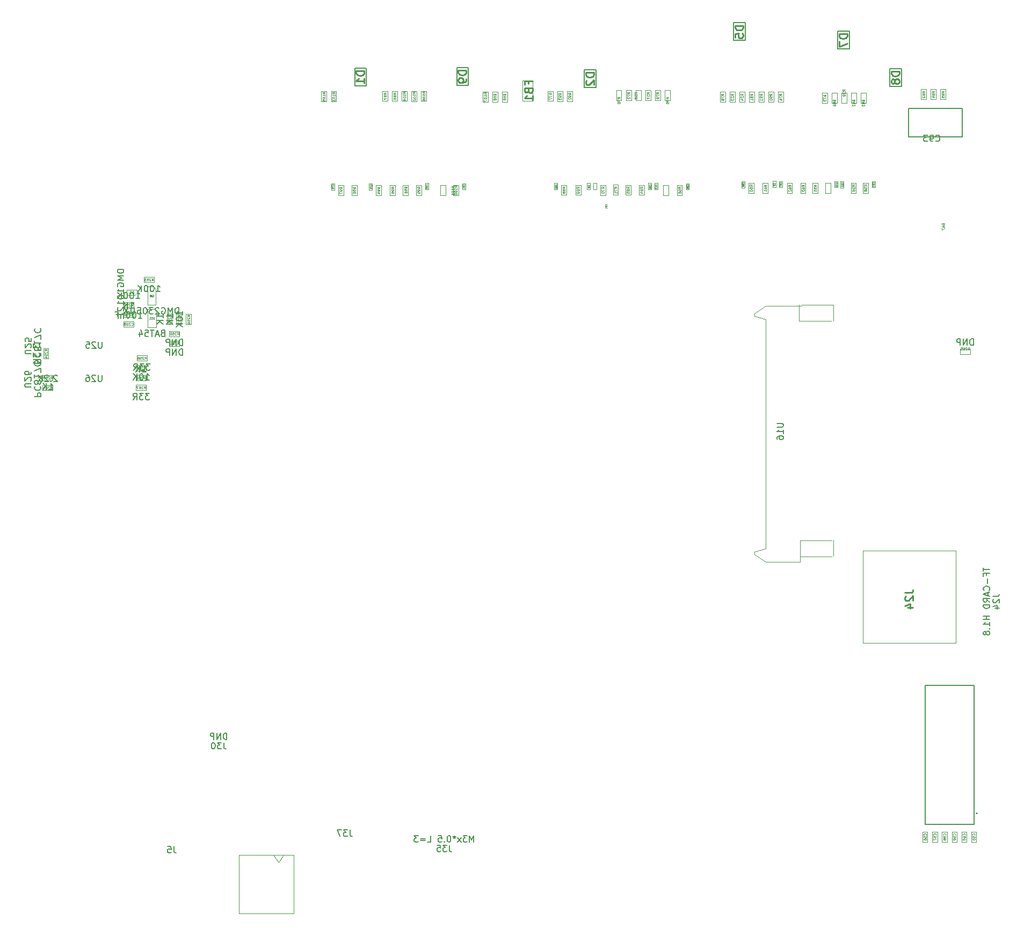
<source format=gbr>
G04 #@! TF.GenerationSoftware,KiCad,Pcbnew,8.0.0-rc1*
G04 #@! TF.CreationDate,2024-11-18T12:36:54+03:00*
G04 #@! TF.ProjectId,Movita_3566_XV_Router_V3.2,4d6f7669-7461-45f3-9335-36365f58565f,REV1*
G04 #@! TF.SameCoordinates,Original*
G04 #@! TF.FileFunction,AssemblyDrawing,Bot*
%FSLAX46Y46*%
G04 Gerber Fmt 4.6, Leading zero omitted, Abs format (unit mm)*
G04 Created by KiCad (PCBNEW 8.0.0-rc1) date 2024-11-18 12:36:54*
%MOMM*%
%LPD*%
G01*
G04 APERTURE LIST*
%ADD10C,0.150000*%
%ADD11C,0.040000*%
%ADD12C,0.060000*%
%ADD13C,0.050000*%
%ADD14C,0.254000*%
%ADD15C,0.062500*%
%ADD16C,0.100000*%
%ADD17C,0.200000*%
%ADD18C,0.127000*%
G04 APERTURE END LIST*
D10*
X73934333Y-159932319D02*
X73934333Y-160646604D01*
X73934333Y-160646604D02*
X73981952Y-160789461D01*
X73981952Y-160789461D02*
X74077190Y-160884700D01*
X74077190Y-160884700D02*
X74220047Y-160932319D01*
X74220047Y-160932319D02*
X74315285Y-160932319D01*
X72981952Y-159932319D02*
X73458142Y-159932319D01*
X73458142Y-159932319D02*
X73505761Y-160408509D01*
X73505761Y-160408509D02*
X73458142Y-160360890D01*
X73458142Y-160360890D02*
X73362904Y-160313271D01*
X73362904Y-160313271D02*
X73124809Y-160313271D01*
X73124809Y-160313271D02*
X73029571Y-160360890D01*
X73029571Y-160360890D02*
X72981952Y-160408509D01*
X72981952Y-160408509D02*
X72934333Y-160503747D01*
X72934333Y-160503747D02*
X72934333Y-160741842D01*
X72934333Y-160741842D02*
X72981952Y-160837080D01*
X72981952Y-160837080D02*
X73029571Y-160884700D01*
X73029571Y-160884700D02*
X73124809Y-160932319D01*
X73124809Y-160932319D02*
X73362904Y-160932319D01*
X73362904Y-160932319D02*
X73458142Y-160884700D01*
X73458142Y-160884700D02*
X73505761Y-160837080D01*
D11*
X139439765Y-55778333D02*
X139451670Y-55766429D01*
X139451670Y-55766429D02*
X139463574Y-55730714D01*
X139463574Y-55730714D02*
X139463574Y-55706905D01*
X139463574Y-55706905D02*
X139451670Y-55671191D01*
X139451670Y-55671191D02*
X139427860Y-55647381D01*
X139427860Y-55647381D02*
X139404050Y-55635476D01*
X139404050Y-55635476D02*
X139356431Y-55623572D01*
X139356431Y-55623572D02*
X139320717Y-55623572D01*
X139320717Y-55623572D02*
X139273098Y-55635476D01*
X139273098Y-55635476D02*
X139249289Y-55647381D01*
X139249289Y-55647381D02*
X139225479Y-55671191D01*
X139225479Y-55671191D02*
X139213574Y-55706905D01*
X139213574Y-55706905D02*
X139213574Y-55730714D01*
X139213574Y-55730714D02*
X139225479Y-55766429D01*
X139225479Y-55766429D02*
X139237384Y-55778333D01*
X139320717Y-55921191D02*
X139308812Y-55897381D01*
X139308812Y-55897381D02*
X139296908Y-55885476D01*
X139296908Y-55885476D02*
X139273098Y-55873572D01*
X139273098Y-55873572D02*
X139261193Y-55873572D01*
X139261193Y-55873572D02*
X139237384Y-55885476D01*
X139237384Y-55885476D02*
X139225479Y-55897381D01*
X139225479Y-55897381D02*
X139213574Y-55921191D01*
X139213574Y-55921191D02*
X139213574Y-55968810D01*
X139213574Y-55968810D02*
X139225479Y-55992619D01*
X139225479Y-55992619D02*
X139237384Y-56004524D01*
X139237384Y-56004524D02*
X139261193Y-56016429D01*
X139261193Y-56016429D02*
X139273098Y-56016429D01*
X139273098Y-56016429D02*
X139296908Y-56004524D01*
X139296908Y-56004524D02*
X139308812Y-55992619D01*
X139308812Y-55992619D02*
X139320717Y-55968810D01*
X139320717Y-55968810D02*
X139320717Y-55921191D01*
X139320717Y-55921191D02*
X139332622Y-55897381D01*
X139332622Y-55897381D02*
X139344527Y-55885476D01*
X139344527Y-55885476D02*
X139368336Y-55873572D01*
X139368336Y-55873572D02*
X139415955Y-55873572D01*
X139415955Y-55873572D02*
X139439765Y-55885476D01*
X139439765Y-55885476D02*
X139451670Y-55897381D01*
X139451670Y-55897381D02*
X139463574Y-55921191D01*
X139463574Y-55921191D02*
X139463574Y-55968810D01*
X139463574Y-55968810D02*
X139451670Y-55992619D01*
X139451670Y-55992619D02*
X139439765Y-56004524D01*
X139439765Y-56004524D02*
X139415955Y-56016429D01*
X139415955Y-56016429D02*
X139368336Y-56016429D01*
X139368336Y-56016429D02*
X139344527Y-56004524D01*
X139344527Y-56004524D02*
X139332622Y-55992619D01*
X139332622Y-55992619D02*
X139320717Y-55968810D01*
D12*
X108631927Y-56142857D02*
X108441451Y-56009524D01*
X108631927Y-55914286D02*
X108231927Y-55914286D01*
X108231927Y-55914286D02*
X108231927Y-56066667D01*
X108231927Y-56066667D02*
X108250975Y-56104762D01*
X108250975Y-56104762D02*
X108270022Y-56123809D01*
X108270022Y-56123809D02*
X108308118Y-56142857D01*
X108308118Y-56142857D02*
X108365260Y-56142857D01*
X108365260Y-56142857D02*
X108403356Y-56123809D01*
X108403356Y-56123809D02*
X108422403Y-56104762D01*
X108422403Y-56104762D02*
X108441451Y-56066667D01*
X108441451Y-56066667D02*
X108441451Y-55914286D01*
X108631927Y-56333333D02*
X108631927Y-56409524D01*
X108631927Y-56409524D02*
X108612880Y-56447619D01*
X108612880Y-56447619D02*
X108593832Y-56466667D01*
X108593832Y-56466667D02*
X108536689Y-56504762D01*
X108536689Y-56504762D02*
X108460499Y-56523809D01*
X108460499Y-56523809D02*
X108308118Y-56523809D01*
X108308118Y-56523809D02*
X108270022Y-56504762D01*
X108270022Y-56504762D02*
X108250975Y-56485714D01*
X108250975Y-56485714D02*
X108231927Y-56447619D01*
X108231927Y-56447619D02*
X108231927Y-56371428D01*
X108231927Y-56371428D02*
X108250975Y-56333333D01*
X108250975Y-56333333D02*
X108270022Y-56314286D01*
X108270022Y-56314286D02*
X108308118Y-56295238D01*
X108308118Y-56295238D02*
X108403356Y-56295238D01*
X108403356Y-56295238D02*
X108441451Y-56314286D01*
X108441451Y-56314286D02*
X108460499Y-56333333D01*
X108460499Y-56333333D02*
X108479546Y-56371428D01*
X108479546Y-56371428D02*
X108479546Y-56447619D01*
X108479546Y-56447619D02*
X108460499Y-56485714D01*
X108460499Y-56485714D02*
X108441451Y-56504762D01*
X108441451Y-56504762D02*
X108403356Y-56523809D01*
X108231927Y-56885714D02*
X108231927Y-56695238D01*
X108231927Y-56695238D02*
X108422403Y-56676190D01*
X108422403Y-56676190D02*
X108403356Y-56695238D01*
X108403356Y-56695238D02*
X108384308Y-56733333D01*
X108384308Y-56733333D02*
X108384308Y-56828571D01*
X108384308Y-56828571D02*
X108403356Y-56866666D01*
X108403356Y-56866666D02*
X108422403Y-56885714D01*
X108422403Y-56885714D02*
X108460499Y-56904761D01*
X108460499Y-56904761D02*
X108555737Y-56904761D01*
X108555737Y-56904761D02*
X108593832Y-56885714D01*
X108593832Y-56885714D02*
X108612880Y-56866666D01*
X108612880Y-56866666D02*
X108631927Y-56828571D01*
X108631927Y-56828571D02*
X108631927Y-56733333D01*
X108631927Y-56733333D02*
X108612880Y-56695238D01*
X108612880Y-56695238D02*
X108593832Y-56676190D01*
X118101927Y-55997381D02*
X117911451Y-55864048D01*
X118101927Y-55768810D02*
X117701927Y-55768810D01*
X117701927Y-55768810D02*
X117701927Y-55921191D01*
X117701927Y-55921191D02*
X117720975Y-55959286D01*
X117720975Y-55959286D02*
X117740022Y-55978333D01*
X117740022Y-55978333D02*
X117778118Y-55997381D01*
X117778118Y-55997381D02*
X117835260Y-55997381D01*
X117835260Y-55997381D02*
X117873356Y-55978333D01*
X117873356Y-55978333D02*
X117892403Y-55959286D01*
X117892403Y-55959286D02*
X117911451Y-55921191D01*
X117911451Y-55921191D02*
X117911451Y-55768810D01*
X118101927Y-56378333D02*
X118101927Y-56149762D01*
X118101927Y-56264048D02*
X117701927Y-56264048D01*
X117701927Y-56264048D02*
X117759070Y-56225952D01*
X117759070Y-56225952D02*
X117797165Y-56187857D01*
X117797165Y-56187857D02*
X117816213Y-56149762D01*
X117701927Y-56625952D02*
X117701927Y-56664047D01*
X117701927Y-56664047D02*
X117720975Y-56702143D01*
X117720975Y-56702143D02*
X117740022Y-56721190D01*
X117740022Y-56721190D02*
X117778118Y-56740238D01*
X117778118Y-56740238D02*
X117854308Y-56759285D01*
X117854308Y-56759285D02*
X117949546Y-56759285D01*
X117949546Y-56759285D02*
X118025737Y-56740238D01*
X118025737Y-56740238D02*
X118063832Y-56721190D01*
X118063832Y-56721190D02*
X118082880Y-56702143D01*
X118082880Y-56702143D02*
X118101927Y-56664047D01*
X118101927Y-56664047D02*
X118101927Y-56625952D01*
X118101927Y-56625952D02*
X118082880Y-56587857D01*
X118082880Y-56587857D02*
X118063832Y-56568809D01*
X118063832Y-56568809D02*
X118025737Y-56549762D01*
X118025737Y-56549762D02*
X117949546Y-56530714D01*
X117949546Y-56530714D02*
X117854308Y-56530714D01*
X117854308Y-56530714D02*
X117778118Y-56549762D01*
X117778118Y-56549762D02*
X117740022Y-56568809D01*
X117740022Y-56568809D02*
X117720975Y-56587857D01*
X117720975Y-56587857D02*
X117701927Y-56625952D01*
X118101927Y-57140237D02*
X118101927Y-56911666D01*
X118101927Y-57025952D02*
X117701927Y-57025952D01*
X117701927Y-57025952D02*
X117759070Y-56987856D01*
X117759070Y-56987856D02*
X117797165Y-56949761D01*
X117797165Y-56949761D02*
X117816213Y-56911666D01*
D11*
X119749765Y-55669285D02*
X119761670Y-55657381D01*
X119761670Y-55657381D02*
X119773574Y-55621666D01*
X119773574Y-55621666D02*
X119773574Y-55597857D01*
X119773574Y-55597857D02*
X119761670Y-55562143D01*
X119761670Y-55562143D02*
X119737860Y-55538333D01*
X119737860Y-55538333D02*
X119714050Y-55526428D01*
X119714050Y-55526428D02*
X119666431Y-55514524D01*
X119666431Y-55514524D02*
X119630717Y-55514524D01*
X119630717Y-55514524D02*
X119583098Y-55526428D01*
X119583098Y-55526428D02*
X119559289Y-55538333D01*
X119559289Y-55538333D02*
X119535479Y-55562143D01*
X119535479Y-55562143D02*
X119523574Y-55597857D01*
X119523574Y-55597857D02*
X119523574Y-55621666D01*
X119523574Y-55621666D02*
X119535479Y-55657381D01*
X119535479Y-55657381D02*
X119547384Y-55669285D01*
X119630717Y-55812143D02*
X119618812Y-55788333D01*
X119618812Y-55788333D02*
X119606908Y-55776428D01*
X119606908Y-55776428D02*
X119583098Y-55764524D01*
X119583098Y-55764524D02*
X119571193Y-55764524D01*
X119571193Y-55764524D02*
X119547384Y-55776428D01*
X119547384Y-55776428D02*
X119535479Y-55788333D01*
X119535479Y-55788333D02*
X119523574Y-55812143D01*
X119523574Y-55812143D02*
X119523574Y-55859762D01*
X119523574Y-55859762D02*
X119535479Y-55883571D01*
X119535479Y-55883571D02*
X119547384Y-55895476D01*
X119547384Y-55895476D02*
X119571193Y-55907381D01*
X119571193Y-55907381D02*
X119583098Y-55907381D01*
X119583098Y-55907381D02*
X119606908Y-55895476D01*
X119606908Y-55895476D02*
X119618812Y-55883571D01*
X119618812Y-55883571D02*
X119630717Y-55859762D01*
X119630717Y-55859762D02*
X119630717Y-55812143D01*
X119630717Y-55812143D02*
X119642622Y-55788333D01*
X119642622Y-55788333D02*
X119654527Y-55776428D01*
X119654527Y-55776428D02*
X119678336Y-55764524D01*
X119678336Y-55764524D02*
X119725955Y-55764524D01*
X119725955Y-55764524D02*
X119749765Y-55776428D01*
X119749765Y-55776428D02*
X119761670Y-55788333D01*
X119761670Y-55788333D02*
X119773574Y-55812143D01*
X119773574Y-55812143D02*
X119773574Y-55859762D01*
X119773574Y-55859762D02*
X119761670Y-55883571D01*
X119761670Y-55883571D02*
X119749765Y-55895476D01*
X119749765Y-55895476D02*
X119725955Y-55907381D01*
X119725955Y-55907381D02*
X119678336Y-55907381D01*
X119678336Y-55907381D02*
X119654527Y-55895476D01*
X119654527Y-55895476D02*
X119642622Y-55883571D01*
X119642622Y-55883571D02*
X119630717Y-55859762D01*
X119773574Y-56145476D02*
X119773574Y-56002619D01*
X119773574Y-56074047D02*
X119523574Y-56074047D01*
X119523574Y-56074047D02*
X119559289Y-56050238D01*
X119559289Y-56050238D02*
X119583098Y-56026428D01*
X119583098Y-56026428D02*
X119595003Y-56002619D01*
D10*
X74695594Y-75924819D02*
X74695594Y-74924819D01*
X74695594Y-74924819D02*
X74457499Y-74924819D01*
X74457499Y-74924819D02*
X74314642Y-74972438D01*
X74314642Y-74972438D02*
X74219404Y-75067676D01*
X74219404Y-75067676D02*
X74171785Y-75162914D01*
X74171785Y-75162914D02*
X74124166Y-75353390D01*
X74124166Y-75353390D02*
X74124166Y-75496247D01*
X74124166Y-75496247D02*
X74171785Y-75686723D01*
X74171785Y-75686723D02*
X74219404Y-75781961D01*
X74219404Y-75781961D02*
X74314642Y-75877200D01*
X74314642Y-75877200D02*
X74457499Y-75924819D01*
X74457499Y-75924819D02*
X74695594Y-75924819D01*
X73695594Y-75924819D02*
X73695594Y-74924819D01*
X73695594Y-74924819D02*
X73362261Y-75639104D01*
X73362261Y-75639104D02*
X73028928Y-74924819D01*
X73028928Y-74924819D02*
X73028928Y-75924819D01*
X72028928Y-74972438D02*
X72124166Y-74924819D01*
X72124166Y-74924819D02*
X72267023Y-74924819D01*
X72267023Y-74924819D02*
X72409880Y-74972438D01*
X72409880Y-74972438D02*
X72505118Y-75067676D01*
X72505118Y-75067676D02*
X72552737Y-75162914D01*
X72552737Y-75162914D02*
X72600356Y-75353390D01*
X72600356Y-75353390D02*
X72600356Y-75496247D01*
X72600356Y-75496247D02*
X72552737Y-75686723D01*
X72552737Y-75686723D02*
X72505118Y-75781961D01*
X72505118Y-75781961D02*
X72409880Y-75877200D01*
X72409880Y-75877200D02*
X72267023Y-75924819D01*
X72267023Y-75924819D02*
X72171785Y-75924819D01*
X72171785Y-75924819D02*
X72028928Y-75877200D01*
X72028928Y-75877200D02*
X71981309Y-75829580D01*
X71981309Y-75829580D02*
X71981309Y-75496247D01*
X71981309Y-75496247D02*
X72171785Y-75496247D01*
X71600356Y-75020057D02*
X71552737Y-74972438D01*
X71552737Y-74972438D02*
X71457499Y-74924819D01*
X71457499Y-74924819D02*
X71219404Y-74924819D01*
X71219404Y-74924819D02*
X71124166Y-74972438D01*
X71124166Y-74972438D02*
X71076547Y-75020057D01*
X71076547Y-75020057D02*
X71028928Y-75115295D01*
X71028928Y-75115295D02*
X71028928Y-75210533D01*
X71028928Y-75210533D02*
X71076547Y-75353390D01*
X71076547Y-75353390D02*
X71647975Y-75924819D01*
X71647975Y-75924819D02*
X71028928Y-75924819D01*
X70695594Y-74924819D02*
X70076547Y-74924819D01*
X70076547Y-74924819D02*
X70409880Y-75305771D01*
X70409880Y-75305771D02*
X70267023Y-75305771D01*
X70267023Y-75305771D02*
X70171785Y-75353390D01*
X70171785Y-75353390D02*
X70124166Y-75401009D01*
X70124166Y-75401009D02*
X70076547Y-75496247D01*
X70076547Y-75496247D02*
X70076547Y-75734342D01*
X70076547Y-75734342D02*
X70124166Y-75829580D01*
X70124166Y-75829580D02*
X70171785Y-75877200D01*
X70171785Y-75877200D02*
X70267023Y-75924819D01*
X70267023Y-75924819D02*
X70552737Y-75924819D01*
X70552737Y-75924819D02*
X70647975Y-75877200D01*
X70647975Y-75877200D02*
X70695594Y-75829580D01*
X69457499Y-74924819D02*
X69362261Y-74924819D01*
X69362261Y-74924819D02*
X69267023Y-74972438D01*
X69267023Y-74972438D02*
X69219404Y-75020057D01*
X69219404Y-75020057D02*
X69171785Y-75115295D01*
X69171785Y-75115295D02*
X69124166Y-75305771D01*
X69124166Y-75305771D02*
X69124166Y-75543866D01*
X69124166Y-75543866D02*
X69171785Y-75734342D01*
X69171785Y-75734342D02*
X69219404Y-75829580D01*
X69219404Y-75829580D02*
X69267023Y-75877200D01*
X69267023Y-75877200D02*
X69362261Y-75924819D01*
X69362261Y-75924819D02*
X69457499Y-75924819D01*
X69457499Y-75924819D02*
X69552737Y-75877200D01*
X69552737Y-75877200D02*
X69600356Y-75829580D01*
X69600356Y-75829580D02*
X69647975Y-75734342D01*
X69647975Y-75734342D02*
X69695594Y-75543866D01*
X69695594Y-75543866D02*
X69695594Y-75305771D01*
X69695594Y-75305771D02*
X69647975Y-75115295D01*
X69647975Y-75115295D02*
X69600356Y-75020057D01*
X69600356Y-75020057D02*
X69552737Y-74972438D01*
X69552737Y-74972438D02*
X69457499Y-74924819D01*
X68219404Y-74924819D02*
X68695594Y-74924819D01*
X68695594Y-74924819D02*
X68743213Y-75401009D01*
X68743213Y-75401009D02*
X68695594Y-75353390D01*
X68695594Y-75353390D02*
X68600356Y-75305771D01*
X68600356Y-75305771D02*
X68362261Y-75305771D01*
X68362261Y-75305771D02*
X68267023Y-75353390D01*
X68267023Y-75353390D02*
X68219404Y-75401009D01*
X68219404Y-75401009D02*
X68171785Y-75496247D01*
X68171785Y-75496247D02*
X68171785Y-75734342D01*
X68171785Y-75734342D02*
X68219404Y-75829580D01*
X68219404Y-75829580D02*
X68267023Y-75877200D01*
X68267023Y-75877200D02*
X68362261Y-75924819D01*
X68362261Y-75924819D02*
X68600356Y-75924819D01*
X68600356Y-75924819D02*
X68695594Y-75877200D01*
X68695594Y-75877200D02*
X68743213Y-75829580D01*
X67743213Y-74924819D02*
X67743213Y-75734342D01*
X67743213Y-75734342D02*
X67695594Y-75829580D01*
X67695594Y-75829580D02*
X67647975Y-75877200D01*
X67647975Y-75877200D02*
X67552737Y-75924819D01*
X67552737Y-75924819D02*
X67362261Y-75924819D01*
X67362261Y-75924819D02*
X67267023Y-75877200D01*
X67267023Y-75877200D02*
X67219404Y-75829580D01*
X67219404Y-75829580D02*
X67171785Y-75734342D01*
X67171785Y-75734342D02*
X67171785Y-74924819D01*
X66790832Y-74924819D02*
X66124166Y-75924819D01*
X66124166Y-74924819D02*
X66790832Y-75924819D01*
D13*
X70487976Y-73245914D02*
X70518452Y-73230676D01*
X70518452Y-73230676D02*
X70548928Y-73200200D01*
X70548928Y-73200200D02*
X70594642Y-73154485D01*
X70594642Y-73154485D02*
X70625119Y-73139247D01*
X70625119Y-73139247D02*
X70655595Y-73139247D01*
X70640357Y-73215438D02*
X70670833Y-73200200D01*
X70670833Y-73200200D02*
X70701309Y-73169723D01*
X70701309Y-73169723D02*
X70716547Y-73108771D01*
X70716547Y-73108771D02*
X70716547Y-73002104D01*
X70716547Y-73002104D02*
X70701309Y-72941152D01*
X70701309Y-72941152D02*
X70670833Y-72910676D01*
X70670833Y-72910676D02*
X70640357Y-72895438D01*
X70640357Y-72895438D02*
X70579404Y-72895438D01*
X70579404Y-72895438D02*
X70548928Y-72910676D01*
X70548928Y-72910676D02*
X70518452Y-72941152D01*
X70518452Y-72941152D02*
X70503214Y-73002104D01*
X70503214Y-73002104D02*
X70503214Y-73108771D01*
X70503214Y-73108771D02*
X70518452Y-73169723D01*
X70518452Y-73169723D02*
X70548928Y-73200200D01*
X70548928Y-73200200D02*
X70579404Y-73215438D01*
X70579404Y-73215438D02*
X70640357Y-73215438D01*
X70320357Y-73032580D02*
X70350833Y-73017342D01*
X70350833Y-73017342D02*
X70366071Y-73002104D01*
X70366071Y-73002104D02*
X70381309Y-72971628D01*
X70381309Y-72971628D02*
X70381309Y-72956390D01*
X70381309Y-72956390D02*
X70366071Y-72925914D01*
X70366071Y-72925914D02*
X70350833Y-72910676D01*
X70350833Y-72910676D02*
X70320357Y-72895438D01*
X70320357Y-72895438D02*
X70259404Y-72895438D01*
X70259404Y-72895438D02*
X70228928Y-72910676D01*
X70228928Y-72910676D02*
X70213690Y-72925914D01*
X70213690Y-72925914D02*
X70198452Y-72956390D01*
X70198452Y-72956390D02*
X70198452Y-72971628D01*
X70198452Y-72971628D02*
X70213690Y-73002104D01*
X70213690Y-73002104D02*
X70228928Y-73017342D01*
X70228928Y-73017342D02*
X70259404Y-73032580D01*
X70259404Y-73032580D02*
X70320357Y-73032580D01*
X70320357Y-73032580D02*
X70350833Y-73047819D01*
X70350833Y-73047819D02*
X70366071Y-73063057D01*
X70366071Y-73063057D02*
X70381309Y-73093533D01*
X70381309Y-73093533D02*
X70381309Y-73154485D01*
X70381309Y-73154485D02*
X70366071Y-73184961D01*
X70366071Y-73184961D02*
X70350833Y-73200200D01*
X70350833Y-73200200D02*
X70320357Y-73215438D01*
X70320357Y-73215438D02*
X70259404Y-73215438D01*
X70259404Y-73215438D02*
X70228928Y-73200200D01*
X70228928Y-73200200D02*
X70213690Y-73184961D01*
X70213690Y-73184961D02*
X70198452Y-73154485D01*
X70198452Y-73154485D02*
X70198452Y-73093533D01*
X70198452Y-73093533D02*
X70213690Y-73063057D01*
X70213690Y-73063057D02*
X70228928Y-73047819D01*
X70228928Y-73047819D02*
X70259404Y-73032580D01*
D10*
X72172976Y-78941009D02*
X72030119Y-78988628D01*
X72030119Y-78988628D02*
X71982500Y-79036247D01*
X71982500Y-79036247D02*
X71934881Y-79131485D01*
X71934881Y-79131485D02*
X71934881Y-79274342D01*
X71934881Y-79274342D02*
X71982500Y-79369580D01*
X71982500Y-79369580D02*
X72030119Y-79417200D01*
X72030119Y-79417200D02*
X72125357Y-79464819D01*
X72125357Y-79464819D02*
X72506309Y-79464819D01*
X72506309Y-79464819D02*
X72506309Y-78464819D01*
X72506309Y-78464819D02*
X72172976Y-78464819D01*
X72172976Y-78464819D02*
X72077738Y-78512438D01*
X72077738Y-78512438D02*
X72030119Y-78560057D01*
X72030119Y-78560057D02*
X71982500Y-78655295D01*
X71982500Y-78655295D02*
X71982500Y-78750533D01*
X71982500Y-78750533D02*
X72030119Y-78845771D01*
X72030119Y-78845771D02*
X72077738Y-78893390D01*
X72077738Y-78893390D02*
X72172976Y-78941009D01*
X72172976Y-78941009D02*
X72506309Y-78941009D01*
X71553928Y-79179104D02*
X71077738Y-79179104D01*
X71649166Y-79464819D02*
X71315833Y-78464819D01*
X71315833Y-78464819D02*
X70982500Y-79464819D01*
X70792023Y-78464819D02*
X70220595Y-78464819D01*
X70506309Y-79464819D02*
X70506309Y-78464819D01*
X69411071Y-78464819D02*
X69887261Y-78464819D01*
X69887261Y-78464819D02*
X69934880Y-78941009D01*
X69934880Y-78941009D02*
X69887261Y-78893390D01*
X69887261Y-78893390D02*
X69792023Y-78845771D01*
X69792023Y-78845771D02*
X69553928Y-78845771D01*
X69553928Y-78845771D02*
X69458690Y-78893390D01*
X69458690Y-78893390D02*
X69411071Y-78941009D01*
X69411071Y-78941009D02*
X69363452Y-79036247D01*
X69363452Y-79036247D02*
X69363452Y-79274342D01*
X69363452Y-79274342D02*
X69411071Y-79369580D01*
X69411071Y-79369580D02*
X69458690Y-79417200D01*
X69458690Y-79417200D02*
X69553928Y-79464819D01*
X69553928Y-79464819D02*
X69792023Y-79464819D01*
X69792023Y-79464819D02*
X69887261Y-79417200D01*
X69887261Y-79417200D02*
X69934880Y-79369580D01*
X68506309Y-78798152D02*
X68506309Y-79464819D01*
X68744404Y-78417200D02*
X68982499Y-79131485D01*
X68982499Y-79131485D02*
X68363452Y-79131485D01*
D13*
X70871071Y-76755438D02*
X70871071Y-76435438D01*
X70871071Y-76435438D02*
X70794881Y-76435438D01*
X70794881Y-76435438D02*
X70749166Y-76450676D01*
X70749166Y-76450676D02*
X70718690Y-76481152D01*
X70718690Y-76481152D02*
X70703452Y-76511628D01*
X70703452Y-76511628D02*
X70688214Y-76572580D01*
X70688214Y-76572580D02*
X70688214Y-76618295D01*
X70688214Y-76618295D02*
X70703452Y-76679247D01*
X70703452Y-76679247D02*
X70718690Y-76709723D01*
X70718690Y-76709723D02*
X70749166Y-76740200D01*
X70749166Y-76740200D02*
X70794881Y-76755438D01*
X70794881Y-76755438D02*
X70871071Y-76755438D01*
X70581547Y-76435438D02*
X70383452Y-76435438D01*
X70383452Y-76435438D02*
X70490119Y-76557342D01*
X70490119Y-76557342D02*
X70444404Y-76557342D01*
X70444404Y-76557342D02*
X70413928Y-76572580D01*
X70413928Y-76572580D02*
X70398690Y-76587819D01*
X70398690Y-76587819D02*
X70383452Y-76618295D01*
X70383452Y-76618295D02*
X70383452Y-76694485D01*
X70383452Y-76694485D02*
X70398690Y-76724961D01*
X70398690Y-76724961D02*
X70413928Y-76740200D01*
X70413928Y-76740200D02*
X70444404Y-76755438D01*
X70444404Y-76755438D02*
X70535833Y-76755438D01*
X70535833Y-76755438D02*
X70566309Y-76740200D01*
X70566309Y-76740200D02*
X70581547Y-76724961D01*
X70078690Y-76755438D02*
X70261547Y-76755438D01*
X70170119Y-76755438D02*
X70170119Y-76435438D01*
X70170119Y-76435438D02*
X70200595Y-76481152D01*
X70200595Y-76481152D02*
X70231071Y-76511628D01*
X70231071Y-76511628D02*
X70261547Y-76526866D01*
D10*
X51794819Y-80632381D02*
X51794819Y-81251428D01*
X51794819Y-81251428D02*
X52175771Y-80918095D01*
X52175771Y-80918095D02*
X52175771Y-81060952D01*
X52175771Y-81060952D02*
X52223390Y-81156190D01*
X52223390Y-81156190D02*
X52271009Y-81203809D01*
X52271009Y-81203809D02*
X52366247Y-81251428D01*
X52366247Y-81251428D02*
X52604342Y-81251428D01*
X52604342Y-81251428D02*
X52699580Y-81203809D01*
X52699580Y-81203809D02*
X52747200Y-81156190D01*
X52747200Y-81156190D02*
X52794819Y-81060952D01*
X52794819Y-81060952D02*
X52794819Y-80775238D01*
X52794819Y-80775238D02*
X52747200Y-80680000D01*
X52747200Y-80680000D02*
X52699580Y-80632381D01*
X52699580Y-81680000D02*
X52747200Y-81727619D01*
X52747200Y-81727619D02*
X52794819Y-81680000D01*
X52794819Y-81680000D02*
X52747200Y-81632381D01*
X52747200Y-81632381D02*
X52699580Y-81680000D01*
X52699580Y-81680000D02*
X52794819Y-81680000D01*
X51794819Y-82060952D02*
X51794819Y-82679999D01*
X51794819Y-82679999D02*
X52175771Y-82346666D01*
X52175771Y-82346666D02*
X52175771Y-82489523D01*
X52175771Y-82489523D02*
X52223390Y-82584761D01*
X52223390Y-82584761D02*
X52271009Y-82632380D01*
X52271009Y-82632380D02*
X52366247Y-82679999D01*
X52366247Y-82679999D02*
X52604342Y-82679999D01*
X52604342Y-82679999D02*
X52699580Y-82632380D01*
X52699580Y-82632380D02*
X52747200Y-82584761D01*
X52747200Y-82584761D02*
X52794819Y-82489523D01*
X52794819Y-82489523D02*
X52794819Y-82203809D01*
X52794819Y-82203809D02*
X52747200Y-82108571D01*
X52747200Y-82108571D02*
X52699580Y-82060952D01*
X52794819Y-83108571D02*
X51794819Y-83108571D01*
X52794819Y-83679999D02*
X52223390Y-83251428D01*
X51794819Y-83679999D02*
X52366247Y-83108571D01*
D12*
X53951927Y-81732381D02*
X53761451Y-81599048D01*
X53951927Y-81503810D02*
X53551927Y-81503810D01*
X53551927Y-81503810D02*
X53551927Y-81656191D01*
X53551927Y-81656191D02*
X53570975Y-81694286D01*
X53570975Y-81694286D02*
X53590022Y-81713333D01*
X53590022Y-81713333D02*
X53628118Y-81732381D01*
X53628118Y-81732381D02*
X53685260Y-81732381D01*
X53685260Y-81732381D02*
X53723356Y-81713333D01*
X53723356Y-81713333D02*
X53742403Y-81694286D01*
X53742403Y-81694286D02*
X53761451Y-81656191D01*
X53761451Y-81656191D02*
X53761451Y-81503810D01*
X53590022Y-81884762D02*
X53570975Y-81903810D01*
X53570975Y-81903810D02*
X53551927Y-81941905D01*
X53551927Y-81941905D02*
X53551927Y-82037143D01*
X53551927Y-82037143D02*
X53570975Y-82075238D01*
X53570975Y-82075238D02*
X53590022Y-82094286D01*
X53590022Y-82094286D02*
X53628118Y-82113333D01*
X53628118Y-82113333D02*
X53666213Y-82113333D01*
X53666213Y-82113333D02*
X53723356Y-82094286D01*
X53723356Y-82094286D02*
X53951927Y-81865714D01*
X53951927Y-81865714D02*
X53951927Y-82113333D01*
X53551927Y-82475238D02*
X53551927Y-82284762D01*
X53551927Y-82284762D02*
X53742403Y-82265714D01*
X53742403Y-82265714D02*
X53723356Y-82284762D01*
X53723356Y-82284762D02*
X53704308Y-82322857D01*
X53704308Y-82322857D02*
X53704308Y-82418095D01*
X53704308Y-82418095D02*
X53723356Y-82456190D01*
X53723356Y-82456190D02*
X53742403Y-82475238D01*
X53742403Y-82475238D02*
X53780499Y-82494285D01*
X53780499Y-82494285D02*
X53875737Y-82494285D01*
X53875737Y-82494285D02*
X53913832Y-82475238D01*
X53913832Y-82475238D02*
X53932880Y-82456190D01*
X53932880Y-82456190D02*
X53951927Y-82418095D01*
X53951927Y-82418095D02*
X53951927Y-82322857D01*
X53951927Y-82322857D02*
X53932880Y-82284762D01*
X53932880Y-82284762D02*
X53913832Y-82265714D01*
X53685260Y-82837142D02*
X53951927Y-82837142D01*
X53532880Y-82741904D02*
X53818594Y-82646666D01*
X53818594Y-82646666D02*
X53818594Y-82894285D01*
D11*
X105079765Y-55679285D02*
X105091670Y-55667381D01*
X105091670Y-55667381D02*
X105103574Y-55631666D01*
X105103574Y-55631666D02*
X105103574Y-55607857D01*
X105103574Y-55607857D02*
X105091670Y-55572143D01*
X105091670Y-55572143D02*
X105067860Y-55548333D01*
X105067860Y-55548333D02*
X105044050Y-55536428D01*
X105044050Y-55536428D02*
X104996431Y-55524524D01*
X104996431Y-55524524D02*
X104960717Y-55524524D01*
X104960717Y-55524524D02*
X104913098Y-55536428D01*
X104913098Y-55536428D02*
X104889289Y-55548333D01*
X104889289Y-55548333D02*
X104865479Y-55572143D01*
X104865479Y-55572143D02*
X104853574Y-55607857D01*
X104853574Y-55607857D02*
X104853574Y-55631666D01*
X104853574Y-55631666D02*
X104865479Y-55667381D01*
X104865479Y-55667381D02*
X104877384Y-55679285D01*
X104853574Y-55762619D02*
X104853574Y-55929285D01*
X104853574Y-55929285D02*
X105103574Y-55822143D01*
X104960717Y-56060238D02*
X104948812Y-56036428D01*
X104948812Y-56036428D02*
X104936908Y-56024523D01*
X104936908Y-56024523D02*
X104913098Y-56012619D01*
X104913098Y-56012619D02*
X104901193Y-56012619D01*
X104901193Y-56012619D02*
X104877384Y-56024523D01*
X104877384Y-56024523D02*
X104865479Y-56036428D01*
X104865479Y-56036428D02*
X104853574Y-56060238D01*
X104853574Y-56060238D02*
X104853574Y-56107857D01*
X104853574Y-56107857D02*
X104865479Y-56131666D01*
X104865479Y-56131666D02*
X104877384Y-56143571D01*
X104877384Y-56143571D02*
X104901193Y-56155476D01*
X104901193Y-56155476D02*
X104913098Y-56155476D01*
X104913098Y-56155476D02*
X104936908Y-56143571D01*
X104936908Y-56143571D02*
X104948812Y-56131666D01*
X104948812Y-56131666D02*
X104960717Y-56107857D01*
X104960717Y-56107857D02*
X104960717Y-56060238D01*
X104960717Y-56060238D02*
X104972622Y-56036428D01*
X104972622Y-56036428D02*
X104984527Y-56024523D01*
X104984527Y-56024523D02*
X105008336Y-56012619D01*
X105008336Y-56012619D02*
X105055955Y-56012619D01*
X105055955Y-56012619D02*
X105079765Y-56024523D01*
X105079765Y-56024523D02*
X105091670Y-56036428D01*
X105091670Y-56036428D02*
X105103574Y-56060238D01*
X105103574Y-56060238D02*
X105103574Y-56107857D01*
X105103574Y-56107857D02*
X105091670Y-56131666D01*
X105091670Y-56131666D02*
X105079765Y-56143571D01*
X105079765Y-56143571D02*
X105055955Y-56155476D01*
X105055955Y-56155476D02*
X105008336Y-56155476D01*
X105008336Y-56155476D02*
X104984527Y-56143571D01*
X104984527Y-56143571D02*
X104972622Y-56131666D01*
X104972622Y-56131666D02*
X104960717Y-56107857D01*
D12*
X167391927Y-55807857D02*
X167201451Y-55674524D01*
X167391927Y-55579286D02*
X166991927Y-55579286D01*
X166991927Y-55579286D02*
X166991927Y-55731667D01*
X166991927Y-55731667D02*
X167010975Y-55769762D01*
X167010975Y-55769762D02*
X167030022Y-55788809D01*
X167030022Y-55788809D02*
X167068118Y-55807857D01*
X167068118Y-55807857D02*
X167125260Y-55807857D01*
X167125260Y-55807857D02*
X167163356Y-55788809D01*
X167163356Y-55788809D02*
X167182403Y-55769762D01*
X167182403Y-55769762D02*
X167201451Y-55731667D01*
X167201451Y-55731667D02*
X167201451Y-55579286D01*
X166991927Y-56150714D02*
X166991927Y-56074524D01*
X166991927Y-56074524D02*
X167010975Y-56036428D01*
X167010975Y-56036428D02*
X167030022Y-56017381D01*
X167030022Y-56017381D02*
X167087165Y-55979286D01*
X167087165Y-55979286D02*
X167163356Y-55960238D01*
X167163356Y-55960238D02*
X167315737Y-55960238D01*
X167315737Y-55960238D02*
X167353832Y-55979286D01*
X167353832Y-55979286D02*
X167372880Y-55998333D01*
X167372880Y-55998333D02*
X167391927Y-56036428D01*
X167391927Y-56036428D02*
X167391927Y-56112619D01*
X167391927Y-56112619D02*
X167372880Y-56150714D01*
X167372880Y-56150714D02*
X167353832Y-56169762D01*
X167353832Y-56169762D02*
X167315737Y-56188809D01*
X167315737Y-56188809D02*
X167220499Y-56188809D01*
X167220499Y-56188809D02*
X167182403Y-56169762D01*
X167182403Y-56169762D02*
X167163356Y-56150714D01*
X167163356Y-56150714D02*
X167144308Y-56112619D01*
X167144308Y-56112619D02*
X167144308Y-56036428D01*
X167144308Y-56036428D02*
X167163356Y-55998333D01*
X167163356Y-55998333D02*
X167182403Y-55979286D01*
X167182403Y-55979286D02*
X167220499Y-55960238D01*
X167391927Y-56569761D02*
X167391927Y-56341190D01*
X167391927Y-56455476D02*
X166991927Y-56455476D01*
X166991927Y-56455476D02*
X167049070Y-56417380D01*
X167049070Y-56417380D02*
X167087165Y-56379285D01*
X167087165Y-56379285D02*
X167106213Y-56341190D01*
X145846927Y-41197857D02*
X145656451Y-41064524D01*
X145846927Y-40969286D02*
X145446927Y-40969286D01*
X145446927Y-40969286D02*
X145446927Y-41121667D01*
X145446927Y-41121667D02*
X145465975Y-41159762D01*
X145465975Y-41159762D02*
X145485022Y-41178809D01*
X145485022Y-41178809D02*
X145523118Y-41197857D01*
X145523118Y-41197857D02*
X145580260Y-41197857D01*
X145580260Y-41197857D02*
X145618356Y-41178809D01*
X145618356Y-41178809D02*
X145637403Y-41159762D01*
X145637403Y-41159762D02*
X145656451Y-41121667D01*
X145656451Y-41121667D02*
X145656451Y-40969286D01*
X145446927Y-41331190D02*
X145446927Y-41597857D01*
X145446927Y-41597857D02*
X145846927Y-41426428D01*
X145485022Y-41731190D02*
X145465975Y-41750238D01*
X145465975Y-41750238D02*
X145446927Y-41788333D01*
X145446927Y-41788333D02*
X145446927Y-41883571D01*
X145446927Y-41883571D02*
X145465975Y-41921666D01*
X145465975Y-41921666D02*
X145485022Y-41940714D01*
X145485022Y-41940714D02*
X145523118Y-41959761D01*
X145523118Y-41959761D02*
X145561213Y-41959761D01*
X145561213Y-41959761D02*
X145618356Y-41940714D01*
X145618356Y-41940714D02*
X145846927Y-41712142D01*
X145846927Y-41712142D02*
X145846927Y-41959761D01*
D10*
X194092857Y-48619580D02*
X194140476Y-48667200D01*
X194140476Y-48667200D02*
X194283333Y-48714819D01*
X194283333Y-48714819D02*
X194378571Y-48714819D01*
X194378571Y-48714819D02*
X194521428Y-48667200D01*
X194521428Y-48667200D02*
X194616666Y-48571961D01*
X194616666Y-48571961D02*
X194664285Y-48476723D01*
X194664285Y-48476723D02*
X194711904Y-48286247D01*
X194711904Y-48286247D02*
X194711904Y-48143390D01*
X194711904Y-48143390D02*
X194664285Y-47952914D01*
X194664285Y-47952914D02*
X194616666Y-47857676D01*
X194616666Y-47857676D02*
X194521428Y-47762438D01*
X194521428Y-47762438D02*
X194378571Y-47714819D01*
X194378571Y-47714819D02*
X194283333Y-47714819D01*
X194283333Y-47714819D02*
X194140476Y-47762438D01*
X194140476Y-47762438D02*
X194092857Y-47810057D01*
X193616666Y-48714819D02*
X193426190Y-48714819D01*
X193426190Y-48714819D02*
X193330952Y-48667200D01*
X193330952Y-48667200D02*
X193283333Y-48619580D01*
X193283333Y-48619580D02*
X193188095Y-48476723D01*
X193188095Y-48476723D02*
X193140476Y-48286247D01*
X193140476Y-48286247D02*
X193140476Y-47905295D01*
X193140476Y-47905295D02*
X193188095Y-47810057D01*
X193188095Y-47810057D02*
X193235714Y-47762438D01*
X193235714Y-47762438D02*
X193330952Y-47714819D01*
X193330952Y-47714819D02*
X193521428Y-47714819D01*
X193521428Y-47714819D02*
X193616666Y-47762438D01*
X193616666Y-47762438D02*
X193664285Y-47810057D01*
X193664285Y-47810057D02*
X193711904Y-47905295D01*
X193711904Y-47905295D02*
X193711904Y-48143390D01*
X193711904Y-48143390D02*
X193664285Y-48238628D01*
X193664285Y-48238628D02*
X193616666Y-48286247D01*
X193616666Y-48286247D02*
X193521428Y-48333866D01*
X193521428Y-48333866D02*
X193330952Y-48333866D01*
X193330952Y-48333866D02*
X193235714Y-48286247D01*
X193235714Y-48286247D02*
X193188095Y-48238628D01*
X193188095Y-48238628D02*
X193140476Y-48143390D01*
X192807142Y-47714819D02*
X192188095Y-47714819D01*
X192188095Y-47714819D02*
X192521428Y-48095771D01*
X192521428Y-48095771D02*
X192378571Y-48095771D01*
X192378571Y-48095771D02*
X192283333Y-48143390D01*
X192283333Y-48143390D02*
X192235714Y-48191009D01*
X192235714Y-48191009D02*
X192188095Y-48286247D01*
X192188095Y-48286247D02*
X192188095Y-48524342D01*
X192188095Y-48524342D02*
X192235714Y-48619580D01*
X192235714Y-48619580D02*
X192283333Y-48667200D01*
X192283333Y-48667200D02*
X192378571Y-48714819D01*
X192378571Y-48714819D02*
X192664285Y-48714819D01*
X192664285Y-48714819D02*
X192759523Y-48667200D01*
X192759523Y-48667200D02*
X192807142Y-48619580D01*
D14*
X163704318Y-30450618D02*
X162434318Y-30450618D01*
X162434318Y-30450618D02*
X162434318Y-30752999D01*
X162434318Y-30752999D02*
X162494794Y-30934428D01*
X162494794Y-30934428D02*
X162615746Y-31055380D01*
X162615746Y-31055380D02*
X162736699Y-31115857D01*
X162736699Y-31115857D02*
X162978603Y-31176333D01*
X162978603Y-31176333D02*
X163160032Y-31176333D01*
X163160032Y-31176333D02*
X163401937Y-31115857D01*
X163401937Y-31115857D02*
X163522889Y-31055380D01*
X163522889Y-31055380D02*
X163643842Y-30934428D01*
X163643842Y-30934428D02*
X163704318Y-30752999D01*
X163704318Y-30752999D02*
X163704318Y-30450618D01*
X162434318Y-32325380D02*
X162434318Y-31720618D01*
X162434318Y-31720618D02*
X163039080Y-31660142D01*
X163039080Y-31660142D02*
X162978603Y-31720618D01*
X162978603Y-31720618D02*
X162918127Y-31841571D01*
X162918127Y-31841571D02*
X162918127Y-32143952D01*
X162918127Y-32143952D02*
X162978603Y-32264904D01*
X162978603Y-32264904D02*
X163039080Y-32325380D01*
X163039080Y-32325380D02*
X163160032Y-32385857D01*
X163160032Y-32385857D02*
X163462413Y-32385857D01*
X163462413Y-32385857D02*
X163583365Y-32325380D01*
X163583365Y-32325380D02*
X163643842Y-32264904D01*
X163643842Y-32264904D02*
X163704318Y-32143952D01*
X163704318Y-32143952D02*
X163704318Y-31841571D01*
X163704318Y-31841571D02*
X163643842Y-31720618D01*
X163643842Y-31720618D02*
X163583365Y-31660142D01*
D12*
X163711927Y-41462857D02*
X163521451Y-41329524D01*
X163711927Y-41234286D02*
X163311927Y-41234286D01*
X163311927Y-41234286D02*
X163311927Y-41386667D01*
X163311927Y-41386667D02*
X163330975Y-41424762D01*
X163330975Y-41424762D02*
X163350022Y-41443809D01*
X163350022Y-41443809D02*
X163388118Y-41462857D01*
X163388118Y-41462857D02*
X163445260Y-41462857D01*
X163445260Y-41462857D02*
X163483356Y-41443809D01*
X163483356Y-41443809D02*
X163502403Y-41424762D01*
X163502403Y-41424762D02*
X163521451Y-41386667D01*
X163521451Y-41386667D02*
X163521451Y-41234286D01*
X163350022Y-41615238D02*
X163330975Y-41634286D01*
X163330975Y-41634286D02*
X163311927Y-41672381D01*
X163311927Y-41672381D02*
X163311927Y-41767619D01*
X163311927Y-41767619D02*
X163330975Y-41805714D01*
X163330975Y-41805714D02*
X163350022Y-41824762D01*
X163350022Y-41824762D02*
X163388118Y-41843809D01*
X163388118Y-41843809D02*
X163426213Y-41843809D01*
X163426213Y-41843809D02*
X163483356Y-41824762D01*
X163483356Y-41824762D02*
X163711927Y-41596190D01*
X163711927Y-41596190D02*
X163711927Y-41843809D01*
X163445260Y-42186666D02*
X163711927Y-42186666D01*
X163292880Y-42091428D02*
X163578594Y-41996190D01*
X163578594Y-41996190D02*
X163578594Y-42243809D01*
X145771927Y-56122857D02*
X145581451Y-55989524D01*
X145771927Y-55894286D02*
X145371927Y-55894286D01*
X145371927Y-55894286D02*
X145371927Y-56046667D01*
X145371927Y-56046667D02*
X145390975Y-56084762D01*
X145390975Y-56084762D02*
X145410022Y-56103809D01*
X145410022Y-56103809D02*
X145448118Y-56122857D01*
X145448118Y-56122857D02*
X145505260Y-56122857D01*
X145505260Y-56122857D02*
X145543356Y-56103809D01*
X145543356Y-56103809D02*
X145562403Y-56084762D01*
X145562403Y-56084762D02*
X145581451Y-56046667D01*
X145581451Y-56046667D02*
X145581451Y-55894286D01*
X145371927Y-56465714D02*
X145371927Y-56389524D01*
X145371927Y-56389524D02*
X145390975Y-56351428D01*
X145390975Y-56351428D02*
X145410022Y-56332381D01*
X145410022Y-56332381D02*
X145467165Y-56294286D01*
X145467165Y-56294286D02*
X145543356Y-56275238D01*
X145543356Y-56275238D02*
X145695737Y-56275238D01*
X145695737Y-56275238D02*
X145733832Y-56294286D01*
X145733832Y-56294286D02*
X145752880Y-56313333D01*
X145752880Y-56313333D02*
X145771927Y-56351428D01*
X145771927Y-56351428D02*
X145771927Y-56427619D01*
X145771927Y-56427619D02*
X145752880Y-56465714D01*
X145752880Y-56465714D02*
X145733832Y-56484762D01*
X145733832Y-56484762D02*
X145695737Y-56503809D01*
X145695737Y-56503809D02*
X145600499Y-56503809D01*
X145600499Y-56503809D02*
X145562403Y-56484762D01*
X145562403Y-56484762D02*
X145543356Y-56465714D01*
X145543356Y-56465714D02*
X145524308Y-56427619D01*
X145524308Y-56427619D02*
X145524308Y-56351428D01*
X145524308Y-56351428D02*
X145543356Y-56313333D01*
X145543356Y-56313333D02*
X145562403Y-56294286D01*
X145562403Y-56294286D02*
X145600499Y-56275238D01*
X145371927Y-56865714D02*
X145371927Y-56675238D01*
X145371927Y-56675238D02*
X145562403Y-56656190D01*
X145562403Y-56656190D02*
X145543356Y-56675238D01*
X145543356Y-56675238D02*
X145524308Y-56713333D01*
X145524308Y-56713333D02*
X145524308Y-56808571D01*
X145524308Y-56808571D02*
X145543356Y-56846666D01*
X145543356Y-56846666D02*
X145562403Y-56865714D01*
X145562403Y-56865714D02*
X145600499Y-56884761D01*
X145600499Y-56884761D02*
X145695737Y-56884761D01*
X145695737Y-56884761D02*
X145733832Y-56865714D01*
X145733832Y-56865714D02*
X145752880Y-56846666D01*
X145752880Y-56846666D02*
X145771927Y-56808571D01*
X145771927Y-56808571D02*
X145771927Y-56713333D01*
X145771927Y-56713333D02*
X145752880Y-56675238D01*
X145752880Y-56675238D02*
X145733832Y-56656190D01*
X126281927Y-41427857D02*
X126091451Y-41294524D01*
X126281927Y-41199286D02*
X125881927Y-41199286D01*
X125881927Y-41199286D02*
X125881927Y-41351667D01*
X125881927Y-41351667D02*
X125900975Y-41389762D01*
X125900975Y-41389762D02*
X125920022Y-41408809D01*
X125920022Y-41408809D02*
X125958118Y-41427857D01*
X125958118Y-41427857D02*
X126015260Y-41427857D01*
X126015260Y-41427857D02*
X126053356Y-41408809D01*
X126053356Y-41408809D02*
X126072403Y-41389762D01*
X126072403Y-41389762D02*
X126091451Y-41351667D01*
X126091451Y-41351667D02*
X126091451Y-41199286D01*
X126053356Y-41656428D02*
X126034308Y-41618333D01*
X126034308Y-41618333D02*
X126015260Y-41599286D01*
X126015260Y-41599286D02*
X125977165Y-41580238D01*
X125977165Y-41580238D02*
X125958118Y-41580238D01*
X125958118Y-41580238D02*
X125920022Y-41599286D01*
X125920022Y-41599286D02*
X125900975Y-41618333D01*
X125900975Y-41618333D02*
X125881927Y-41656428D01*
X125881927Y-41656428D02*
X125881927Y-41732619D01*
X125881927Y-41732619D02*
X125900975Y-41770714D01*
X125900975Y-41770714D02*
X125920022Y-41789762D01*
X125920022Y-41789762D02*
X125958118Y-41808809D01*
X125958118Y-41808809D02*
X125977165Y-41808809D01*
X125977165Y-41808809D02*
X126015260Y-41789762D01*
X126015260Y-41789762D02*
X126034308Y-41770714D01*
X126034308Y-41770714D02*
X126053356Y-41732619D01*
X126053356Y-41732619D02*
X126053356Y-41656428D01*
X126053356Y-41656428D02*
X126072403Y-41618333D01*
X126072403Y-41618333D02*
X126091451Y-41599286D01*
X126091451Y-41599286D02*
X126129546Y-41580238D01*
X126129546Y-41580238D02*
X126205737Y-41580238D01*
X126205737Y-41580238D02*
X126243832Y-41599286D01*
X126243832Y-41599286D02*
X126262880Y-41618333D01*
X126262880Y-41618333D02*
X126281927Y-41656428D01*
X126281927Y-41656428D02*
X126281927Y-41732619D01*
X126281927Y-41732619D02*
X126262880Y-41770714D01*
X126262880Y-41770714D02*
X126243832Y-41789762D01*
X126243832Y-41789762D02*
X126205737Y-41808809D01*
X126205737Y-41808809D02*
X126129546Y-41808809D01*
X126129546Y-41808809D02*
X126091451Y-41789762D01*
X126091451Y-41789762D02*
X126072403Y-41770714D01*
X126072403Y-41770714D02*
X126053356Y-41732619D01*
X126281927Y-41999285D02*
X126281927Y-42075476D01*
X126281927Y-42075476D02*
X126262880Y-42113571D01*
X126262880Y-42113571D02*
X126243832Y-42132619D01*
X126243832Y-42132619D02*
X126186689Y-42170714D01*
X126186689Y-42170714D02*
X126110499Y-42189761D01*
X126110499Y-42189761D02*
X125958118Y-42189761D01*
X125958118Y-42189761D02*
X125920022Y-42170714D01*
X125920022Y-42170714D02*
X125900975Y-42151666D01*
X125900975Y-42151666D02*
X125881927Y-42113571D01*
X125881927Y-42113571D02*
X125881927Y-42037380D01*
X125881927Y-42037380D02*
X125900975Y-41999285D01*
X125900975Y-41999285D02*
X125920022Y-41980238D01*
X125920022Y-41980238D02*
X125958118Y-41961190D01*
X125958118Y-41961190D02*
X126053356Y-41961190D01*
X126053356Y-41961190D02*
X126091451Y-41980238D01*
X126091451Y-41980238D02*
X126110499Y-41999285D01*
X126110499Y-41999285D02*
X126129546Y-42037380D01*
X126129546Y-42037380D02*
X126129546Y-42113571D01*
X126129546Y-42113571D02*
X126110499Y-42151666D01*
X126110499Y-42151666D02*
X126091451Y-42170714D01*
X126091451Y-42170714D02*
X126053356Y-42189761D01*
X112021927Y-41122381D02*
X111831451Y-40989048D01*
X112021927Y-40893810D02*
X111621927Y-40893810D01*
X111621927Y-40893810D02*
X111621927Y-41046191D01*
X111621927Y-41046191D02*
X111640975Y-41084286D01*
X111640975Y-41084286D02*
X111660022Y-41103333D01*
X111660022Y-41103333D02*
X111698118Y-41122381D01*
X111698118Y-41122381D02*
X111755260Y-41122381D01*
X111755260Y-41122381D02*
X111793356Y-41103333D01*
X111793356Y-41103333D02*
X111812403Y-41084286D01*
X111812403Y-41084286D02*
X111831451Y-41046191D01*
X111831451Y-41046191D02*
X111831451Y-40893810D01*
X112021927Y-41503333D02*
X112021927Y-41274762D01*
X112021927Y-41389048D02*
X111621927Y-41389048D01*
X111621927Y-41389048D02*
X111679070Y-41350952D01*
X111679070Y-41350952D02*
X111717165Y-41312857D01*
X111717165Y-41312857D02*
X111736213Y-41274762D01*
X111621927Y-41750952D02*
X111621927Y-41789047D01*
X111621927Y-41789047D02*
X111640975Y-41827143D01*
X111640975Y-41827143D02*
X111660022Y-41846190D01*
X111660022Y-41846190D02*
X111698118Y-41865238D01*
X111698118Y-41865238D02*
X111774308Y-41884285D01*
X111774308Y-41884285D02*
X111869546Y-41884285D01*
X111869546Y-41884285D02*
X111945737Y-41865238D01*
X111945737Y-41865238D02*
X111983832Y-41846190D01*
X111983832Y-41846190D02*
X112002880Y-41827143D01*
X112002880Y-41827143D02*
X112021927Y-41789047D01*
X112021927Y-41789047D02*
X112021927Y-41750952D01*
X112021927Y-41750952D02*
X112002880Y-41712857D01*
X112002880Y-41712857D02*
X111983832Y-41693809D01*
X111983832Y-41693809D02*
X111945737Y-41674762D01*
X111945737Y-41674762D02*
X111869546Y-41655714D01*
X111869546Y-41655714D02*
X111774308Y-41655714D01*
X111774308Y-41655714D02*
X111698118Y-41674762D01*
X111698118Y-41674762D02*
X111660022Y-41693809D01*
X111660022Y-41693809D02*
X111640975Y-41712857D01*
X111640975Y-41712857D02*
X111621927Y-41750952D01*
X111660022Y-42036666D02*
X111640975Y-42055714D01*
X111640975Y-42055714D02*
X111621927Y-42093809D01*
X111621927Y-42093809D02*
X111621927Y-42189047D01*
X111621927Y-42189047D02*
X111640975Y-42227142D01*
X111640975Y-42227142D02*
X111660022Y-42246190D01*
X111660022Y-42246190D02*
X111698118Y-42265237D01*
X111698118Y-42265237D02*
X111736213Y-42265237D01*
X111736213Y-42265237D02*
X111793356Y-42246190D01*
X111793356Y-42246190D02*
X112021927Y-42017618D01*
X112021927Y-42017618D02*
X112021927Y-42265237D01*
X168271927Y-41452857D02*
X168081451Y-41319524D01*
X168271927Y-41224286D02*
X167871927Y-41224286D01*
X167871927Y-41224286D02*
X167871927Y-41376667D01*
X167871927Y-41376667D02*
X167890975Y-41414762D01*
X167890975Y-41414762D02*
X167910022Y-41433809D01*
X167910022Y-41433809D02*
X167948118Y-41452857D01*
X167948118Y-41452857D02*
X168005260Y-41452857D01*
X168005260Y-41452857D02*
X168043356Y-41433809D01*
X168043356Y-41433809D02*
X168062403Y-41414762D01*
X168062403Y-41414762D02*
X168081451Y-41376667D01*
X168081451Y-41376667D02*
X168081451Y-41224286D01*
X168271927Y-41643333D02*
X168271927Y-41719524D01*
X168271927Y-41719524D02*
X168252880Y-41757619D01*
X168252880Y-41757619D02*
X168233832Y-41776667D01*
X168233832Y-41776667D02*
X168176689Y-41814762D01*
X168176689Y-41814762D02*
X168100499Y-41833809D01*
X168100499Y-41833809D02*
X167948118Y-41833809D01*
X167948118Y-41833809D02*
X167910022Y-41814762D01*
X167910022Y-41814762D02*
X167890975Y-41795714D01*
X167890975Y-41795714D02*
X167871927Y-41757619D01*
X167871927Y-41757619D02*
X167871927Y-41681428D01*
X167871927Y-41681428D02*
X167890975Y-41643333D01*
X167890975Y-41643333D02*
X167910022Y-41624286D01*
X167910022Y-41624286D02*
X167948118Y-41605238D01*
X167948118Y-41605238D02*
X168043356Y-41605238D01*
X168043356Y-41605238D02*
X168081451Y-41624286D01*
X168081451Y-41624286D02*
X168100499Y-41643333D01*
X168100499Y-41643333D02*
X168119546Y-41681428D01*
X168119546Y-41681428D02*
X168119546Y-41757619D01*
X168119546Y-41757619D02*
X168100499Y-41795714D01*
X168100499Y-41795714D02*
X168081451Y-41814762D01*
X168081451Y-41814762D02*
X168043356Y-41833809D01*
X167871927Y-42081428D02*
X167871927Y-42119523D01*
X167871927Y-42119523D02*
X167890975Y-42157619D01*
X167890975Y-42157619D02*
X167910022Y-42176666D01*
X167910022Y-42176666D02*
X167948118Y-42195714D01*
X167948118Y-42195714D02*
X168024308Y-42214761D01*
X168024308Y-42214761D02*
X168119546Y-42214761D01*
X168119546Y-42214761D02*
X168195737Y-42195714D01*
X168195737Y-42195714D02*
X168233832Y-42176666D01*
X168233832Y-42176666D02*
X168252880Y-42157619D01*
X168252880Y-42157619D02*
X168271927Y-42119523D01*
X168271927Y-42119523D02*
X168271927Y-42081428D01*
X168271927Y-42081428D02*
X168252880Y-42043333D01*
X168252880Y-42043333D02*
X168233832Y-42024285D01*
X168233832Y-42024285D02*
X168195737Y-42005238D01*
X168195737Y-42005238D02*
X168119546Y-41986190D01*
X168119546Y-41986190D02*
X168024308Y-41986190D01*
X168024308Y-41986190D02*
X167948118Y-42005238D01*
X167948118Y-42005238D02*
X167910022Y-42024285D01*
X167910022Y-42024285D02*
X167890975Y-42043333D01*
X167890975Y-42043333D02*
X167871927Y-42081428D01*
D10*
X82303113Y-143047419D02*
X82303113Y-142047419D01*
X82303113Y-142047419D02*
X82065018Y-142047419D01*
X82065018Y-142047419D02*
X81922161Y-142095038D01*
X81922161Y-142095038D02*
X81826923Y-142190276D01*
X81826923Y-142190276D02*
X81779304Y-142285514D01*
X81779304Y-142285514D02*
X81731685Y-142475990D01*
X81731685Y-142475990D02*
X81731685Y-142618847D01*
X81731685Y-142618847D02*
X81779304Y-142809323D01*
X81779304Y-142809323D02*
X81826923Y-142904561D01*
X81826923Y-142904561D02*
X81922161Y-142999800D01*
X81922161Y-142999800D02*
X82065018Y-143047419D01*
X82065018Y-143047419D02*
X82303113Y-143047419D01*
X81303113Y-143047419D02*
X81303113Y-142047419D01*
X81303113Y-142047419D02*
X80731685Y-143047419D01*
X80731685Y-143047419D02*
X80731685Y-142047419D01*
X80255494Y-143047419D02*
X80255494Y-142047419D01*
X80255494Y-142047419D02*
X79874542Y-142047419D01*
X79874542Y-142047419D02*
X79779304Y-142095038D01*
X79779304Y-142095038D02*
X79731685Y-142142657D01*
X79731685Y-142142657D02*
X79684066Y-142237895D01*
X79684066Y-142237895D02*
X79684066Y-142380752D01*
X79684066Y-142380752D02*
X79731685Y-142475990D01*
X79731685Y-142475990D02*
X79779304Y-142523609D01*
X79779304Y-142523609D02*
X79874542Y-142571228D01*
X79874542Y-142571228D02*
X80255494Y-142571228D01*
X81826923Y-143547419D02*
X81826923Y-144261704D01*
X81826923Y-144261704D02*
X81874542Y-144404561D01*
X81874542Y-144404561D02*
X81969780Y-144499800D01*
X81969780Y-144499800D02*
X82112637Y-144547419D01*
X82112637Y-144547419D02*
X82207875Y-144547419D01*
X81445970Y-143547419D02*
X80826923Y-143547419D01*
X80826923Y-143547419D02*
X81160256Y-143928371D01*
X81160256Y-143928371D02*
X81017399Y-143928371D01*
X81017399Y-143928371D02*
X80922161Y-143975990D01*
X80922161Y-143975990D02*
X80874542Y-144023609D01*
X80874542Y-144023609D02*
X80826923Y-144118847D01*
X80826923Y-144118847D02*
X80826923Y-144356942D01*
X80826923Y-144356942D02*
X80874542Y-144452180D01*
X80874542Y-144452180D02*
X80922161Y-144499800D01*
X80922161Y-144499800D02*
X81017399Y-144547419D01*
X81017399Y-144547419D02*
X81303113Y-144547419D01*
X81303113Y-144547419D02*
X81398351Y-144499800D01*
X81398351Y-144499800D02*
X81445970Y-144452180D01*
X80207875Y-143547419D02*
X80112637Y-143547419D01*
X80112637Y-143547419D02*
X80017399Y-143595038D01*
X80017399Y-143595038D02*
X79969780Y-143642657D01*
X79969780Y-143642657D02*
X79922161Y-143737895D01*
X79922161Y-143737895D02*
X79874542Y-143928371D01*
X79874542Y-143928371D02*
X79874542Y-144166466D01*
X79874542Y-144166466D02*
X79922161Y-144356942D01*
X79922161Y-144356942D02*
X79969780Y-144452180D01*
X79969780Y-144452180D02*
X80017399Y-144499800D01*
X80017399Y-144499800D02*
X80112637Y-144547419D01*
X80112637Y-144547419D02*
X80207875Y-144547419D01*
X80207875Y-144547419D02*
X80303113Y-144499800D01*
X80303113Y-144499800D02*
X80350732Y-144452180D01*
X80350732Y-144452180D02*
X80398351Y-144356942D01*
X80398351Y-144356942D02*
X80445970Y-144166466D01*
X80445970Y-144166466D02*
X80445970Y-143928371D01*
X80445970Y-143928371D02*
X80398351Y-143737895D01*
X80398351Y-143737895D02*
X80350732Y-143642657D01*
X80350732Y-143642657D02*
X80303113Y-143595038D01*
X80303113Y-143595038D02*
X80207875Y-143547419D01*
D12*
X183181927Y-55792857D02*
X182991451Y-55659524D01*
X183181927Y-55564286D02*
X182781927Y-55564286D01*
X182781927Y-55564286D02*
X182781927Y-55716667D01*
X182781927Y-55716667D02*
X182800975Y-55754762D01*
X182800975Y-55754762D02*
X182820022Y-55773809D01*
X182820022Y-55773809D02*
X182858118Y-55792857D01*
X182858118Y-55792857D02*
X182915260Y-55792857D01*
X182915260Y-55792857D02*
X182953356Y-55773809D01*
X182953356Y-55773809D02*
X182972403Y-55754762D01*
X182972403Y-55754762D02*
X182991451Y-55716667D01*
X182991451Y-55716667D02*
X182991451Y-55564286D01*
X182781927Y-56154762D02*
X182781927Y-55964286D01*
X182781927Y-55964286D02*
X182972403Y-55945238D01*
X182972403Y-55945238D02*
X182953356Y-55964286D01*
X182953356Y-55964286D02*
X182934308Y-56002381D01*
X182934308Y-56002381D02*
X182934308Y-56097619D01*
X182934308Y-56097619D02*
X182953356Y-56135714D01*
X182953356Y-56135714D02*
X182972403Y-56154762D01*
X182972403Y-56154762D02*
X183010499Y-56173809D01*
X183010499Y-56173809D02*
X183105737Y-56173809D01*
X183105737Y-56173809D02*
X183143832Y-56154762D01*
X183143832Y-56154762D02*
X183162880Y-56135714D01*
X183162880Y-56135714D02*
X183181927Y-56097619D01*
X183181927Y-56097619D02*
X183181927Y-56002381D01*
X183181927Y-56002381D02*
X183162880Y-55964286D01*
X183162880Y-55964286D02*
X183143832Y-55945238D01*
X182953356Y-56402380D02*
X182934308Y-56364285D01*
X182934308Y-56364285D02*
X182915260Y-56345238D01*
X182915260Y-56345238D02*
X182877165Y-56326190D01*
X182877165Y-56326190D02*
X182858118Y-56326190D01*
X182858118Y-56326190D02*
X182820022Y-56345238D01*
X182820022Y-56345238D02*
X182800975Y-56364285D01*
X182800975Y-56364285D02*
X182781927Y-56402380D01*
X182781927Y-56402380D02*
X182781927Y-56478571D01*
X182781927Y-56478571D02*
X182800975Y-56516666D01*
X182800975Y-56516666D02*
X182820022Y-56535714D01*
X182820022Y-56535714D02*
X182858118Y-56554761D01*
X182858118Y-56554761D02*
X182877165Y-56554761D01*
X182877165Y-56554761D02*
X182915260Y-56535714D01*
X182915260Y-56535714D02*
X182934308Y-56516666D01*
X182934308Y-56516666D02*
X182953356Y-56478571D01*
X182953356Y-56478571D02*
X182953356Y-56402380D01*
X182953356Y-56402380D02*
X182972403Y-56364285D01*
X182972403Y-56364285D02*
X182991451Y-56345238D01*
X182991451Y-56345238D02*
X183029546Y-56326190D01*
X183029546Y-56326190D02*
X183105737Y-56326190D01*
X183105737Y-56326190D02*
X183143832Y-56345238D01*
X183143832Y-56345238D02*
X183162880Y-56364285D01*
X183162880Y-56364285D02*
X183181927Y-56402380D01*
X183181927Y-56402380D02*
X183181927Y-56478571D01*
X183181927Y-56478571D02*
X183162880Y-56516666D01*
X183162880Y-56516666D02*
X183143832Y-56535714D01*
X183143832Y-56535714D02*
X183105737Y-56554761D01*
X183105737Y-56554761D02*
X183029546Y-56554761D01*
X183029546Y-56554761D02*
X182991451Y-56535714D01*
X182991451Y-56535714D02*
X182972403Y-56516666D01*
X182972403Y-56516666D02*
X182953356Y-56478571D01*
X173331927Y-55812857D02*
X173141451Y-55679524D01*
X173331927Y-55584286D02*
X172931927Y-55584286D01*
X172931927Y-55584286D02*
X172931927Y-55736667D01*
X172931927Y-55736667D02*
X172950975Y-55774762D01*
X172950975Y-55774762D02*
X172970022Y-55793809D01*
X172970022Y-55793809D02*
X173008118Y-55812857D01*
X173008118Y-55812857D02*
X173065260Y-55812857D01*
X173065260Y-55812857D02*
X173103356Y-55793809D01*
X173103356Y-55793809D02*
X173122403Y-55774762D01*
X173122403Y-55774762D02*
X173141451Y-55736667D01*
X173141451Y-55736667D02*
X173141451Y-55584286D01*
X172931927Y-56155714D02*
X172931927Y-56079524D01*
X172931927Y-56079524D02*
X172950975Y-56041428D01*
X172950975Y-56041428D02*
X172970022Y-56022381D01*
X172970022Y-56022381D02*
X173027165Y-55984286D01*
X173027165Y-55984286D02*
X173103356Y-55965238D01*
X173103356Y-55965238D02*
X173255737Y-55965238D01*
X173255737Y-55965238D02*
X173293832Y-55984286D01*
X173293832Y-55984286D02*
X173312880Y-56003333D01*
X173312880Y-56003333D02*
X173331927Y-56041428D01*
X173331927Y-56041428D02*
X173331927Y-56117619D01*
X173331927Y-56117619D02*
X173312880Y-56155714D01*
X173312880Y-56155714D02*
X173293832Y-56174762D01*
X173293832Y-56174762D02*
X173255737Y-56193809D01*
X173255737Y-56193809D02*
X173160499Y-56193809D01*
X173160499Y-56193809D02*
X173122403Y-56174762D01*
X173122403Y-56174762D02*
X173103356Y-56155714D01*
X173103356Y-56155714D02*
X173084308Y-56117619D01*
X173084308Y-56117619D02*
X173084308Y-56041428D01*
X173084308Y-56041428D02*
X173103356Y-56003333D01*
X173103356Y-56003333D02*
X173122403Y-55984286D01*
X173122403Y-55984286D02*
X173160499Y-55965238D01*
X172931927Y-56327142D02*
X172931927Y-56574761D01*
X172931927Y-56574761D02*
X173084308Y-56441428D01*
X173084308Y-56441428D02*
X173084308Y-56498571D01*
X173084308Y-56498571D02*
X173103356Y-56536666D01*
X173103356Y-56536666D02*
X173122403Y-56555714D01*
X173122403Y-56555714D02*
X173160499Y-56574761D01*
X173160499Y-56574761D02*
X173255737Y-56574761D01*
X173255737Y-56574761D02*
X173293832Y-56555714D01*
X173293832Y-56555714D02*
X173312880Y-56536666D01*
X173312880Y-56536666D02*
X173331927Y-56498571D01*
X173331927Y-56498571D02*
X173331927Y-56384285D01*
X173331927Y-56384285D02*
X173312880Y-56346190D01*
X173312880Y-56346190D02*
X173293832Y-56327142D01*
X182861927Y-42367857D02*
X182671451Y-42234524D01*
X182861927Y-42139286D02*
X182461927Y-42139286D01*
X182461927Y-42139286D02*
X182461927Y-42291667D01*
X182461927Y-42291667D02*
X182480975Y-42329762D01*
X182480975Y-42329762D02*
X182500022Y-42348809D01*
X182500022Y-42348809D02*
X182538118Y-42367857D01*
X182538118Y-42367857D02*
X182595260Y-42367857D01*
X182595260Y-42367857D02*
X182633356Y-42348809D01*
X182633356Y-42348809D02*
X182652403Y-42329762D01*
X182652403Y-42329762D02*
X182671451Y-42291667D01*
X182671451Y-42291667D02*
X182671451Y-42139286D01*
X182633356Y-42596428D02*
X182614308Y-42558333D01*
X182614308Y-42558333D02*
X182595260Y-42539286D01*
X182595260Y-42539286D02*
X182557165Y-42520238D01*
X182557165Y-42520238D02*
X182538118Y-42520238D01*
X182538118Y-42520238D02*
X182500022Y-42539286D01*
X182500022Y-42539286D02*
X182480975Y-42558333D01*
X182480975Y-42558333D02*
X182461927Y-42596428D01*
X182461927Y-42596428D02*
X182461927Y-42672619D01*
X182461927Y-42672619D02*
X182480975Y-42710714D01*
X182480975Y-42710714D02*
X182500022Y-42729762D01*
X182500022Y-42729762D02*
X182538118Y-42748809D01*
X182538118Y-42748809D02*
X182557165Y-42748809D01*
X182557165Y-42748809D02*
X182595260Y-42729762D01*
X182595260Y-42729762D02*
X182614308Y-42710714D01*
X182614308Y-42710714D02*
X182633356Y-42672619D01*
X182633356Y-42672619D02*
X182633356Y-42596428D01*
X182633356Y-42596428D02*
X182652403Y-42558333D01*
X182652403Y-42558333D02*
X182671451Y-42539286D01*
X182671451Y-42539286D02*
X182709546Y-42520238D01*
X182709546Y-42520238D02*
X182785737Y-42520238D01*
X182785737Y-42520238D02*
X182823832Y-42539286D01*
X182823832Y-42539286D02*
X182842880Y-42558333D01*
X182842880Y-42558333D02*
X182861927Y-42596428D01*
X182861927Y-42596428D02*
X182861927Y-42672619D01*
X182861927Y-42672619D02*
X182842880Y-42710714D01*
X182842880Y-42710714D02*
X182823832Y-42729762D01*
X182823832Y-42729762D02*
X182785737Y-42748809D01*
X182785737Y-42748809D02*
X182709546Y-42748809D01*
X182709546Y-42748809D02*
X182671451Y-42729762D01*
X182671451Y-42729762D02*
X182652403Y-42710714D01*
X182652403Y-42710714D02*
X182633356Y-42672619D01*
X182461927Y-42882142D02*
X182461927Y-43129761D01*
X182461927Y-43129761D02*
X182614308Y-42996428D01*
X182614308Y-42996428D02*
X182614308Y-43053571D01*
X182614308Y-43053571D02*
X182633356Y-43091666D01*
X182633356Y-43091666D02*
X182652403Y-43110714D01*
X182652403Y-43110714D02*
X182690499Y-43129761D01*
X182690499Y-43129761D02*
X182785737Y-43129761D01*
X182785737Y-43129761D02*
X182823832Y-43110714D01*
X182823832Y-43110714D02*
X182842880Y-43091666D01*
X182842880Y-43091666D02*
X182861927Y-43053571D01*
X182861927Y-43053571D02*
X182861927Y-42939285D01*
X182861927Y-42939285D02*
X182842880Y-42901190D01*
X182842880Y-42901190D02*
X182823832Y-42882142D01*
X134991927Y-41327857D02*
X134801451Y-41194524D01*
X134991927Y-41099286D02*
X134591927Y-41099286D01*
X134591927Y-41099286D02*
X134591927Y-41251667D01*
X134591927Y-41251667D02*
X134610975Y-41289762D01*
X134610975Y-41289762D02*
X134630022Y-41308809D01*
X134630022Y-41308809D02*
X134668118Y-41327857D01*
X134668118Y-41327857D02*
X134725260Y-41327857D01*
X134725260Y-41327857D02*
X134763356Y-41308809D01*
X134763356Y-41308809D02*
X134782403Y-41289762D01*
X134782403Y-41289762D02*
X134801451Y-41251667D01*
X134801451Y-41251667D02*
X134801451Y-41099286D01*
X134991927Y-41518333D02*
X134991927Y-41594524D01*
X134991927Y-41594524D02*
X134972880Y-41632619D01*
X134972880Y-41632619D02*
X134953832Y-41651667D01*
X134953832Y-41651667D02*
X134896689Y-41689762D01*
X134896689Y-41689762D02*
X134820499Y-41708809D01*
X134820499Y-41708809D02*
X134668118Y-41708809D01*
X134668118Y-41708809D02*
X134630022Y-41689762D01*
X134630022Y-41689762D02*
X134610975Y-41670714D01*
X134610975Y-41670714D02*
X134591927Y-41632619D01*
X134591927Y-41632619D02*
X134591927Y-41556428D01*
X134591927Y-41556428D02*
X134610975Y-41518333D01*
X134610975Y-41518333D02*
X134630022Y-41499286D01*
X134630022Y-41499286D02*
X134668118Y-41480238D01*
X134668118Y-41480238D02*
X134763356Y-41480238D01*
X134763356Y-41480238D02*
X134801451Y-41499286D01*
X134801451Y-41499286D02*
X134820499Y-41518333D01*
X134820499Y-41518333D02*
X134839546Y-41556428D01*
X134839546Y-41556428D02*
X134839546Y-41632619D01*
X134839546Y-41632619D02*
X134820499Y-41670714D01*
X134820499Y-41670714D02*
X134801451Y-41689762D01*
X134801451Y-41689762D02*
X134763356Y-41708809D01*
X134591927Y-41842142D02*
X134591927Y-42089761D01*
X134591927Y-42089761D02*
X134744308Y-41956428D01*
X134744308Y-41956428D02*
X134744308Y-42013571D01*
X134744308Y-42013571D02*
X134763356Y-42051666D01*
X134763356Y-42051666D02*
X134782403Y-42070714D01*
X134782403Y-42070714D02*
X134820499Y-42089761D01*
X134820499Y-42089761D02*
X134915737Y-42089761D01*
X134915737Y-42089761D02*
X134953832Y-42070714D01*
X134953832Y-42070714D02*
X134972880Y-42051666D01*
X134972880Y-42051666D02*
X134991927Y-42013571D01*
X134991927Y-42013571D02*
X134991927Y-41899285D01*
X134991927Y-41899285D02*
X134972880Y-41861190D01*
X134972880Y-41861190D02*
X134953832Y-41842142D01*
D10*
X75320713Y-82454819D02*
X75320713Y-81454819D01*
X75320713Y-81454819D02*
X75082618Y-81454819D01*
X75082618Y-81454819D02*
X74939761Y-81502438D01*
X74939761Y-81502438D02*
X74844523Y-81597676D01*
X74844523Y-81597676D02*
X74796904Y-81692914D01*
X74796904Y-81692914D02*
X74749285Y-81883390D01*
X74749285Y-81883390D02*
X74749285Y-82026247D01*
X74749285Y-82026247D02*
X74796904Y-82216723D01*
X74796904Y-82216723D02*
X74844523Y-82311961D01*
X74844523Y-82311961D02*
X74939761Y-82407200D01*
X74939761Y-82407200D02*
X75082618Y-82454819D01*
X75082618Y-82454819D02*
X75320713Y-82454819D01*
X74320713Y-82454819D02*
X74320713Y-81454819D01*
X74320713Y-81454819D02*
X73749285Y-82454819D01*
X73749285Y-82454819D02*
X73749285Y-81454819D01*
X73273094Y-82454819D02*
X73273094Y-81454819D01*
X73273094Y-81454819D02*
X72892142Y-81454819D01*
X72892142Y-81454819D02*
X72796904Y-81502438D01*
X72796904Y-81502438D02*
X72749285Y-81550057D01*
X72749285Y-81550057D02*
X72701666Y-81645295D01*
X72701666Y-81645295D02*
X72701666Y-81788152D01*
X72701666Y-81788152D02*
X72749285Y-81883390D01*
X72749285Y-81883390D02*
X72796904Y-81931009D01*
X72796904Y-81931009D02*
X72892142Y-81978628D01*
X72892142Y-81978628D02*
X73273094Y-81978628D01*
D12*
X74482618Y-80751927D02*
X74615951Y-80561451D01*
X74711189Y-80751927D02*
X74711189Y-80351927D01*
X74711189Y-80351927D02*
X74558808Y-80351927D01*
X74558808Y-80351927D02*
X74520713Y-80370975D01*
X74520713Y-80370975D02*
X74501666Y-80390022D01*
X74501666Y-80390022D02*
X74482618Y-80428118D01*
X74482618Y-80428118D02*
X74482618Y-80485260D01*
X74482618Y-80485260D02*
X74501666Y-80523356D01*
X74501666Y-80523356D02*
X74520713Y-80542403D01*
X74520713Y-80542403D02*
X74558808Y-80561451D01*
X74558808Y-80561451D02*
X74711189Y-80561451D01*
X74330237Y-80390022D02*
X74311189Y-80370975D01*
X74311189Y-80370975D02*
X74273094Y-80351927D01*
X74273094Y-80351927D02*
X74177856Y-80351927D01*
X74177856Y-80351927D02*
X74139761Y-80370975D01*
X74139761Y-80370975D02*
X74120713Y-80390022D01*
X74120713Y-80390022D02*
X74101666Y-80428118D01*
X74101666Y-80428118D02*
X74101666Y-80466213D01*
X74101666Y-80466213D02*
X74120713Y-80523356D01*
X74120713Y-80523356D02*
X74349285Y-80751927D01*
X74349285Y-80751927D02*
X74101666Y-80751927D01*
X73758809Y-80351927D02*
X73834999Y-80351927D01*
X73834999Y-80351927D02*
X73873095Y-80370975D01*
X73873095Y-80370975D02*
X73892142Y-80390022D01*
X73892142Y-80390022D02*
X73930237Y-80447165D01*
X73930237Y-80447165D02*
X73949285Y-80523356D01*
X73949285Y-80523356D02*
X73949285Y-80675737D01*
X73949285Y-80675737D02*
X73930237Y-80713832D01*
X73930237Y-80713832D02*
X73911190Y-80732880D01*
X73911190Y-80732880D02*
X73873095Y-80751927D01*
X73873095Y-80751927D02*
X73796904Y-80751927D01*
X73796904Y-80751927D02*
X73758809Y-80732880D01*
X73758809Y-80732880D02*
X73739761Y-80713832D01*
X73739761Y-80713832D02*
X73720714Y-80675737D01*
X73720714Y-80675737D02*
X73720714Y-80580499D01*
X73720714Y-80580499D02*
X73739761Y-80542403D01*
X73739761Y-80542403D02*
X73758809Y-80523356D01*
X73758809Y-80523356D02*
X73796904Y-80504308D01*
X73796904Y-80504308D02*
X73873095Y-80504308D01*
X73873095Y-80504308D02*
X73911190Y-80523356D01*
X73911190Y-80523356D02*
X73930237Y-80542403D01*
X73930237Y-80542403D02*
X73949285Y-80580499D01*
X73339762Y-80751927D02*
X73568333Y-80751927D01*
X73454047Y-80751927D02*
X73454047Y-80351927D01*
X73454047Y-80351927D02*
X73492143Y-80409070D01*
X73492143Y-80409070D02*
X73530238Y-80447165D01*
X73530238Y-80447165D02*
X73568333Y-80466213D01*
D10*
X75304819Y-76059523D02*
X75304819Y-75488095D01*
X75304819Y-75773809D02*
X74304819Y-75773809D01*
X74304819Y-75773809D02*
X74447676Y-75678571D01*
X74447676Y-75678571D02*
X74542914Y-75583333D01*
X74542914Y-75583333D02*
X74590533Y-75488095D01*
X74304819Y-76678571D02*
X74304819Y-76773809D01*
X74304819Y-76773809D02*
X74352438Y-76869047D01*
X74352438Y-76869047D02*
X74400057Y-76916666D01*
X74400057Y-76916666D02*
X74495295Y-76964285D01*
X74495295Y-76964285D02*
X74685771Y-77011904D01*
X74685771Y-77011904D02*
X74923866Y-77011904D01*
X74923866Y-77011904D02*
X75114342Y-76964285D01*
X75114342Y-76964285D02*
X75209580Y-76916666D01*
X75209580Y-76916666D02*
X75257200Y-76869047D01*
X75257200Y-76869047D02*
X75304819Y-76773809D01*
X75304819Y-76773809D02*
X75304819Y-76678571D01*
X75304819Y-76678571D02*
X75257200Y-76583333D01*
X75257200Y-76583333D02*
X75209580Y-76535714D01*
X75209580Y-76535714D02*
X75114342Y-76488095D01*
X75114342Y-76488095D02*
X74923866Y-76440476D01*
X74923866Y-76440476D02*
X74685771Y-76440476D01*
X74685771Y-76440476D02*
X74495295Y-76488095D01*
X74495295Y-76488095D02*
X74400057Y-76535714D01*
X74400057Y-76535714D02*
X74352438Y-76583333D01*
X74352438Y-76583333D02*
X74304819Y-76678571D01*
X75304819Y-77440476D02*
X74304819Y-77440476D01*
X75304819Y-78011904D02*
X74733390Y-77583333D01*
X74304819Y-78011904D02*
X74876247Y-77440476D01*
D12*
X76461927Y-76302381D02*
X76271451Y-76169048D01*
X76461927Y-76073810D02*
X76061927Y-76073810D01*
X76061927Y-76073810D02*
X76061927Y-76226191D01*
X76061927Y-76226191D02*
X76080975Y-76264286D01*
X76080975Y-76264286D02*
X76100022Y-76283333D01*
X76100022Y-76283333D02*
X76138118Y-76302381D01*
X76138118Y-76302381D02*
X76195260Y-76302381D01*
X76195260Y-76302381D02*
X76233356Y-76283333D01*
X76233356Y-76283333D02*
X76252403Y-76264286D01*
X76252403Y-76264286D02*
X76271451Y-76226191D01*
X76271451Y-76226191D02*
X76271451Y-76073810D01*
X76100022Y-76454762D02*
X76080975Y-76473810D01*
X76080975Y-76473810D02*
X76061927Y-76511905D01*
X76061927Y-76511905D02*
X76061927Y-76607143D01*
X76061927Y-76607143D02*
X76080975Y-76645238D01*
X76080975Y-76645238D02*
X76100022Y-76664286D01*
X76100022Y-76664286D02*
X76138118Y-76683333D01*
X76138118Y-76683333D02*
X76176213Y-76683333D01*
X76176213Y-76683333D02*
X76233356Y-76664286D01*
X76233356Y-76664286D02*
X76461927Y-76435714D01*
X76461927Y-76435714D02*
X76461927Y-76683333D01*
X76061927Y-77045238D02*
X76061927Y-76854762D01*
X76061927Y-76854762D02*
X76252403Y-76835714D01*
X76252403Y-76835714D02*
X76233356Y-76854762D01*
X76233356Y-76854762D02*
X76214308Y-76892857D01*
X76214308Y-76892857D02*
X76214308Y-76988095D01*
X76214308Y-76988095D02*
X76233356Y-77026190D01*
X76233356Y-77026190D02*
X76252403Y-77045238D01*
X76252403Y-77045238D02*
X76290499Y-77064285D01*
X76290499Y-77064285D02*
X76385737Y-77064285D01*
X76385737Y-77064285D02*
X76423832Y-77045238D01*
X76423832Y-77045238D02*
X76442880Y-77026190D01*
X76442880Y-77026190D02*
X76461927Y-76988095D01*
X76461927Y-76988095D02*
X76461927Y-76892857D01*
X76461927Y-76892857D02*
X76442880Y-76854762D01*
X76442880Y-76854762D02*
X76423832Y-76835714D01*
X76061927Y-77407142D02*
X76061927Y-77330952D01*
X76061927Y-77330952D02*
X76080975Y-77292856D01*
X76080975Y-77292856D02*
X76100022Y-77273809D01*
X76100022Y-77273809D02*
X76157165Y-77235714D01*
X76157165Y-77235714D02*
X76233356Y-77216666D01*
X76233356Y-77216666D02*
X76385737Y-77216666D01*
X76385737Y-77216666D02*
X76423832Y-77235714D01*
X76423832Y-77235714D02*
X76442880Y-77254761D01*
X76442880Y-77254761D02*
X76461927Y-77292856D01*
X76461927Y-77292856D02*
X76461927Y-77369047D01*
X76461927Y-77369047D02*
X76442880Y-77407142D01*
X76442880Y-77407142D02*
X76423832Y-77426190D01*
X76423832Y-77426190D02*
X76385737Y-77445237D01*
X76385737Y-77445237D02*
X76290499Y-77445237D01*
X76290499Y-77445237D02*
X76252403Y-77426190D01*
X76252403Y-77426190D02*
X76233356Y-77407142D01*
X76233356Y-77407142D02*
X76214308Y-77369047D01*
X76214308Y-77369047D02*
X76214308Y-77292856D01*
X76214308Y-77292856D02*
X76233356Y-77254761D01*
X76233356Y-77254761D02*
X76252403Y-77235714D01*
X76252403Y-77235714D02*
X76290499Y-77216666D01*
D10*
X70204523Y-83794819D02*
X69585476Y-83794819D01*
X69585476Y-83794819D02*
X69918809Y-84175771D01*
X69918809Y-84175771D02*
X69775952Y-84175771D01*
X69775952Y-84175771D02*
X69680714Y-84223390D01*
X69680714Y-84223390D02*
X69633095Y-84271009D01*
X69633095Y-84271009D02*
X69585476Y-84366247D01*
X69585476Y-84366247D02*
X69585476Y-84604342D01*
X69585476Y-84604342D02*
X69633095Y-84699580D01*
X69633095Y-84699580D02*
X69680714Y-84747200D01*
X69680714Y-84747200D02*
X69775952Y-84794819D01*
X69775952Y-84794819D02*
X70061666Y-84794819D01*
X70061666Y-84794819D02*
X70156904Y-84747200D01*
X70156904Y-84747200D02*
X70204523Y-84699580D01*
X69252142Y-83794819D02*
X68633095Y-83794819D01*
X68633095Y-83794819D02*
X68966428Y-84175771D01*
X68966428Y-84175771D02*
X68823571Y-84175771D01*
X68823571Y-84175771D02*
X68728333Y-84223390D01*
X68728333Y-84223390D02*
X68680714Y-84271009D01*
X68680714Y-84271009D02*
X68633095Y-84366247D01*
X68633095Y-84366247D02*
X68633095Y-84604342D01*
X68633095Y-84604342D02*
X68680714Y-84699580D01*
X68680714Y-84699580D02*
X68728333Y-84747200D01*
X68728333Y-84747200D02*
X68823571Y-84794819D01*
X68823571Y-84794819D02*
X69109285Y-84794819D01*
X69109285Y-84794819D02*
X69204523Y-84747200D01*
X69204523Y-84747200D02*
X69252142Y-84699580D01*
X67633095Y-84794819D02*
X67966428Y-84318628D01*
X68204523Y-84794819D02*
X68204523Y-83794819D01*
X68204523Y-83794819D02*
X67823571Y-83794819D01*
X67823571Y-83794819D02*
X67728333Y-83842438D01*
X67728333Y-83842438D02*
X67680714Y-83890057D01*
X67680714Y-83890057D02*
X67633095Y-83985295D01*
X67633095Y-83985295D02*
X67633095Y-84128152D01*
X67633095Y-84128152D02*
X67680714Y-84223390D01*
X67680714Y-84223390D02*
X67728333Y-84271009D01*
X67728333Y-84271009D02*
X67823571Y-84318628D01*
X67823571Y-84318628D02*
X68204523Y-84318628D01*
D12*
X69342618Y-83091927D02*
X69475951Y-82901451D01*
X69571189Y-83091927D02*
X69571189Y-82691927D01*
X69571189Y-82691927D02*
X69418808Y-82691927D01*
X69418808Y-82691927D02*
X69380713Y-82710975D01*
X69380713Y-82710975D02*
X69361666Y-82730022D01*
X69361666Y-82730022D02*
X69342618Y-82768118D01*
X69342618Y-82768118D02*
X69342618Y-82825260D01*
X69342618Y-82825260D02*
X69361666Y-82863356D01*
X69361666Y-82863356D02*
X69380713Y-82882403D01*
X69380713Y-82882403D02*
X69418808Y-82901451D01*
X69418808Y-82901451D02*
X69571189Y-82901451D01*
X69190237Y-82730022D02*
X69171189Y-82710975D01*
X69171189Y-82710975D02*
X69133094Y-82691927D01*
X69133094Y-82691927D02*
X69037856Y-82691927D01*
X69037856Y-82691927D02*
X68999761Y-82710975D01*
X68999761Y-82710975D02*
X68980713Y-82730022D01*
X68980713Y-82730022D02*
X68961666Y-82768118D01*
X68961666Y-82768118D02*
X68961666Y-82806213D01*
X68961666Y-82806213D02*
X68980713Y-82863356D01*
X68980713Y-82863356D02*
X69209285Y-83091927D01*
X69209285Y-83091927D02*
X68961666Y-83091927D01*
X68599761Y-82691927D02*
X68790237Y-82691927D01*
X68790237Y-82691927D02*
X68809285Y-82882403D01*
X68809285Y-82882403D02*
X68790237Y-82863356D01*
X68790237Y-82863356D02*
X68752142Y-82844308D01*
X68752142Y-82844308D02*
X68656904Y-82844308D01*
X68656904Y-82844308D02*
X68618809Y-82863356D01*
X68618809Y-82863356D02*
X68599761Y-82882403D01*
X68599761Y-82882403D02*
X68580714Y-82920499D01*
X68580714Y-82920499D02*
X68580714Y-83015737D01*
X68580714Y-83015737D02*
X68599761Y-83053832D01*
X68599761Y-83053832D02*
X68618809Y-83072880D01*
X68618809Y-83072880D02*
X68656904Y-83091927D01*
X68656904Y-83091927D02*
X68752142Y-83091927D01*
X68752142Y-83091927D02*
X68790237Y-83072880D01*
X68790237Y-83072880D02*
X68809285Y-83053832D01*
X68218809Y-82691927D02*
X68409285Y-82691927D01*
X68409285Y-82691927D02*
X68428333Y-82882403D01*
X68428333Y-82882403D02*
X68409285Y-82863356D01*
X68409285Y-82863356D02*
X68371190Y-82844308D01*
X68371190Y-82844308D02*
X68275952Y-82844308D01*
X68275952Y-82844308D02*
X68237857Y-82863356D01*
X68237857Y-82863356D02*
X68218809Y-82882403D01*
X68218809Y-82882403D02*
X68199762Y-82920499D01*
X68199762Y-82920499D02*
X68199762Y-83015737D01*
X68199762Y-83015737D02*
X68218809Y-83053832D01*
X68218809Y-83053832D02*
X68237857Y-83072880D01*
X68237857Y-83072880D02*
X68275952Y-83091927D01*
X68275952Y-83091927D02*
X68371190Y-83091927D01*
X68371190Y-83091927D02*
X68409285Y-83072880D01*
X68409285Y-83072880D02*
X68428333Y-83053832D01*
X171211927Y-55812857D02*
X171021451Y-55679524D01*
X171211927Y-55584286D02*
X170811927Y-55584286D01*
X170811927Y-55584286D02*
X170811927Y-55736667D01*
X170811927Y-55736667D02*
X170830975Y-55774762D01*
X170830975Y-55774762D02*
X170850022Y-55793809D01*
X170850022Y-55793809D02*
X170888118Y-55812857D01*
X170888118Y-55812857D02*
X170945260Y-55812857D01*
X170945260Y-55812857D02*
X170983356Y-55793809D01*
X170983356Y-55793809D02*
X171002403Y-55774762D01*
X171002403Y-55774762D02*
X171021451Y-55736667D01*
X171021451Y-55736667D02*
X171021451Y-55584286D01*
X170811927Y-56155714D02*
X170811927Y-56079524D01*
X170811927Y-56079524D02*
X170830975Y-56041428D01*
X170830975Y-56041428D02*
X170850022Y-56022381D01*
X170850022Y-56022381D02*
X170907165Y-55984286D01*
X170907165Y-55984286D02*
X170983356Y-55965238D01*
X170983356Y-55965238D02*
X171135737Y-55965238D01*
X171135737Y-55965238D02*
X171173832Y-55984286D01*
X171173832Y-55984286D02*
X171192880Y-56003333D01*
X171192880Y-56003333D02*
X171211927Y-56041428D01*
X171211927Y-56041428D02*
X171211927Y-56117619D01*
X171211927Y-56117619D02*
X171192880Y-56155714D01*
X171192880Y-56155714D02*
X171173832Y-56174762D01*
X171173832Y-56174762D02*
X171135737Y-56193809D01*
X171135737Y-56193809D02*
X171040499Y-56193809D01*
X171040499Y-56193809D02*
X171002403Y-56174762D01*
X171002403Y-56174762D02*
X170983356Y-56155714D01*
X170983356Y-56155714D02*
X170964308Y-56117619D01*
X170964308Y-56117619D02*
X170964308Y-56041428D01*
X170964308Y-56041428D02*
X170983356Y-56003333D01*
X170983356Y-56003333D02*
X171002403Y-55984286D01*
X171002403Y-55984286D02*
X171040499Y-55965238D01*
X170850022Y-56346190D02*
X170830975Y-56365238D01*
X170830975Y-56365238D02*
X170811927Y-56403333D01*
X170811927Y-56403333D02*
X170811927Y-56498571D01*
X170811927Y-56498571D02*
X170830975Y-56536666D01*
X170830975Y-56536666D02*
X170850022Y-56555714D01*
X170850022Y-56555714D02*
X170888118Y-56574761D01*
X170888118Y-56574761D02*
X170926213Y-56574761D01*
X170926213Y-56574761D02*
X170983356Y-56555714D01*
X170983356Y-56555714D02*
X171211927Y-56327142D01*
X171211927Y-56327142D02*
X171211927Y-56574761D01*
D10*
X72264819Y-76545714D02*
X72264819Y-75974286D01*
X72264819Y-76260000D02*
X71264819Y-76260000D01*
X71264819Y-76260000D02*
X71407676Y-76164762D01*
X71407676Y-76164762D02*
X71502914Y-76069524D01*
X71502914Y-76069524D02*
X71550533Y-75974286D01*
X72264819Y-76974286D02*
X71264819Y-76974286D01*
X72264819Y-77545714D02*
X71693390Y-77117143D01*
X71264819Y-77545714D02*
X71836247Y-76974286D01*
D12*
X73421927Y-76312381D02*
X73231451Y-76179048D01*
X73421927Y-76083810D02*
X73021927Y-76083810D01*
X73021927Y-76083810D02*
X73021927Y-76236191D01*
X73021927Y-76236191D02*
X73040975Y-76274286D01*
X73040975Y-76274286D02*
X73060022Y-76293333D01*
X73060022Y-76293333D02*
X73098118Y-76312381D01*
X73098118Y-76312381D02*
X73155260Y-76312381D01*
X73155260Y-76312381D02*
X73193356Y-76293333D01*
X73193356Y-76293333D02*
X73212403Y-76274286D01*
X73212403Y-76274286D02*
X73231451Y-76236191D01*
X73231451Y-76236191D02*
X73231451Y-76083810D01*
X73060022Y-76464762D02*
X73040975Y-76483810D01*
X73040975Y-76483810D02*
X73021927Y-76521905D01*
X73021927Y-76521905D02*
X73021927Y-76617143D01*
X73021927Y-76617143D02*
X73040975Y-76655238D01*
X73040975Y-76655238D02*
X73060022Y-76674286D01*
X73060022Y-76674286D02*
X73098118Y-76693333D01*
X73098118Y-76693333D02*
X73136213Y-76693333D01*
X73136213Y-76693333D02*
X73193356Y-76674286D01*
X73193356Y-76674286D02*
X73421927Y-76445714D01*
X73421927Y-76445714D02*
X73421927Y-76693333D01*
X73021927Y-77055238D02*
X73021927Y-76864762D01*
X73021927Y-76864762D02*
X73212403Y-76845714D01*
X73212403Y-76845714D02*
X73193356Y-76864762D01*
X73193356Y-76864762D02*
X73174308Y-76902857D01*
X73174308Y-76902857D02*
X73174308Y-76998095D01*
X73174308Y-76998095D02*
X73193356Y-77036190D01*
X73193356Y-77036190D02*
X73212403Y-77055238D01*
X73212403Y-77055238D02*
X73250499Y-77074285D01*
X73250499Y-77074285D02*
X73345737Y-77074285D01*
X73345737Y-77074285D02*
X73383832Y-77055238D01*
X73383832Y-77055238D02*
X73402880Y-77036190D01*
X73402880Y-77036190D02*
X73421927Y-76998095D01*
X73421927Y-76998095D02*
X73421927Y-76902857D01*
X73421927Y-76902857D02*
X73402880Y-76864762D01*
X73402880Y-76864762D02*
X73383832Y-76845714D01*
X73021927Y-77321904D02*
X73021927Y-77359999D01*
X73021927Y-77359999D02*
X73040975Y-77398095D01*
X73040975Y-77398095D02*
X73060022Y-77417142D01*
X73060022Y-77417142D02*
X73098118Y-77436190D01*
X73098118Y-77436190D02*
X73174308Y-77455237D01*
X73174308Y-77455237D02*
X73269546Y-77455237D01*
X73269546Y-77455237D02*
X73345737Y-77436190D01*
X73345737Y-77436190D02*
X73383832Y-77417142D01*
X73383832Y-77417142D02*
X73402880Y-77398095D01*
X73402880Y-77398095D02*
X73421927Y-77359999D01*
X73421927Y-77359999D02*
X73421927Y-77321904D01*
X73421927Y-77321904D02*
X73402880Y-77283809D01*
X73402880Y-77283809D02*
X73383832Y-77264761D01*
X73383832Y-77264761D02*
X73345737Y-77245714D01*
X73345737Y-77245714D02*
X73269546Y-77226666D01*
X73269546Y-77226666D02*
X73174308Y-77226666D01*
X73174308Y-77226666D02*
X73098118Y-77245714D01*
X73098118Y-77245714D02*
X73060022Y-77264761D01*
X73060022Y-77264761D02*
X73040975Y-77283809D01*
X73040975Y-77283809D02*
X73021927Y-77321904D01*
X192538832Y-158157857D02*
X192557880Y-158138809D01*
X192557880Y-158138809D02*
X192576927Y-158081667D01*
X192576927Y-158081667D02*
X192576927Y-158043571D01*
X192576927Y-158043571D02*
X192557880Y-157986428D01*
X192557880Y-157986428D02*
X192519784Y-157948333D01*
X192519784Y-157948333D02*
X192481689Y-157929286D01*
X192481689Y-157929286D02*
X192405499Y-157910238D01*
X192405499Y-157910238D02*
X192348356Y-157910238D01*
X192348356Y-157910238D02*
X192272165Y-157929286D01*
X192272165Y-157929286D02*
X192234070Y-157948333D01*
X192234070Y-157948333D02*
X192195975Y-157986428D01*
X192195975Y-157986428D02*
X192176927Y-158043571D01*
X192176927Y-158043571D02*
X192176927Y-158081667D01*
X192176927Y-158081667D02*
X192195975Y-158138809D01*
X192195975Y-158138809D02*
X192215022Y-158157857D01*
X192176927Y-158519762D02*
X192176927Y-158329286D01*
X192176927Y-158329286D02*
X192367403Y-158310238D01*
X192367403Y-158310238D02*
X192348356Y-158329286D01*
X192348356Y-158329286D02*
X192329308Y-158367381D01*
X192329308Y-158367381D02*
X192329308Y-158462619D01*
X192329308Y-158462619D02*
X192348356Y-158500714D01*
X192348356Y-158500714D02*
X192367403Y-158519762D01*
X192367403Y-158519762D02*
X192405499Y-158538809D01*
X192405499Y-158538809D02*
X192500737Y-158538809D01*
X192500737Y-158538809D02*
X192538832Y-158519762D01*
X192538832Y-158519762D02*
X192557880Y-158500714D01*
X192557880Y-158500714D02*
X192576927Y-158462619D01*
X192576927Y-158462619D02*
X192576927Y-158367381D01*
X192576927Y-158367381D02*
X192557880Y-158329286D01*
X192557880Y-158329286D02*
X192538832Y-158310238D01*
X192176927Y-158881666D02*
X192176927Y-158805476D01*
X192176927Y-158805476D02*
X192195975Y-158767380D01*
X192195975Y-158767380D02*
X192215022Y-158748333D01*
X192215022Y-158748333D02*
X192272165Y-158710238D01*
X192272165Y-158710238D02*
X192348356Y-158691190D01*
X192348356Y-158691190D02*
X192500737Y-158691190D01*
X192500737Y-158691190D02*
X192538832Y-158710238D01*
X192538832Y-158710238D02*
X192557880Y-158729285D01*
X192557880Y-158729285D02*
X192576927Y-158767380D01*
X192576927Y-158767380D02*
X192576927Y-158843571D01*
X192576927Y-158843571D02*
X192557880Y-158881666D01*
X192557880Y-158881666D02*
X192538832Y-158900714D01*
X192538832Y-158900714D02*
X192500737Y-158919761D01*
X192500737Y-158919761D02*
X192405499Y-158919761D01*
X192405499Y-158919761D02*
X192367403Y-158900714D01*
X192367403Y-158900714D02*
X192348356Y-158881666D01*
X192348356Y-158881666D02*
X192329308Y-158843571D01*
X192329308Y-158843571D02*
X192329308Y-158767380D01*
X192329308Y-158767380D02*
X192348356Y-158729285D01*
X192348356Y-158729285D02*
X192367403Y-158710238D01*
X192367403Y-158710238D02*
X192405499Y-158691190D01*
X118571927Y-55952381D02*
X118381451Y-55819048D01*
X118571927Y-55723810D02*
X118171927Y-55723810D01*
X118171927Y-55723810D02*
X118171927Y-55876191D01*
X118171927Y-55876191D02*
X118190975Y-55914286D01*
X118190975Y-55914286D02*
X118210022Y-55933333D01*
X118210022Y-55933333D02*
X118248118Y-55952381D01*
X118248118Y-55952381D02*
X118305260Y-55952381D01*
X118305260Y-55952381D02*
X118343356Y-55933333D01*
X118343356Y-55933333D02*
X118362403Y-55914286D01*
X118362403Y-55914286D02*
X118381451Y-55876191D01*
X118381451Y-55876191D02*
X118381451Y-55723810D01*
X118571927Y-56333333D02*
X118571927Y-56104762D01*
X118571927Y-56219048D02*
X118171927Y-56219048D01*
X118171927Y-56219048D02*
X118229070Y-56180952D01*
X118229070Y-56180952D02*
X118267165Y-56142857D01*
X118267165Y-56142857D02*
X118286213Y-56104762D01*
X118171927Y-56580952D02*
X118171927Y-56619047D01*
X118171927Y-56619047D02*
X118190975Y-56657143D01*
X118190975Y-56657143D02*
X118210022Y-56676190D01*
X118210022Y-56676190D02*
X118248118Y-56695238D01*
X118248118Y-56695238D02*
X118324308Y-56714285D01*
X118324308Y-56714285D02*
X118419546Y-56714285D01*
X118419546Y-56714285D02*
X118495737Y-56695238D01*
X118495737Y-56695238D02*
X118533832Y-56676190D01*
X118533832Y-56676190D02*
X118552880Y-56657143D01*
X118552880Y-56657143D02*
X118571927Y-56619047D01*
X118571927Y-56619047D02*
X118571927Y-56580952D01*
X118571927Y-56580952D02*
X118552880Y-56542857D01*
X118552880Y-56542857D02*
X118533832Y-56523809D01*
X118533832Y-56523809D02*
X118495737Y-56504762D01*
X118495737Y-56504762D02*
X118419546Y-56485714D01*
X118419546Y-56485714D02*
X118324308Y-56485714D01*
X118324308Y-56485714D02*
X118248118Y-56504762D01*
X118248118Y-56504762D02*
X118210022Y-56523809D01*
X118210022Y-56523809D02*
X118190975Y-56542857D01*
X118190975Y-56542857D02*
X118171927Y-56580952D01*
X118171927Y-56961904D02*
X118171927Y-56999999D01*
X118171927Y-56999999D02*
X118190975Y-57038095D01*
X118190975Y-57038095D02*
X118210022Y-57057142D01*
X118210022Y-57057142D02*
X118248118Y-57076190D01*
X118248118Y-57076190D02*
X118324308Y-57095237D01*
X118324308Y-57095237D02*
X118419546Y-57095237D01*
X118419546Y-57095237D02*
X118495737Y-57076190D01*
X118495737Y-57076190D02*
X118533832Y-57057142D01*
X118533832Y-57057142D02*
X118552880Y-57038095D01*
X118552880Y-57038095D02*
X118571927Y-56999999D01*
X118571927Y-56999999D02*
X118571927Y-56961904D01*
X118571927Y-56961904D02*
X118552880Y-56923809D01*
X118552880Y-56923809D02*
X118533832Y-56904761D01*
X118533832Y-56904761D02*
X118495737Y-56885714D01*
X118495737Y-56885714D02*
X118419546Y-56866666D01*
X118419546Y-56866666D02*
X118324308Y-56866666D01*
X118324308Y-56866666D02*
X118248118Y-56885714D01*
X118248118Y-56885714D02*
X118210022Y-56904761D01*
X118210022Y-56904761D02*
X118190975Y-56923809D01*
X118190975Y-56923809D02*
X118171927Y-56961904D01*
X193891927Y-41037857D02*
X193701451Y-40904524D01*
X193891927Y-40809286D02*
X193491927Y-40809286D01*
X193491927Y-40809286D02*
X193491927Y-40961667D01*
X193491927Y-40961667D02*
X193510975Y-40999762D01*
X193510975Y-40999762D02*
X193530022Y-41018809D01*
X193530022Y-41018809D02*
X193568118Y-41037857D01*
X193568118Y-41037857D02*
X193625260Y-41037857D01*
X193625260Y-41037857D02*
X193663356Y-41018809D01*
X193663356Y-41018809D02*
X193682403Y-40999762D01*
X193682403Y-40999762D02*
X193701451Y-40961667D01*
X193701451Y-40961667D02*
X193701451Y-40809286D01*
X193663356Y-41266428D02*
X193644308Y-41228333D01*
X193644308Y-41228333D02*
X193625260Y-41209286D01*
X193625260Y-41209286D02*
X193587165Y-41190238D01*
X193587165Y-41190238D02*
X193568118Y-41190238D01*
X193568118Y-41190238D02*
X193530022Y-41209286D01*
X193530022Y-41209286D02*
X193510975Y-41228333D01*
X193510975Y-41228333D02*
X193491927Y-41266428D01*
X193491927Y-41266428D02*
X193491927Y-41342619D01*
X193491927Y-41342619D02*
X193510975Y-41380714D01*
X193510975Y-41380714D02*
X193530022Y-41399762D01*
X193530022Y-41399762D02*
X193568118Y-41418809D01*
X193568118Y-41418809D02*
X193587165Y-41418809D01*
X193587165Y-41418809D02*
X193625260Y-41399762D01*
X193625260Y-41399762D02*
X193644308Y-41380714D01*
X193644308Y-41380714D02*
X193663356Y-41342619D01*
X193663356Y-41342619D02*
X193663356Y-41266428D01*
X193663356Y-41266428D02*
X193682403Y-41228333D01*
X193682403Y-41228333D02*
X193701451Y-41209286D01*
X193701451Y-41209286D02*
X193739546Y-41190238D01*
X193739546Y-41190238D02*
X193815737Y-41190238D01*
X193815737Y-41190238D02*
X193853832Y-41209286D01*
X193853832Y-41209286D02*
X193872880Y-41228333D01*
X193872880Y-41228333D02*
X193891927Y-41266428D01*
X193891927Y-41266428D02*
X193891927Y-41342619D01*
X193891927Y-41342619D02*
X193872880Y-41380714D01*
X193872880Y-41380714D02*
X193853832Y-41399762D01*
X193853832Y-41399762D02*
X193815737Y-41418809D01*
X193815737Y-41418809D02*
X193739546Y-41418809D01*
X193739546Y-41418809D02*
X193701451Y-41399762D01*
X193701451Y-41399762D02*
X193682403Y-41380714D01*
X193682403Y-41380714D02*
X193663356Y-41342619D01*
X193625260Y-41761666D02*
X193891927Y-41761666D01*
X193472880Y-41666428D02*
X193758594Y-41571190D01*
X193758594Y-41571190D02*
X193758594Y-41818809D01*
X162171927Y-41462857D02*
X161981451Y-41329524D01*
X162171927Y-41234286D02*
X161771927Y-41234286D01*
X161771927Y-41234286D02*
X161771927Y-41386667D01*
X161771927Y-41386667D02*
X161790975Y-41424762D01*
X161790975Y-41424762D02*
X161810022Y-41443809D01*
X161810022Y-41443809D02*
X161848118Y-41462857D01*
X161848118Y-41462857D02*
X161905260Y-41462857D01*
X161905260Y-41462857D02*
X161943356Y-41443809D01*
X161943356Y-41443809D02*
X161962403Y-41424762D01*
X161962403Y-41424762D02*
X161981451Y-41386667D01*
X161981451Y-41386667D02*
X161981451Y-41234286D01*
X161810022Y-41615238D02*
X161790975Y-41634286D01*
X161790975Y-41634286D02*
X161771927Y-41672381D01*
X161771927Y-41672381D02*
X161771927Y-41767619D01*
X161771927Y-41767619D02*
X161790975Y-41805714D01*
X161790975Y-41805714D02*
X161810022Y-41824762D01*
X161810022Y-41824762D02*
X161848118Y-41843809D01*
X161848118Y-41843809D02*
X161886213Y-41843809D01*
X161886213Y-41843809D02*
X161943356Y-41824762D01*
X161943356Y-41824762D02*
X162171927Y-41596190D01*
X162171927Y-41596190D02*
X162171927Y-41843809D01*
X161771927Y-41977142D02*
X161771927Y-42224761D01*
X161771927Y-42224761D02*
X161924308Y-42091428D01*
X161924308Y-42091428D02*
X161924308Y-42148571D01*
X161924308Y-42148571D02*
X161943356Y-42186666D01*
X161943356Y-42186666D02*
X161962403Y-42205714D01*
X161962403Y-42205714D02*
X162000499Y-42224761D01*
X162000499Y-42224761D02*
X162095737Y-42224761D01*
X162095737Y-42224761D02*
X162133832Y-42205714D01*
X162133832Y-42205714D02*
X162152880Y-42186666D01*
X162152880Y-42186666D02*
X162171927Y-42148571D01*
X162171927Y-42148571D02*
X162171927Y-42034285D01*
X162171927Y-42034285D02*
X162152880Y-41996190D01*
X162152880Y-41996190D02*
X162133832Y-41977142D01*
X136551927Y-41322857D02*
X136361451Y-41189524D01*
X136551927Y-41094286D02*
X136151927Y-41094286D01*
X136151927Y-41094286D02*
X136151927Y-41246667D01*
X136151927Y-41246667D02*
X136170975Y-41284762D01*
X136170975Y-41284762D02*
X136190022Y-41303809D01*
X136190022Y-41303809D02*
X136228118Y-41322857D01*
X136228118Y-41322857D02*
X136285260Y-41322857D01*
X136285260Y-41322857D02*
X136323356Y-41303809D01*
X136323356Y-41303809D02*
X136342403Y-41284762D01*
X136342403Y-41284762D02*
X136361451Y-41246667D01*
X136361451Y-41246667D02*
X136361451Y-41094286D01*
X136551927Y-41513333D02*
X136551927Y-41589524D01*
X136551927Y-41589524D02*
X136532880Y-41627619D01*
X136532880Y-41627619D02*
X136513832Y-41646667D01*
X136513832Y-41646667D02*
X136456689Y-41684762D01*
X136456689Y-41684762D02*
X136380499Y-41703809D01*
X136380499Y-41703809D02*
X136228118Y-41703809D01*
X136228118Y-41703809D02*
X136190022Y-41684762D01*
X136190022Y-41684762D02*
X136170975Y-41665714D01*
X136170975Y-41665714D02*
X136151927Y-41627619D01*
X136151927Y-41627619D02*
X136151927Y-41551428D01*
X136151927Y-41551428D02*
X136170975Y-41513333D01*
X136170975Y-41513333D02*
X136190022Y-41494286D01*
X136190022Y-41494286D02*
X136228118Y-41475238D01*
X136228118Y-41475238D02*
X136323356Y-41475238D01*
X136323356Y-41475238D02*
X136361451Y-41494286D01*
X136361451Y-41494286D02*
X136380499Y-41513333D01*
X136380499Y-41513333D02*
X136399546Y-41551428D01*
X136399546Y-41551428D02*
X136399546Y-41627619D01*
X136399546Y-41627619D02*
X136380499Y-41665714D01*
X136380499Y-41665714D02*
X136361451Y-41684762D01*
X136361451Y-41684762D02*
X136323356Y-41703809D01*
X136190022Y-41856190D02*
X136170975Y-41875238D01*
X136170975Y-41875238D02*
X136151927Y-41913333D01*
X136151927Y-41913333D02*
X136151927Y-42008571D01*
X136151927Y-42008571D02*
X136170975Y-42046666D01*
X136170975Y-42046666D02*
X136190022Y-42065714D01*
X136190022Y-42065714D02*
X136228118Y-42084761D01*
X136228118Y-42084761D02*
X136266213Y-42084761D01*
X136266213Y-42084761D02*
X136323356Y-42065714D01*
X136323356Y-42065714D02*
X136551927Y-41837142D01*
X136551927Y-41837142D02*
X136551927Y-42084761D01*
D10*
X54274285Y-87874819D02*
X54845713Y-87874819D01*
X54559999Y-87874819D02*
X54559999Y-86874819D01*
X54559999Y-86874819D02*
X54655237Y-87017676D01*
X54655237Y-87017676D02*
X54750475Y-87112914D01*
X54750475Y-87112914D02*
X54845713Y-87160533D01*
X53845713Y-87874819D02*
X53845713Y-86874819D01*
X53274285Y-87874819D02*
X53702856Y-87303390D01*
X53274285Y-86874819D02*
X53845713Y-87446247D01*
D12*
X54507618Y-86171927D02*
X54640951Y-85981451D01*
X54736189Y-86171927D02*
X54736189Y-85771927D01*
X54736189Y-85771927D02*
X54583808Y-85771927D01*
X54583808Y-85771927D02*
X54545713Y-85790975D01*
X54545713Y-85790975D02*
X54526666Y-85810022D01*
X54526666Y-85810022D02*
X54507618Y-85848118D01*
X54507618Y-85848118D02*
X54507618Y-85905260D01*
X54507618Y-85905260D02*
X54526666Y-85943356D01*
X54526666Y-85943356D02*
X54545713Y-85962403D01*
X54545713Y-85962403D02*
X54583808Y-85981451D01*
X54583808Y-85981451D02*
X54736189Y-85981451D01*
X54355237Y-85810022D02*
X54336189Y-85790975D01*
X54336189Y-85790975D02*
X54298094Y-85771927D01*
X54298094Y-85771927D02*
X54202856Y-85771927D01*
X54202856Y-85771927D02*
X54164761Y-85790975D01*
X54164761Y-85790975D02*
X54145713Y-85810022D01*
X54145713Y-85810022D02*
X54126666Y-85848118D01*
X54126666Y-85848118D02*
X54126666Y-85886213D01*
X54126666Y-85886213D02*
X54145713Y-85943356D01*
X54145713Y-85943356D02*
X54374285Y-86171927D01*
X54374285Y-86171927D02*
X54126666Y-86171927D01*
X53783809Y-85771927D02*
X53859999Y-85771927D01*
X53859999Y-85771927D02*
X53898095Y-85790975D01*
X53898095Y-85790975D02*
X53917142Y-85810022D01*
X53917142Y-85810022D02*
X53955237Y-85867165D01*
X53955237Y-85867165D02*
X53974285Y-85943356D01*
X53974285Y-85943356D02*
X53974285Y-86095737D01*
X53974285Y-86095737D02*
X53955237Y-86133832D01*
X53955237Y-86133832D02*
X53936190Y-86152880D01*
X53936190Y-86152880D02*
X53898095Y-86171927D01*
X53898095Y-86171927D02*
X53821904Y-86171927D01*
X53821904Y-86171927D02*
X53783809Y-86152880D01*
X53783809Y-86152880D02*
X53764761Y-86133832D01*
X53764761Y-86133832D02*
X53745714Y-86095737D01*
X53745714Y-86095737D02*
X53745714Y-86000499D01*
X53745714Y-86000499D02*
X53764761Y-85962403D01*
X53764761Y-85962403D02*
X53783809Y-85943356D01*
X53783809Y-85943356D02*
X53821904Y-85924308D01*
X53821904Y-85924308D02*
X53898095Y-85924308D01*
X53898095Y-85924308D02*
X53936190Y-85943356D01*
X53936190Y-85943356D02*
X53955237Y-85962403D01*
X53955237Y-85962403D02*
X53974285Y-86000499D01*
X53555238Y-86171927D02*
X53479047Y-86171927D01*
X53479047Y-86171927D02*
X53440952Y-86152880D01*
X53440952Y-86152880D02*
X53421904Y-86133832D01*
X53421904Y-86133832D02*
X53383809Y-86076689D01*
X53383809Y-86076689D02*
X53364762Y-86000499D01*
X53364762Y-86000499D02*
X53364762Y-85848118D01*
X53364762Y-85848118D02*
X53383809Y-85810022D01*
X53383809Y-85810022D02*
X53402857Y-85790975D01*
X53402857Y-85790975D02*
X53440952Y-85771927D01*
X53440952Y-85771927D02*
X53517143Y-85771927D01*
X53517143Y-85771927D02*
X53555238Y-85790975D01*
X53555238Y-85790975D02*
X53574285Y-85810022D01*
X53574285Y-85810022D02*
X53593333Y-85848118D01*
X53593333Y-85848118D02*
X53593333Y-85943356D01*
X53593333Y-85943356D02*
X53574285Y-85981451D01*
X53574285Y-85981451D02*
X53555238Y-86000499D01*
X53555238Y-86000499D02*
X53517143Y-86019546D01*
X53517143Y-86019546D02*
X53440952Y-86019546D01*
X53440952Y-86019546D02*
X53402857Y-86000499D01*
X53402857Y-86000499D02*
X53383809Y-85981451D01*
X53383809Y-85981451D02*
X53364762Y-85943356D01*
X195411927Y-41037857D02*
X195221451Y-40904524D01*
X195411927Y-40809286D02*
X195011927Y-40809286D01*
X195011927Y-40809286D02*
X195011927Y-40961667D01*
X195011927Y-40961667D02*
X195030975Y-40999762D01*
X195030975Y-40999762D02*
X195050022Y-41018809D01*
X195050022Y-41018809D02*
X195088118Y-41037857D01*
X195088118Y-41037857D02*
X195145260Y-41037857D01*
X195145260Y-41037857D02*
X195183356Y-41018809D01*
X195183356Y-41018809D02*
X195202403Y-40999762D01*
X195202403Y-40999762D02*
X195221451Y-40961667D01*
X195221451Y-40961667D02*
X195221451Y-40809286D01*
X195183356Y-41266428D02*
X195164308Y-41228333D01*
X195164308Y-41228333D02*
X195145260Y-41209286D01*
X195145260Y-41209286D02*
X195107165Y-41190238D01*
X195107165Y-41190238D02*
X195088118Y-41190238D01*
X195088118Y-41190238D02*
X195050022Y-41209286D01*
X195050022Y-41209286D02*
X195030975Y-41228333D01*
X195030975Y-41228333D02*
X195011927Y-41266428D01*
X195011927Y-41266428D02*
X195011927Y-41342619D01*
X195011927Y-41342619D02*
X195030975Y-41380714D01*
X195030975Y-41380714D02*
X195050022Y-41399762D01*
X195050022Y-41399762D02*
X195088118Y-41418809D01*
X195088118Y-41418809D02*
X195107165Y-41418809D01*
X195107165Y-41418809D02*
X195145260Y-41399762D01*
X195145260Y-41399762D02*
X195164308Y-41380714D01*
X195164308Y-41380714D02*
X195183356Y-41342619D01*
X195183356Y-41342619D02*
X195183356Y-41266428D01*
X195183356Y-41266428D02*
X195202403Y-41228333D01*
X195202403Y-41228333D02*
X195221451Y-41209286D01*
X195221451Y-41209286D02*
X195259546Y-41190238D01*
X195259546Y-41190238D02*
X195335737Y-41190238D01*
X195335737Y-41190238D02*
X195373832Y-41209286D01*
X195373832Y-41209286D02*
X195392880Y-41228333D01*
X195392880Y-41228333D02*
X195411927Y-41266428D01*
X195411927Y-41266428D02*
X195411927Y-41342619D01*
X195411927Y-41342619D02*
X195392880Y-41380714D01*
X195392880Y-41380714D02*
X195373832Y-41399762D01*
X195373832Y-41399762D02*
X195335737Y-41418809D01*
X195335737Y-41418809D02*
X195259546Y-41418809D01*
X195259546Y-41418809D02*
X195221451Y-41399762D01*
X195221451Y-41399762D02*
X195202403Y-41380714D01*
X195202403Y-41380714D02*
X195183356Y-41342619D01*
X195011927Y-41780714D02*
X195011927Y-41590238D01*
X195011927Y-41590238D02*
X195202403Y-41571190D01*
X195202403Y-41571190D02*
X195183356Y-41590238D01*
X195183356Y-41590238D02*
X195164308Y-41628333D01*
X195164308Y-41628333D02*
X195164308Y-41723571D01*
X195164308Y-41723571D02*
X195183356Y-41761666D01*
X195183356Y-41761666D02*
X195202403Y-41780714D01*
X195202403Y-41780714D02*
X195240499Y-41799761D01*
X195240499Y-41799761D02*
X195335737Y-41799761D01*
X195335737Y-41799761D02*
X195373832Y-41780714D01*
X195373832Y-41780714D02*
X195392880Y-41761666D01*
X195392880Y-41761666D02*
X195411927Y-41723571D01*
X195411927Y-41723571D02*
X195411927Y-41628333D01*
X195411927Y-41628333D02*
X195392880Y-41590238D01*
X195392880Y-41590238D02*
X195373832Y-41571190D01*
X141771927Y-56132857D02*
X141581451Y-55999524D01*
X141771927Y-55904286D02*
X141371927Y-55904286D01*
X141371927Y-55904286D02*
X141371927Y-56056667D01*
X141371927Y-56056667D02*
X141390975Y-56094762D01*
X141390975Y-56094762D02*
X141410022Y-56113809D01*
X141410022Y-56113809D02*
X141448118Y-56132857D01*
X141448118Y-56132857D02*
X141505260Y-56132857D01*
X141505260Y-56132857D02*
X141543356Y-56113809D01*
X141543356Y-56113809D02*
X141562403Y-56094762D01*
X141562403Y-56094762D02*
X141581451Y-56056667D01*
X141581451Y-56056667D02*
X141581451Y-55904286D01*
X141371927Y-56266190D02*
X141371927Y-56532857D01*
X141371927Y-56532857D02*
X141771927Y-56361428D01*
X141371927Y-56761428D02*
X141371927Y-56799523D01*
X141371927Y-56799523D02*
X141390975Y-56837619D01*
X141390975Y-56837619D02*
X141410022Y-56856666D01*
X141410022Y-56856666D02*
X141448118Y-56875714D01*
X141448118Y-56875714D02*
X141524308Y-56894761D01*
X141524308Y-56894761D02*
X141619546Y-56894761D01*
X141619546Y-56894761D02*
X141695737Y-56875714D01*
X141695737Y-56875714D02*
X141733832Y-56856666D01*
X141733832Y-56856666D02*
X141752880Y-56837619D01*
X141752880Y-56837619D02*
X141771927Y-56799523D01*
X141771927Y-56799523D02*
X141771927Y-56761428D01*
X141771927Y-56761428D02*
X141752880Y-56723333D01*
X141752880Y-56723333D02*
X141733832Y-56704285D01*
X141733832Y-56704285D02*
X141695737Y-56685238D01*
X141695737Y-56685238D02*
X141619546Y-56666190D01*
X141619546Y-56666190D02*
X141524308Y-56666190D01*
X141524308Y-56666190D02*
X141448118Y-56685238D01*
X141448118Y-56685238D02*
X141410022Y-56704285D01*
X141410022Y-56704285D02*
X141390975Y-56723333D01*
X141390975Y-56723333D02*
X141371927Y-56761428D01*
X100451927Y-56152857D02*
X100261451Y-56019524D01*
X100451927Y-55924286D02*
X100051927Y-55924286D01*
X100051927Y-55924286D02*
X100051927Y-56076667D01*
X100051927Y-56076667D02*
X100070975Y-56114762D01*
X100070975Y-56114762D02*
X100090022Y-56133809D01*
X100090022Y-56133809D02*
X100128118Y-56152857D01*
X100128118Y-56152857D02*
X100185260Y-56152857D01*
X100185260Y-56152857D02*
X100223356Y-56133809D01*
X100223356Y-56133809D02*
X100242403Y-56114762D01*
X100242403Y-56114762D02*
X100261451Y-56076667D01*
X100261451Y-56076667D02*
X100261451Y-55924286D01*
X100451927Y-56343333D02*
X100451927Y-56419524D01*
X100451927Y-56419524D02*
X100432880Y-56457619D01*
X100432880Y-56457619D02*
X100413832Y-56476667D01*
X100413832Y-56476667D02*
X100356689Y-56514762D01*
X100356689Y-56514762D02*
X100280499Y-56533809D01*
X100280499Y-56533809D02*
X100128118Y-56533809D01*
X100128118Y-56533809D02*
X100090022Y-56514762D01*
X100090022Y-56514762D02*
X100070975Y-56495714D01*
X100070975Y-56495714D02*
X100051927Y-56457619D01*
X100051927Y-56457619D02*
X100051927Y-56381428D01*
X100051927Y-56381428D02*
X100070975Y-56343333D01*
X100070975Y-56343333D02*
X100090022Y-56324286D01*
X100090022Y-56324286D02*
X100128118Y-56305238D01*
X100128118Y-56305238D02*
X100223356Y-56305238D01*
X100223356Y-56305238D02*
X100261451Y-56324286D01*
X100261451Y-56324286D02*
X100280499Y-56343333D01*
X100280499Y-56343333D02*
X100299546Y-56381428D01*
X100299546Y-56381428D02*
X100299546Y-56457619D01*
X100299546Y-56457619D02*
X100280499Y-56495714D01*
X100280499Y-56495714D02*
X100261451Y-56514762D01*
X100261451Y-56514762D02*
X100223356Y-56533809D01*
X100051927Y-56667142D02*
X100051927Y-56933809D01*
X100051927Y-56933809D02*
X100451927Y-56762380D01*
D14*
X140174318Y-37870618D02*
X138904318Y-37870618D01*
X138904318Y-37870618D02*
X138904318Y-38172999D01*
X138904318Y-38172999D02*
X138964794Y-38354428D01*
X138964794Y-38354428D02*
X139085746Y-38475380D01*
X139085746Y-38475380D02*
X139206699Y-38535857D01*
X139206699Y-38535857D02*
X139448603Y-38596333D01*
X139448603Y-38596333D02*
X139630032Y-38596333D01*
X139630032Y-38596333D02*
X139871937Y-38535857D01*
X139871937Y-38535857D02*
X139992889Y-38475380D01*
X139992889Y-38475380D02*
X140113842Y-38354428D01*
X140113842Y-38354428D02*
X140174318Y-38172999D01*
X140174318Y-38172999D02*
X140174318Y-37870618D01*
X139025270Y-39080142D02*
X138964794Y-39140618D01*
X138964794Y-39140618D02*
X138904318Y-39261571D01*
X138904318Y-39261571D02*
X138904318Y-39563952D01*
X138904318Y-39563952D02*
X138964794Y-39684904D01*
X138964794Y-39684904D02*
X139025270Y-39745380D01*
X139025270Y-39745380D02*
X139146222Y-39805857D01*
X139146222Y-39805857D02*
X139267175Y-39805857D01*
X139267175Y-39805857D02*
X139448603Y-39745380D01*
X139448603Y-39745380D02*
X140174318Y-39019666D01*
X140174318Y-39019666D02*
X140174318Y-39805857D01*
D12*
X106421927Y-56152857D02*
X106231451Y-56019524D01*
X106421927Y-55924286D02*
X106021927Y-55924286D01*
X106021927Y-55924286D02*
X106021927Y-56076667D01*
X106021927Y-56076667D02*
X106040975Y-56114762D01*
X106040975Y-56114762D02*
X106060022Y-56133809D01*
X106060022Y-56133809D02*
X106098118Y-56152857D01*
X106098118Y-56152857D02*
X106155260Y-56152857D01*
X106155260Y-56152857D02*
X106193356Y-56133809D01*
X106193356Y-56133809D02*
X106212403Y-56114762D01*
X106212403Y-56114762D02*
X106231451Y-56076667D01*
X106231451Y-56076667D02*
X106231451Y-55924286D01*
X106421927Y-56343333D02*
X106421927Y-56419524D01*
X106421927Y-56419524D02*
X106402880Y-56457619D01*
X106402880Y-56457619D02*
X106383832Y-56476667D01*
X106383832Y-56476667D02*
X106326689Y-56514762D01*
X106326689Y-56514762D02*
X106250499Y-56533809D01*
X106250499Y-56533809D02*
X106098118Y-56533809D01*
X106098118Y-56533809D02*
X106060022Y-56514762D01*
X106060022Y-56514762D02*
X106040975Y-56495714D01*
X106040975Y-56495714D02*
X106021927Y-56457619D01*
X106021927Y-56457619D02*
X106021927Y-56381428D01*
X106021927Y-56381428D02*
X106040975Y-56343333D01*
X106040975Y-56343333D02*
X106060022Y-56324286D01*
X106060022Y-56324286D02*
X106098118Y-56305238D01*
X106098118Y-56305238D02*
X106193356Y-56305238D01*
X106193356Y-56305238D02*
X106231451Y-56324286D01*
X106231451Y-56324286D02*
X106250499Y-56343333D01*
X106250499Y-56343333D02*
X106269546Y-56381428D01*
X106269546Y-56381428D02*
X106269546Y-56457619D01*
X106269546Y-56457619D02*
X106250499Y-56495714D01*
X106250499Y-56495714D02*
X106231451Y-56514762D01*
X106231451Y-56514762D02*
X106193356Y-56533809D01*
X106155260Y-56876666D02*
X106421927Y-56876666D01*
X106002880Y-56781428D02*
X106288594Y-56686190D01*
X106288594Y-56686190D02*
X106288594Y-56933809D01*
D11*
X142194765Y-58804285D02*
X142206670Y-58792381D01*
X142206670Y-58792381D02*
X142218574Y-58756666D01*
X142218574Y-58756666D02*
X142218574Y-58732857D01*
X142218574Y-58732857D02*
X142206670Y-58697143D01*
X142206670Y-58697143D02*
X142182860Y-58673333D01*
X142182860Y-58673333D02*
X142159050Y-58661428D01*
X142159050Y-58661428D02*
X142111431Y-58649524D01*
X142111431Y-58649524D02*
X142075717Y-58649524D01*
X142075717Y-58649524D02*
X142028098Y-58661428D01*
X142028098Y-58661428D02*
X142004289Y-58673333D01*
X142004289Y-58673333D02*
X141980479Y-58697143D01*
X141980479Y-58697143D02*
X141968574Y-58732857D01*
X141968574Y-58732857D02*
X141968574Y-58756666D01*
X141968574Y-58756666D02*
X141980479Y-58792381D01*
X141980479Y-58792381D02*
X141992384Y-58804285D01*
X142218574Y-58923333D02*
X142218574Y-58970952D01*
X142218574Y-58970952D02*
X142206670Y-58994762D01*
X142206670Y-58994762D02*
X142194765Y-59006666D01*
X142194765Y-59006666D02*
X142159050Y-59030476D01*
X142159050Y-59030476D02*
X142111431Y-59042381D01*
X142111431Y-59042381D02*
X142016193Y-59042381D01*
X142016193Y-59042381D02*
X141992384Y-59030476D01*
X141992384Y-59030476D02*
X141980479Y-59018571D01*
X141980479Y-59018571D02*
X141968574Y-58994762D01*
X141968574Y-58994762D02*
X141968574Y-58947143D01*
X141968574Y-58947143D02*
X141980479Y-58923333D01*
X141980479Y-58923333D02*
X141992384Y-58911428D01*
X141992384Y-58911428D02*
X142016193Y-58899524D01*
X142016193Y-58899524D02*
X142075717Y-58899524D01*
X142075717Y-58899524D02*
X142099527Y-58911428D01*
X142099527Y-58911428D02*
X142111431Y-58923333D01*
X142111431Y-58923333D02*
X142123336Y-58947143D01*
X142123336Y-58947143D02*
X142123336Y-58994762D01*
X142123336Y-58994762D02*
X142111431Y-59018571D01*
X142111431Y-59018571D02*
X142099527Y-59030476D01*
X142099527Y-59030476D02*
X142075717Y-59042381D01*
X142218574Y-59280476D02*
X142218574Y-59137619D01*
X142218574Y-59209047D02*
X141968574Y-59209047D01*
X141968574Y-59209047D02*
X142004289Y-59185238D01*
X142004289Y-59185238D02*
X142028098Y-59161428D01*
X142028098Y-59161428D02*
X142040003Y-59137619D01*
D14*
X129819080Y-39646667D02*
X129819080Y-39223333D01*
X130484318Y-39223333D02*
X129214318Y-39223333D01*
X129214318Y-39223333D02*
X129214318Y-39828095D01*
X129819080Y-40735238D02*
X129879556Y-40916666D01*
X129879556Y-40916666D02*
X129940032Y-40977143D01*
X129940032Y-40977143D02*
X130060984Y-41037619D01*
X130060984Y-41037619D02*
X130242413Y-41037619D01*
X130242413Y-41037619D02*
X130363365Y-40977143D01*
X130363365Y-40977143D02*
X130423842Y-40916666D01*
X130423842Y-40916666D02*
X130484318Y-40795714D01*
X130484318Y-40795714D02*
X130484318Y-40311904D01*
X130484318Y-40311904D02*
X129214318Y-40311904D01*
X129214318Y-40311904D02*
X129214318Y-40735238D01*
X129214318Y-40735238D02*
X129274794Y-40856190D01*
X129274794Y-40856190D02*
X129335270Y-40916666D01*
X129335270Y-40916666D02*
X129456222Y-40977143D01*
X129456222Y-40977143D02*
X129577175Y-40977143D01*
X129577175Y-40977143D02*
X129698127Y-40916666D01*
X129698127Y-40916666D02*
X129758603Y-40856190D01*
X129758603Y-40856190D02*
X129819080Y-40735238D01*
X129819080Y-40735238D02*
X129819080Y-40311904D01*
X130484318Y-42247143D02*
X130484318Y-41521428D01*
X130484318Y-41884285D02*
X129214318Y-41884285D01*
X129214318Y-41884285D02*
X129395746Y-41763333D01*
X129395746Y-41763333D02*
X129516699Y-41642381D01*
X129516699Y-41642381D02*
X129577175Y-41521428D01*
D10*
X121229080Y-159232419D02*
X121229080Y-158232419D01*
X121229080Y-158232419D02*
X120895747Y-158946704D01*
X120895747Y-158946704D02*
X120562414Y-158232419D01*
X120562414Y-158232419D02*
X120562414Y-159232419D01*
X120181461Y-158232419D02*
X119562414Y-158232419D01*
X119562414Y-158232419D02*
X119895747Y-158613371D01*
X119895747Y-158613371D02*
X119752890Y-158613371D01*
X119752890Y-158613371D02*
X119657652Y-158660990D01*
X119657652Y-158660990D02*
X119610033Y-158708609D01*
X119610033Y-158708609D02*
X119562414Y-158803847D01*
X119562414Y-158803847D02*
X119562414Y-159041942D01*
X119562414Y-159041942D02*
X119610033Y-159137180D01*
X119610033Y-159137180D02*
X119657652Y-159184800D01*
X119657652Y-159184800D02*
X119752890Y-159232419D01*
X119752890Y-159232419D02*
X120038604Y-159232419D01*
X120038604Y-159232419D02*
X120133842Y-159184800D01*
X120133842Y-159184800D02*
X120181461Y-159137180D01*
X119229080Y-159232419D02*
X118705271Y-158565752D01*
X119229080Y-158565752D02*
X118705271Y-159232419D01*
X118181461Y-158232419D02*
X118181461Y-158470514D01*
X118419556Y-158375276D02*
X118181461Y-158470514D01*
X118181461Y-158470514D02*
X117943366Y-158375276D01*
X118324318Y-158660990D02*
X118181461Y-158470514D01*
X118181461Y-158470514D02*
X118038604Y-158660990D01*
X117371937Y-158232419D02*
X117276699Y-158232419D01*
X117276699Y-158232419D02*
X117181461Y-158280038D01*
X117181461Y-158280038D02*
X117133842Y-158327657D01*
X117133842Y-158327657D02*
X117086223Y-158422895D01*
X117086223Y-158422895D02*
X117038604Y-158613371D01*
X117038604Y-158613371D02*
X117038604Y-158851466D01*
X117038604Y-158851466D02*
X117086223Y-159041942D01*
X117086223Y-159041942D02*
X117133842Y-159137180D01*
X117133842Y-159137180D02*
X117181461Y-159184800D01*
X117181461Y-159184800D02*
X117276699Y-159232419D01*
X117276699Y-159232419D02*
X117371937Y-159232419D01*
X117371937Y-159232419D02*
X117467175Y-159184800D01*
X117467175Y-159184800D02*
X117514794Y-159137180D01*
X117514794Y-159137180D02*
X117562413Y-159041942D01*
X117562413Y-159041942D02*
X117610032Y-158851466D01*
X117610032Y-158851466D02*
X117610032Y-158613371D01*
X117610032Y-158613371D02*
X117562413Y-158422895D01*
X117562413Y-158422895D02*
X117514794Y-158327657D01*
X117514794Y-158327657D02*
X117467175Y-158280038D01*
X117467175Y-158280038D02*
X117371937Y-158232419D01*
X116610032Y-159137180D02*
X116562413Y-159184800D01*
X116562413Y-159184800D02*
X116610032Y-159232419D01*
X116610032Y-159232419D02*
X116657651Y-159184800D01*
X116657651Y-159184800D02*
X116610032Y-159137180D01*
X116610032Y-159137180D02*
X116610032Y-159232419D01*
X115657652Y-158232419D02*
X116133842Y-158232419D01*
X116133842Y-158232419D02*
X116181461Y-158708609D01*
X116181461Y-158708609D02*
X116133842Y-158660990D01*
X116133842Y-158660990D02*
X116038604Y-158613371D01*
X116038604Y-158613371D02*
X115800509Y-158613371D01*
X115800509Y-158613371D02*
X115705271Y-158660990D01*
X115705271Y-158660990D02*
X115657652Y-158708609D01*
X115657652Y-158708609D02*
X115610033Y-158803847D01*
X115610033Y-158803847D02*
X115610033Y-159041942D01*
X115610033Y-159041942D02*
X115657652Y-159137180D01*
X115657652Y-159137180D02*
X115705271Y-159184800D01*
X115705271Y-159184800D02*
X115800509Y-159232419D01*
X115800509Y-159232419D02*
X116038604Y-159232419D01*
X116038604Y-159232419D02*
X116133842Y-159184800D01*
X116133842Y-159184800D02*
X116181461Y-159137180D01*
X113943366Y-159232419D02*
X114419556Y-159232419D01*
X114419556Y-159232419D02*
X114419556Y-158232419D01*
X113610032Y-158708609D02*
X112848128Y-158708609D01*
X112848128Y-158994323D02*
X113610032Y-158994323D01*
X112467175Y-158232419D02*
X111848128Y-158232419D01*
X111848128Y-158232419D02*
X112181461Y-158613371D01*
X112181461Y-158613371D02*
X112038604Y-158613371D01*
X112038604Y-158613371D02*
X111943366Y-158660990D01*
X111943366Y-158660990D02*
X111895747Y-158708609D01*
X111895747Y-158708609D02*
X111848128Y-158803847D01*
X111848128Y-158803847D02*
X111848128Y-159041942D01*
X111848128Y-159041942D02*
X111895747Y-159137180D01*
X111895747Y-159137180D02*
X111943366Y-159184800D01*
X111943366Y-159184800D02*
X112038604Y-159232419D01*
X112038604Y-159232419D02*
X112324318Y-159232419D01*
X112324318Y-159232419D02*
X112419556Y-159184800D01*
X112419556Y-159184800D02*
X112467175Y-159137180D01*
X117371937Y-159732419D02*
X117371937Y-160446704D01*
X117371937Y-160446704D02*
X117419556Y-160589561D01*
X117419556Y-160589561D02*
X117514794Y-160684800D01*
X117514794Y-160684800D02*
X117657651Y-160732419D01*
X117657651Y-160732419D02*
X117752889Y-160732419D01*
X116990984Y-159732419D02*
X116371937Y-159732419D01*
X116371937Y-159732419D02*
X116705270Y-160113371D01*
X116705270Y-160113371D02*
X116562413Y-160113371D01*
X116562413Y-160113371D02*
X116467175Y-160160990D01*
X116467175Y-160160990D02*
X116419556Y-160208609D01*
X116419556Y-160208609D02*
X116371937Y-160303847D01*
X116371937Y-160303847D02*
X116371937Y-160541942D01*
X116371937Y-160541942D02*
X116419556Y-160637180D01*
X116419556Y-160637180D02*
X116467175Y-160684800D01*
X116467175Y-160684800D02*
X116562413Y-160732419D01*
X116562413Y-160732419D02*
X116848127Y-160732419D01*
X116848127Y-160732419D02*
X116943365Y-160684800D01*
X116943365Y-160684800D02*
X116990984Y-160637180D01*
X115467175Y-159732419D02*
X115943365Y-159732419D01*
X115943365Y-159732419D02*
X115990984Y-160208609D01*
X115990984Y-160208609D02*
X115943365Y-160160990D01*
X115943365Y-160160990D02*
X115848127Y-160113371D01*
X115848127Y-160113371D02*
X115610032Y-160113371D01*
X115610032Y-160113371D02*
X115514794Y-160160990D01*
X115514794Y-160160990D02*
X115467175Y-160208609D01*
X115467175Y-160208609D02*
X115419556Y-160303847D01*
X115419556Y-160303847D02*
X115419556Y-160541942D01*
X115419556Y-160541942D02*
X115467175Y-160637180D01*
X115467175Y-160637180D02*
X115514794Y-160684800D01*
X115514794Y-160684800D02*
X115610032Y-160732419D01*
X115610032Y-160732419D02*
X115848127Y-160732419D01*
X115848127Y-160732419D02*
X115943365Y-160684800D01*
X115943365Y-160684800D02*
X115990984Y-160637180D01*
D12*
X151976927Y-41987857D02*
X151786451Y-41854524D01*
X151976927Y-41759286D02*
X151576927Y-41759286D01*
X151576927Y-41759286D02*
X151576927Y-41911667D01*
X151576927Y-41911667D02*
X151595975Y-41949762D01*
X151595975Y-41949762D02*
X151615022Y-41968809D01*
X151615022Y-41968809D02*
X151653118Y-41987857D01*
X151653118Y-41987857D02*
X151710260Y-41987857D01*
X151710260Y-41987857D02*
X151748356Y-41968809D01*
X151748356Y-41968809D02*
X151767403Y-41949762D01*
X151767403Y-41949762D02*
X151786451Y-41911667D01*
X151786451Y-41911667D02*
X151786451Y-41759286D01*
X151576927Y-42121190D02*
X151576927Y-42387857D01*
X151576927Y-42387857D02*
X151976927Y-42216428D01*
X151576927Y-42730714D02*
X151576927Y-42540238D01*
X151576927Y-42540238D02*
X151767403Y-42521190D01*
X151767403Y-42521190D02*
X151748356Y-42540238D01*
X151748356Y-42540238D02*
X151729308Y-42578333D01*
X151729308Y-42578333D02*
X151729308Y-42673571D01*
X151729308Y-42673571D02*
X151748356Y-42711666D01*
X151748356Y-42711666D02*
X151767403Y-42730714D01*
X151767403Y-42730714D02*
X151805499Y-42749761D01*
X151805499Y-42749761D02*
X151900737Y-42749761D01*
X151900737Y-42749761D02*
X151938832Y-42730714D01*
X151938832Y-42730714D02*
X151957880Y-42711666D01*
X151957880Y-42711666D02*
X151976927Y-42673571D01*
X151976927Y-42673571D02*
X151976927Y-42578333D01*
X151976927Y-42578333D02*
X151957880Y-42540238D01*
X151957880Y-42540238D02*
X151938832Y-42521190D01*
X110491927Y-41117381D02*
X110301451Y-40984048D01*
X110491927Y-40888810D02*
X110091927Y-40888810D01*
X110091927Y-40888810D02*
X110091927Y-41041191D01*
X110091927Y-41041191D02*
X110110975Y-41079286D01*
X110110975Y-41079286D02*
X110130022Y-41098333D01*
X110130022Y-41098333D02*
X110168118Y-41117381D01*
X110168118Y-41117381D02*
X110225260Y-41117381D01*
X110225260Y-41117381D02*
X110263356Y-41098333D01*
X110263356Y-41098333D02*
X110282403Y-41079286D01*
X110282403Y-41079286D02*
X110301451Y-41041191D01*
X110301451Y-41041191D02*
X110301451Y-40888810D01*
X110491927Y-41498333D02*
X110491927Y-41269762D01*
X110491927Y-41384048D02*
X110091927Y-41384048D01*
X110091927Y-41384048D02*
X110149070Y-41345952D01*
X110149070Y-41345952D02*
X110187165Y-41307857D01*
X110187165Y-41307857D02*
X110206213Y-41269762D01*
X110091927Y-41745952D02*
X110091927Y-41784047D01*
X110091927Y-41784047D02*
X110110975Y-41822143D01*
X110110975Y-41822143D02*
X110130022Y-41841190D01*
X110130022Y-41841190D02*
X110168118Y-41860238D01*
X110168118Y-41860238D02*
X110244308Y-41879285D01*
X110244308Y-41879285D02*
X110339546Y-41879285D01*
X110339546Y-41879285D02*
X110415737Y-41860238D01*
X110415737Y-41860238D02*
X110453832Y-41841190D01*
X110453832Y-41841190D02*
X110472880Y-41822143D01*
X110472880Y-41822143D02*
X110491927Y-41784047D01*
X110491927Y-41784047D02*
X110491927Y-41745952D01*
X110491927Y-41745952D02*
X110472880Y-41707857D01*
X110472880Y-41707857D02*
X110453832Y-41688809D01*
X110453832Y-41688809D02*
X110415737Y-41669762D01*
X110415737Y-41669762D02*
X110339546Y-41650714D01*
X110339546Y-41650714D02*
X110244308Y-41650714D01*
X110244308Y-41650714D02*
X110168118Y-41669762D01*
X110168118Y-41669762D02*
X110130022Y-41688809D01*
X110130022Y-41688809D02*
X110110975Y-41707857D01*
X110110975Y-41707857D02*
X110091927Y-41745952D01*
X110225260Y-42222142D02*
X110491927Y-42222142D01*
X110072880Y-42126904D02*
X110358594Y-42031666D01*
X110358594Y-42031666D02*
X110358594Y-42279285D01*
X178291927Y-42367857D02*
X178101451Y-42234524D01*
X178291927Y-42139286D02*
X177891927Y-42139286D01*
X177891927Y-42139286D02*
X177891927Y-42291667D01*
X177891927Y-42291667D02*
X177910975Y-42329762D01*
X177910975Y-42329762D02*
X177930022Y-42348809D01*
X177930022Y-42348809D02*
X177968118Y-42367857D01*
X177968118Y-42367857D02*
X178025260Y-42367857D01*
X178025260Y-42367857D02*
X178063356Y-42348809D01*
X178063356Y-42348809D02*
X178082403Y-42329762D01*
X178082403Y-42329762D02*
X178101451Y-42291667D01*
X178101451Y-42291667D02*
X178101451Y-42139286D01*
X178063356Y-42596428D02*
X178044308Y-42558333D01*
X178044308Y-42558333D02*
X178025260Y-42539286D01*
X178025260Y-42539286D02*
X177987165Y-42520238D01*
X177987165Y-42520238D02*
X177968118Y-42520238D01*
X177968118Y-42520238D02*
X177930022Y-42539286D01*
X177930022Y-42539286D02*
X177910975Y-42558333D01*
X177910975Y-42558333D02*
X177891927Y-42596428D01*
X177891927Y-42596428D02*
X177891927Y-42672619D01*
X177891927Y-42672619D02*
X177910975Y-42710714D01*
X177910975Y-42710714D02*
X177930022Y-42729762D01*
X177930022Y-42729762D02*
X177968118Y-42748809D01*
X177968118Y-42748809D02*
X177987165Y-42748809D01*
X177987165Y-42748809D02*
X178025260Y-42729762D01*
X178025260Y-42729762D02*
X178044308Y-42710714D01*
X178044308Y-42710714D02*
X178063356Y-42672619D01*
X178063356Y-42672619D02*
X178063356Y-42596428D01*
X178063356Y-42596428D02*
X178082403Y-42558333D01*
X178082403Y-42558333D02*
X178101451Y-42539286D01*
X178101451Y-42539286D02*
X178139546Y-42520238D01*
X178139546Y-42520238D02*
X178215737Y-42520238D01*
X178215737Y-42520238D02*
X178253832Y-42539286D01*
X178253832Y-42539286D02*
X178272880Y-42558333D01*
X178272880Y-42558333D02*
X178291927Y-42596428D01*
X178291927Y-42596428D02*
X178291927Y-42672619D01*
X178291927Y-42672619D02*
X178272880Y-42710714D01*
X178272880Y-42710714D02*
X178253832Y-42729762D01*
X178253832Y-42729762D02*
X178215737Y-42748809D01*
X178215737Y-42748809D02*
X178139546Y-42748809D01*
X178139546Y-42748809D02*
X178101451Y-42729762D01*
X178101451Y-42729762D02*
X178082403Y-42710714D01*
X178082403Y-42710714D02*
X178063356Y-42672619D01*
X177891927Y-42996428D02*
X177891927Y-43034523D01*
X177891927Y-43034523D02*
X177910975Y-43072619D01*
X177910975Y-43072619D02*
X177930022Y-43091666D01*
X177930022Y-43091666D02*
X177968118Y-43110714D01*
X177968118Y-43110714D02*
X178044308Y-43129761D01*
X178044308Y-43129761D02*
X178139546Y-43129761D01*
X178139546Y-43129761D02*
X178215737Y-43110714D01*
X178215737Y-43110714D02*
X178253832Y-43091666D01*
X178253832Y-43091666D02*
X178272880Y-43072619D01*
X178272880Y-43072619D02*
X178291927Y-43034523D01*
X178291927Y-43034523D02*
X178291927Y-42996428D01*
X178291927Y-42996428D02*
X178272880Y-42958333D01*
X178272880Y-42958333D02*
X178253832Y-42939285D01*
X178253832Y-42939285D02*
X178215737Y-42920238D01*
X178215737Y-42920238D02*
X178139546Y-42901190D01*
X178139546Y-42901190D02*
X178044308Y-42901190D01*
X178044308Y-42901190D02*
X177968118Y-42920238D01*
X177968118Y-42920238D02*
X177930022Y-42939285D01*
X177930022Y-42939285D02*
X177910975Y-42958333D01*
X177910975Y-42958333D02*
X177891927Y-42996428D01*
X176761927Y-41587857D02*
X176571451Y-41454524D01*
X176761927Y-41359286D02*
X176361927Y-41359286D01*
X176361927Y-41359286D02*
X176361927Y-41511667D01*
X176361927Y-41511667D02*
X176380975Y-41549762D01*
X176380975Y-41549762D02*
X176400022Y-41568809D01*
X176400022Y-41568809D02*
X176438118Y-41587857D01*
X176438118Y-41587857D02*
X176495260Y-41587857D01*
X176495260Y-41587857D02*
X176533356Y-41568809D01*
X176533356Y-41568809D02*
X176552403Y-41549762D01*
X176552403Y-41549762D02*
X176571451Y-41511667D01*
X176571451Y-41511667D02*
X176571451Y-41359286D01*
X176361927Y-41721190D02*
X176361927Y-41987857D01*
X176361927Y-41987857D02*
X176761927Y-41816428D01*
X176361927Y-42102142D02*
X176361927Y-42349761D01*
X176361927Y-42349761D02*
X176514308Y-42216428D01*
X176514308Y-42216428D02*
X176514308Y-42273571D01*
X176514308Y-42273571D02*
X176533356Y-42311666D01*
X176533356Y-42311666D02*
X176552403Y-42330714D01*
X176552403Y-42330714D02*
X176590499Y-42349761D01*
X176590499Y-42349761D02*
X176685737Y-42349761D01*
X176685737Y-42349761D02*
X176723832Y-42330714D01*
X176723832Y-42330714D02*
X176742880Y-42311666D01*
X176742880Y-42311666D02*
X176761927Y-42273571D01*
X176761927Y-42273571D02*
X176761927Y-42159285D01*
X176761927Y-42159285D02*
X176742880Y-42121190D01*
X176742880Y-42121190D02*
X176723832Y-42102142D01*
X110721927Y-56077857D02*
X110531451Y-55944524D01*
X110721927Y-55849286D02*
X110321927Y-55849286D01*
X110321927Y-55849286D02*
X110321927Y-56001667D01*
X110321927Y-56001667D02*
X110340975Y-56039762D01*
X110340975Y-56039762D02*
X110360022Y-56058809D01*
X110360022Y-56058809D02*
X110398118Y-56077857D01*
X110398118Y-56077857D02*
X110455260Y-56077857D01*
X110455260Y-56077857D02*
X110493356Y-56058809D01*
X110493356Y-56058809D02*
X110512403Y-56039762D01*
X110512403Y-56039762D02*
X110531451Y-56001667D01*
X110531451Y-56001667D02*
X110531451Y-55849286D01*
X110721927Y-56268333D02*
X110721927Y-56344524D01*
X110721927Y-56344524D02*
X110702880Y-56382619D01*
X110702880Y-56382619D02*
X110683832Y-56401667D01*
X110683832Y-56401667D02*
X110626689Y-56439762D01*
X110626689Y-56439762D02*
X110550499Y-56458809D01*
X110550499Y-56458809D02*
X110398118Y-56458809D01*
X110398118Y-56458809D02*
X110360022Y-56439762D01*
X110360022Y-56439762D02*
X110340975Y-56420714D01*
X110340975Y-56420714D02*
X110321927Y-56382619D01*
X110321927Y-56382619D02*
X110321927Y-56306428D01*
X110321927Y-56306428D02*
X110340975Y-56268333D01*
X110340975Y-56268333D02*
X110360022Y-56249286D01*
X110360022Y-56249286D02*
X110398118Y-56230238D01*
X110398118Y-56230238D02*
X110493356Y-56230238D01*
X110493356Y-56230238D02*
X110531451Y-56249286D01*
X110531451Y-56249286D02*
X110550499Y-56268333D01*
X110550499Y-56268333D02*
X110569546Y-56306428D01*
X110569546Y-56306428D02*
X110569546Y-56382619D01*
X110569546Y-56382619D02*
X110550499Y-56420714D01*
X110550499Y-56420714D02*
X110531451Y-56439762D01*
X110531451Y-56439762D02*
X110493356Y-56458809D01*
X110493356Y-56687380D02*
X110474308Y-56649285D01*
X110474308Y-56649285D02*
X110455260Y-56630238D01*
X110455260Y-56630238D02*
X110417165Y-56611190D01*
X110417165Y-56611190D02*
X110398118Y-56611190D01*
X110398118Y-56611190D02*
X110360022Y-56630238D01*
X110360022Y-56630238D02*
X110340975Y-56649285D01*
X110340975Y-56649285D02*
X110321927Y-56687380D01*
X110321927Y-56687380D02*
X110321927Y-56763571D01*
X110321927Y-56763571D02*
X110340975Y-56801666D01*
X110340975Y-56801666D02*
X110360022Y-56820714D01*
X110360022Y-56820714D02*
X110398118Y-56839761D01*
X110398118Y-56839761D02*
X110417165Y-56839761D01*
X110417165Y-56839761D02*
X110455260Y-56820714D01*
X110455260Y-56820714D02*
X110474308Y-56801666D01*
X110474308Y-56801666D02*
X110493356Y-56763571D01*
X110493356Y-56763571D02*
X110493356Y-56687380D01*
X110493356Y-56687380D02*
X110512403Y-56649285D01*
X110512403Y-56649285D02*
X110531451Y-56630238D01*
X110531451Y-56630238D02*
X110569546Y-56611190D01*
X110569546Y-56611190D02*
X110645737Y-56611190D01*
X110645737Y-56611190D02*
X110683832Y-56630238D01*
X110683832Y-56630238D02*
X110702880Y-56649285D01*
X110702880Y-56649285D02*
X110721927Y-56687380D01*
X110721927Y-56687380D02*
X110721927Y-56763571D01*
X110721927Y-56763571D02*
X110702880Y-56801666D01*
X110702880Y-56801666D02*
X110683832Y-56820714D01*
X110683832Y-56820714D02*
X110645737Y-56839761D01*
X110645737Y-56839761D02*
X110569546Y-56839761D01*
X110569546Y-56839761D02*
X110531451Y-56820714D01*
X110531451Y-56820714D02*
X110512403Y-56801666D01*
X110512403Y-56801666D02*
X110493356Y-56763571D01*
D10*
X51955180Y-88940475D02*
X52955180Y-88940475D01*
X52955180Y-88940475D02*
X52955180Y-88559523D01*
X52955180Y-88559523D02*
X52907561Y-88464285D01*
X52907561Y-88464285D02*
X52859942Y-88416666D01*
X52859942Y-88416666D02*
X52764704Y-88369047D01*
X52764704Y-88369047D02*
X52621847Y-88369047D01*
X52621847Y-88369047D02*
X52526609Y-88416666D01*
X52526609Y-88416666D02*
X52478990Y-88464285D01*
X52478990Y-88464285D02*
X52431371Y-88559523D01*
X52431371Y-88559523D02*
X52431371Y-88940475D01*
X52050419Y-87369047D02*
X52002800Y-87416666D01*
X52002800Y-87416666D02*
X51955180Y-87559523D01*
X51955180Y-87559523D02*
X51955180Y-87654761D01*
X51955180Y-87654761D02*
X52002800Y-87797618D01*
X52002800Y-87797618D02*
X52098038Y-87892856D01*
X52098038Y-87892856D02*
X52193276Y-87940475D01*
X52193276Y-87940475D02*
X52383752Y-87988094D01*
X52383752Y-87988094D02*
X52526609Y-87988094D01*
X52526609Y-87988094D02*
X52717085Y-87940475D01*
X52717085Y-87940475D02*
X52812323Y-87892856D01*
X52812323Y-87892856D02*
X52907561Y-87797618D01*
X52907561Y-87797618D02*
X52955180Y-87654761D01*
X52955180Y-87654761D02*
X52955180Y-87559523D01*
X52955180Y-87559523D02*
X52907561Y-87416666D01*
X52907561Y-87416666D02*
X52859942Y-87369047D01*
X52526609Y-86797618D02*
X52574228Y-86892856D01*
X52574228Y-86892856D02*
X52621847Y-86940475D01*
X52621847Y-86940475D02*
X52717085Y-86988094D01*
X52717085Y-86988094D02*
X52764704Y-86988094D01*
X52764704Y-86988094D02*
X52859942Y-86940475D01*
X52859942Y-86940475D02*
X52907561Y-86892856D01*
X52907561Y-86892856D02*
X52955180Y-86797618D01*
X52955180Y-86797618D02*
X52955180Y-86607142D01*
X52955180Y-86607142D02*
X52907561Y-86511904D01*
X52907561Y-86511904D02*
X52859942Y-86464285D01*
X52859942Y-86464285D02*
X52764704Y-86416666D01*
X52764704Y-86416666D02*
X52717085Y-86416666D01*
X52717085Y-86416666D02*
X52621847Y-86464285D01*
X52621847Y-86464285D02*
X52574228Y-86511904D01*
X52574228Y-86511904D02*
X52526609Y-86607142D01*
X52526609Y-86607142D02*
X52526609Y-86797618D01*
X52526609Y-86797618D02*
X52478990Y-86892856D01*
X52478990Y-86892856D02*
X52431371Y-86940475D01*
X52431371Y-86940475D02*
X52336133Y-86988094D01*
X52336133Y-86988094D02*
X52145657Y-86988094D01*
X52145657Y-86988094D02*
X52050419Y-86940475D01*
X52050419Y-86940475D02*
X52002800Y-86892856D01*
X52002800Y-86892856D02*
X51955180Y-86797618D01*
X51955180Y-86797618D02*
X51955180Y-86607142D01*
X51955180Y-86607142D02*
X52002800Y-86511904D01*
X52002800Y-86511904D02*
X52050419Y-86464285D01*
X52050419Y-86464285D02*
X52145657Y-86416666D01*
X52145657Y-86416666D02*
X52336133Y-86416666D01*
X52336133Y-86416666D02*
X52431371Y-86464285D01*
X52431371Y-86464285D02*
X52478990Y-86511904D01*
X52478990Y-86511904D02*
X52526609Y-86607142D01*
X51955180Y-85464285D02*
X51955180Y-86035713D01*
X51955180Y-85749999D02*
X52955180Y-85749999D01*
X52955180Y-85749999D02*
X52812323Y-85845237D01*
X52812323Y-85845237D02*
X52717085Y-85940475D01*
X52717085Y-85940475D02*
X52669466Y-86035713D01*
X52955180Y-85130951D02*
X52955180Y-84464285D01*
X52955180Y-84464285D02*
X51955180Y-84892856D01*
X52050419Y-83511904D02*
X52002800Y-83559523D01*
X52002800Y-83559523D02*
X51955180Y-83702380D01*
X51955180Y-83702380D02*
X51955180Y-83797618D01*
X51955180Y-83797618D02*
X52002800Y-83940475D01*
X52002800Y-83940475D02*
X52098038Y-84035713D01*
X52098038Y-84035713D02*
X52193276Y-84083332D01*
X52193276Y-84083332D02*
X52383752Y-84130951D01*
X52383752Y-84130951D02*
X52526609Y-84130951D01*
X52526609Y-84130951D02*
X52717085Y-84083332D01*
X52717085Y-84083332D02*
X52812323Y-84035713D01*
X52812323Y-84035713D02*
X52907561Y-83940475D01*
X52907561Y-83940475D02*
X52955180Y-83797618D01*
X52955180Y-83797618D02*
X52955180Y-83702380D01*
X52955180Y-83702380D02*
X52907561Y-83559523D01*
X52907561Y-83559523D02*
X52859942Y-83511904D01*
X62588094Y-85574819D02*
X62588094Y-86384342D01*
X62588094Y-86384342D02*
X62540475Y-86479580D01*
X62540475Y-86479580D02*
X62492856Y-86527200D01*
X62492856Y-86527200D02*
X62397618Y-86574819D01*
X62397618Y-86574819D02*
X62207142Y-86574819D01*
X62207142Y-86574819D02*
X62111904Y-86527200D01*
X62111904Y-86527200D02*
X62064285Y-86479580D01*
X62064285Y-86479580D02*
X62016666Y-86384342D01*
X62016666Y-86384342D02*
X62016666Y-85574819D01*
X61588094Y-85670057D02*
X61540475Y-85622438D01*
X61540475Y-85622438D02*
X61445237Y-85574819D01*
X61445237Y-85574819D02*
X61207142Y-85574819D01*
X61207142Y-85574819D02*
X61111904Y-85622438D01*
X61111904Y-85622438D02*
X61064285Y-85670057D01*
X61064285Y-85670057D02*
X61016666Y-85765295D01*
X61016666Y-85765295D02*
X61016666Y-85860533D01*
X61016666Y-85860533D02*
X61064285Y-86003390D01*
X61064285Y-86003390D02*
X61635713Y-86574819D01*
X61635713Y-86574819D02*
X61016666Y-86574819D01*
X60159523Y-85574819D02*
X60349999Y-85574819D01*
X60349999Y-85574819D02*
X60445237Y-85622438D01*
X60445237Y-85622438D02*
X60492856Y-85670057D01*
X60492856Y-85670057D02*
X60588094Y-85812914D01*
X60588094Y-85812914D02*
X60635713Y-86003390D01*
X60635713Y-86003390D02*
X60635713Y-86384342D01*
X60635713Y-86384342D02*
X60588094Y-86479580D01*
X60588094Y-86479580D02*
X60540475Y-86527200D01*
X60540475Y-86527200D02*
X60445237Y-86574819D01*
X60445237Y-86574819D02*
X60254761Y-86574819D01*
X60254761Y-86574819D02*
X60159523Y-86527200D01*
X60159523Y-86527200D02*
X60111904Y-86479580D01*
X60111904Y-86479580D02*
X60064285Y-86384342D01*
X60064285Y-86384342D02*
X60064285Y-86146247D01*
X60064285Y-86146247D02*
X60111904Y-86051009D01*
X60111904Y-86051009D02*
X60159523Y-86003390D01*
X60159523Y-86003390D02*
X60254761Y-85955771D01*
X60254761Y-85955771D02*
X60445237Y-85955771D01*
X60445237Y-85955771D02*
X60540475Y-86003390D01*
X60540475Y-86003390D02*
X60588094Y-86051009D01*
X60588094Y-86051009D02*
X60635713Y-86146247D01*
X51455180Y-87488094D02*
X50645657Y-87488094D01*
X50645657Y-87488094D02*
X50550419Y-87440475D01*
X50550419Y-87440475D02*
X50502800Y-87392856D01*
X50502800Y-87392856D02*
X50455180Y-87297618D01*
X50455180Y-87297618D02*
X50455180Y-87107142D01*
X50455180Y-87107142D02*
X50502800Y-87011904D01*
X50502800Y-87011904D02*
X50550419Y-86964285D01*
X50550419Y-86964285D02*
X50645657Y-86916666D01*
X50645657Y-86916666D02*
X51455180Y-86916666D01*
X51359942Y-86488094D02*
X51407561Y-86440475D01*
X51407561Y-86440475D02*
X51455180Y-86345237D01*
X51455180Y-86345237D02*
X51455180Y-86107142D01*
X51455180Y-86107142D02*
X51407561Y-86011904D01*
X51407561Y-86011904D02*
X51359942Y-85964285D01*
X51359942Y-85964285D02*
X51264704Y-85916666D01*
X51264704Y-85916666D02*
X51169466Y-85916666D01*
X51169466Y-85916666D02*
X51026609Y-85964285D01*
X51026609Y-85964285D02*
X50455180Y-86535713D01*
X50455180Y-86535713D02*
X50455180Y-85916666D01*
X51455180Y-85059523D02*
X51455180Y-85249999D01*
X51455180Y-85249999D02*
X51407561Y-85345237D01*
X51407561Y-85345237D02*
X51359942Y-85392856D01*
X51359942Y-85392856D02*
X51217085Y-85488094D01*
X51217085Y-85488094D02*
X51026609Y-85535713D01*
X51026609Y-85535713D02*
X50645657Y-85535713D01*
X50645657Y-85535713D02*
X50550419Y-85488094D01*
X50550419Y-85488094D02*
X50502800Y-85440475D01*
X50502800Y-85440475D02*
X50455180Y-85345237D01*
X50455180Y-85345237D02*
X50455180Y-85154761D01*
X50455180Y-85154761D02*
X50502800Y-85059523D01*
X50502800Y-85059523D02*
X50550419Y-85011904D01*
X50550419Y-85011904D02*
X50645657Y-84964285D01*
X50645657Y-84964285D02*
X50883752Y-84964285D01*
X50883752Y-84964285D02*
X50978990Y-85011904D01*
X50978990Y-85011904D02*
X51026609Y-85059523D01*
X51026609Y-85059523D02*
X51074228Y-85154761D01*
X51074228Y-85154761D02*
X51074228Y-85345237D01*
X51074228Y-85345237D02*
X51026609Y-85440475D01*
X51026609Y-85440475D02*
X50978990Y-85488094D01*
X50978990Y-85488094D02*
X50883752Y-85535713D01*
D11*
X179409765Y-55349285D02*
X179421670Y-55337381D01*
X179421670Y-55337381D02*
X179433574Y-55301666D01*
X179433574Y-55301666D02*
X179433574Y-55277857D01*
X179433574Y-55277857D02*
X179421670Y-55242143D01*
X179421670Y-55242143D02*
X179397860Y-55218333D01*
X179397860Y-55218333D02*
X179374050Y-55206428D01*
X179374050Y-55206428D02*
X179326431Y-55194524D01*
X179326431Y-55194524D02*
X179290717Y-55194524D01*
X179290717Y-55194524D02*
X179243098Y-55206428D01*
X179243098Y-55206428D02*
X179219289Y-55218333D01*
X179219289Y-55218333D02*
X179195479Y-55242143D01*
X179195479Y-55242143D02*
X179183574Y-55277857D01*
X179183574Y-55277857D02*
X179183574Y-55301666D01*
X179183574Y-55301666D02*
X179195479Y-55337381D01*
X179195479Y-55337381D02*
X179207384Y-55349285D01*
X179433574Y-55587381D02*
X179433574Y-55444524D01*
X179433574Y-55515952D02*
X179183574Y-55515952D01*
X179183574Y-55515952D02*
X179219289Y-55492143D01*
X179219289Y-55492143D02*
X179243098Y-55468333D01*
X179243098Y-55468333D02*
X179255003Y-55444524D01*
X179433574Y-55825476D02*
X179433574Y-55682619D01*
X179433574Y-55754047D02*
X179183574Y-55754047D01*
X179183574Y-55754047D02*
X179219289Y-55730238D01*
X179219289Y-55730238D02*
X179243098Y-55706428D01*
X179243098Y-55706428D02*
X179255003Y-55682619D01*
X163789765Y-55339285D02*
X163801670Y-55327381D01*
X163801670Y-55327381D02*
X163813574Y-55291666D01*
X163813574Y-55291666D02*
X163813574Y-55267857D01*
X163813574Y-55267857D02*
X163801670Y-55232143D01*
X163801670Y-55232143D02*
X163777860Y-55208333D01*
X163777860Y-55208333D02*
X163754050Y-55196428D01*
X163754050Y-55196428D02*
X163706431Y-55184524D01*
X163706431Y-55184524D02*
X163670717Y-55184524D01*
X163670717Y-55184524D02*
X163623098Y-55196428D01*
X163623098Y-55196428D02*
X163599289Y-55208333D01*
X163599289Y-55208333D02*
X163575479Y-55232143D01*
X163575479Y-55232143D02*
X163563574Y-55267857D01*
X163563574Y-55267857D02*
X163563574Y-55291666D01*
X163563574Y-55291666D02*
X163575479Y-55327381D01*
X163575479Y-55327381D02*
X163587384Y-55339285D01*
X163670717Y-55482143D02*
X163658812Y-55458333D01*
X163658812Y-55458333D02*
X163646908Y-55446428D01*
X163646908Y-55446428D02*
X163623098Y-55434524D01*
X163623098Y-55434524D02*
X163611193Y-55434524D01*
X163611193Y-55434524D02*
X163587384Y-55446428D01*
X163587384Y-55446428D02*
X163575479Y-55458333D01*
X163575479Y-55458333D02*
X163563574Y-55482143D01*
X163563574Y-55482143D02*
X163563574Y-55529762D01*
X163563574Y-55529762D02*
X163575479Y-55553571D01*
X163575479Y-55553571D02*
X163587384Y-55565476D01*
X163587384Y-55565476D02*
X163611193Y-55577381D01*
X163611193Y-55577381D02*
X163623098Y-55577381D01*
X163623098Y-55577381D02*
X163646908Y-55565476D01*
X163646908Y-55565476D02*
X163658812Y-55553571D01*
X163658812Y-55553571D02*
X163670717Y-55529762D01*
X163670717Y-55529762D02*
X163670717Y-55482143D01*
X163670717Y-55482143D02*
X163682622Y-55458333D01*
X163682622Y-55458333D02*
X163694527Y-55446428D01*
X163694527Y-55446428D02*
X163718336Y-55434524D01*
X163718336Y-55434524D02*
X163765955Y-55434524D01*
X163765955Y-55434524D02*
X163789765Y-55446428D01*
X163789765Y-55446428D02*
X163801670Y-55458333D01*
X163801670Y-55458333D02*
X163813574Y-55482143D01*
X163813574Y-55482143D02*
X163813574Y-55529762D01*
X163813574Y-55529762D02*
X163801670Y-55553571D01*
X163801670Y-55553571D02*
X163789765Y-55565476D01*
X163789765Y-55565476D02*
X163765955Y-55577381D01*
X163765955Y-55577381D02*
X163718336Y-55577381D01*
X163718336Y-55577381D02*
X163694527Y-55565476D01*
X163694527Y-55565476D02*
X163682622Y-55553571D01*
X163682622Y-55553571D02*
X163670717Y-55529762D01*
X163563574Y-55791666D02*
X163563574Y-55744047D01*
X163563574Y-55744047D02*
X163575479Y-55720238D01*
X163575479Y-55720238D02*
X163587384Y-55708333D01*
X163587384Y-55708333D02*
X163623098Y-55684523D01*
X163623098Y-55684523D02*
X163670717Y-55672619D01*
X163670717Y-55672619D02*
X163765955Y-55672619D01*
X163765955Y-55672619D02*
X163789765Y-55684523D01*
X163789765Y-55684523D02*
X163801670Y-55696428D01*
X163801670Y-55696428D02*
X163813574Y-55720238D01*
X163813574Y-55720238D02*
X163813574Y-55767857D01*
X163813574Y-55767857D02*
X163801670Y-55791666D01*
X163801670Y-55791666D02*
X163789765Y-55803571D01*
X163789765Y-55803571D02*
X163765955Y-55815476D01*
X163765955Y-55815476D02*
X163706431Y-55815476D01*
X163706431Y-55815476D02*
X163682622Y-55803571D01*
X163682622Y-55803571D02*
X163670717Y-55791666D01*
X163670717Y-55791666D02*
X163658812Y-55767857D01*
X163658812Y-55767857D02*
X163658812Y-55720238D01*
X163658812Y-55720238D02*
X163670717Y-55696428D01*
X163670717Y-55696428D02*
X163682622Y-55684523D01*
X163682622Y-55684523D02*
X163706431Y-55672619D01*
X178469765Y-55329285D02*
X178481670Y-55317381D01*
X178481670Y-55317381D02*
X178493574Y-55281666D01*
X178493574Y-55281666D02*
X178493574Y-55257857D01*
X178493574Y-55257857D02*
X178481670Y-55222143D01*
X178481670Y-55222143D02*
X178457860Y-55198333D01*
X178457860Y-55198333D02*
X178434050Y-55186428D01*
X178434050Y-55186428D02*
X178386431Y-55174524D01*
X178386431Y-55174524D02*
X178350717Y-55174524D01*
X178350717Y-55174524D02*
X178303098Y-55186428D01*
X178303098Y-55186428D02*
X178279289Y-55198333D01*
X178279289Y-55198333D02*
X178255479Y-55222143D01*
X178255479Y-55222143D02*
X178243574Y-55257857D01*
X178243574Y-55257857D02*
X178243574Y-55281666D01*
X178243574Y-55281666D02*
X178255479Y-55317381D01*
X178255479Y-55317381D02*
X178267384Y-55329285D01*
X178243574Y-55412619D02*
X178243574Y-55579285D01*
X178243574Y-55579285D02*
X178493574Y-55472143D01*
X178243574Y-55722142D02*
X178243574Y-55745952D01*
X178243574Y-55745952D02*
X178255479Y-55769761D01*
X178255479Y-55769761D02*
X178267384Y-55781666D01*
X178267384Y-55781666D02*
X178291193Y-55793571D01*
X178291193Y-55793571D02*
X178338812Y-55805476D01*
X178338812Y-55805476D02*
X178398336Y-55805476D01*
X178398336Y-55805476D02*
X178445955Y-55793571D01*
X178445955Y-55793571D02*
X178469765Y-55781666D01*
X178469765Y-55781666D02*
X178481670Y-55769761D01*
X178481670Y-55769761D02*
X178493574Y-55745952D01*
X178493574Y-55745952D02*
X178493574Y-55722142D01*
X178493574Y-55722142D02*
X178481670Y-55698333D01*
X178481670Y-55698333D02*
X178469765Y-55686428D01*
X178469765Y-55686428D02*
X178445955Y-55674523D01*
X178445955Y-55674523D02*
X178398336Y-55662619D01*
X178398336Y-55662619D02*
X178338812Y-55662619D01*
X178338812Y-55662619D02*
X178291193Y-55674523D01*
X178291193Y-55674523D02*
X178267384Y-55686428D01*
X178267384Y-55686428D02*
X178255479Y-55698333D01*
X178255479Y-55698333D02*
X178243574Y-55722142D01*
D10*
X73784819Y-76535714D02*
X73784819Y-75964286D01*
X73784819Y-76250000D02*
X72784819Y-76250000D01*
X72784819Y-76250000D02*
X72927676Y-76154762D01*
X72927676Y-76154762D02*
X73022914Y-76059524D01*
X73022914Y-76059524D02*
X73070533Y-75964286D01*
X73784819Y-76964286D02*
X72784819Y-76964286D01*
X73784819Y-77535714D02*
X73213390Y-77107143D01*
X72784819Y-77535714D02*
X73356247Y-76964286D01*
D12*
X74941927Y-76302381D02*
X74751451Y-76169048D01*
X74941927Y-76073810D02*
X74541927Y-76073810D01*
X74541927Y-76073810D02*
X74541927Y-76226191D01*
X74541927Y-76226191D02*
X74560975Y-76264286D01*
X74560975Y-76264286D02*
X74580022Y-76283333D01*
X74580022Y-76283333D02*
X74618118Y-76302381D01*
X74618118Y-76302381D02*
X74675260Y-76302381D01*
X74675260Y-76302381D02*
X74713356Y-76283333D01*
X74713356Y-76283333D02*
X74732403Y-76264286D01*
X74732403Y-76264286D02*
X74751451Y-76226191D01*
X74751451Y-76226191D02*
X74751451Y-76073810D01*
X74580022Y-76454762D02*
X74560975Y-76473810D01*
X74560975Y-76473810D02*
X74541927Y-76511905D01*
X74541927Y-76511905D02*
X74541927Y-76607143D01*
X74541927Y-76607143D02*
X74560975Y-76645238D01*
X74560975Y-76645238D02*
X74580022Y-76664286D01*
X74580022Y-76664286D02*
X74618118Y-76683333D01*
X74618118Y-76683333D02*
X74656213Y-76683333D01*
X74656213Y-76683333D02*
X74713356Y-76664286D01*
X74713356Y-76664286D02*
X74941927Y-76435714D01*
X74941927Y-76435714D02*
X74941927Y-76683333D01*
X74541927Y-77045238D02*
X74541927Y-76854762D01*
X74541927Y-76854762D02*
X74732403Y-76835714D01*
X74732403Y-76835714D02*
X74713356Y-76854762D01*
X74713356Y-76854762D02*
X74694308Y-76892857D01*
X74694308Y-76892857D02*
X74694308Y-76988095D01*
X74694308Y-76988095D02*
X74713356Y-77026190D01*
X74713356Y-77026190D02*
X74732403Y-77045238D01*
X74732403Y-77045238D02*
X74770499Y-77064285D01*
X74770499Y-77064285D02*
X74865737Y-77064285D01*
X74865737Y-77064285D02*
X74903832Y-77045238D01*
X74903832Y-77045238D02*
X74922880Y-77026190D01*
X74922880Y-77026190D02*
X74941927Y-76988095D01*
X74941927Y-76988095D02*
X74941927Y-76892857D01*
X74941927Y-76892857D02*
X74922880Y-76854762D01*
X74922880Y-76854762D02*
X74903832Y-76835714D01*
X74541927Y-77197618D02*
X74541927Y-77464285D01*
X74541927Y-77464285D02*
X74941927Y-77292856D01*
D14*
X180099318Y-31775618D02*
X178829318Y-31775618D01*
X178829318Y-31775618D02*
X178829318Y-32077999D01*
X178829318Y-32077999D02*
X178889794Y-32259428D01*
X178889794Y-32259428D02*
X179010746Y-32380380D01*
X179010746Y-32380380D02*
X179131699Y-32440857D01*
X179131699Y-32440857D02*
X179373603Y-32501333D01*
X179373603Y-32501333D02*
X179555032Y-32501333D01*
X179555032Y-32501333D02*
X179796937Y-32440857D01*
X179796937Y-32440857D02*
X179917889Y-32380380D01*
X179917889Y-32380380D02*
X180038842Y-32259428D01*
X180038842Y-32259428D02*
X180099318Y-32077999D01*
X180099318Y-32077999D02*
X180099318Y-31775618D01*
X178829318Y-32924666D02*
X178829318Y-33771333D01*
X178829318Y-33771333D02*
X180099318Y-33227047D01*
D12*
X143781927Y-56117857D02*
X143591451Y-55984524D01*
X143781927Y-55889286D02*
X143381927Y-55889286D01*
X143381927Y-55889286D02*
X143381927Y-56041667D01*
X143381927Y-56041667D02*
X143400975Y-56079762D01*
X143400975Y-56079762D02*
X143420022Y-56098809D01*
X143420022Y-56098809D02*
X143458118Y-56117857D01*
X143458118Y-56117857D02*
X143515260Y-56117857D01*
X143515260Y-56117857D02*
X143553356Y-56098809D01*
X143553356Y-56098809D02*
X143572403Y-56079762D01*
X143572403Y-56079762D02*
X143591451Y-56041667D01*
X143591451Y-56041667D02*
X143591451Y-55889286D01*
X143381927Y-56251190D02*
X143381927Y-56517857D01*
X143381927Y-56517857D02*
X143781927Y-56346428D01*
X143781927Y-56879761D02*
X143781927Y-56651190D01*
X143781927Y-56765476D02*
X143381927Y-56765476D01*
X143381927Y-56765476D02*
X143439070Y-56727380D01*
X143439070Y-56727380D02*
X143477165Y-56689285D01*
X143477165Y-56689285D02*
X143496213Y-56651190D01*
X166751927Y-41467857D02*
X166561451Y-41334524D01*
X166751927Y-41239286D02*
X166351927Y-41239286D01*
X166351927Y-41239286D02*
X166351927Y-41391667D01*
X166351927Y-41391667D02*
X166370975Y-41429762D01*
X166370975Y-41429762D02*
X166390022Y-41448809D01*
X166390022Y-41448809D02*
X166428118Y-41467857D01*
X166428118Y-41467857D02*
X166485260Y-41467857D01*
X166485260Y-41467857D02*
X166523356Y-41448809D01*
X166523356Y-41448809D02*
X166542403Y-41429762D01*
X166542403Y-41429762D02*
X166561451Y-41391667D01*
X166561451Y-41391667D02*
X166561451Y-41239286D01*
X166751927Y-41658333D02*
X166751927Y-41734524D01*
X166751927Y-41734524D02*
X166732880Y-41772619D01*
X166732880Y-41772619D02*
X166713832Y-41791667D01*
X166713832Y-41791667D02*
X166656689Y-41829762D01*
X166656689Y-41829762D02*
X166580499Y-41848809D01*
X166580499Y-41848809D02*
X166428118Y-41848809D01*
X166428118Y-41848809D02*
X166390022Y-41829762D01*
X166390022Y-41829762D02*
X166370975Y-41810714D01*
X166370975Y-41810714D02*
X166351927Y-41772619D01*
X166351927Y-41772619D02*
X166351927Y-41696428D01*
X166351927Y-41696428D02*
X166370975Y-41658333D01*
X166370975Y-41658333D02*
X166390022Y-41639286D01*
X166390022Y-41639286D02*
X166428118Y-41620238D01*
X166428118Y-41620238D02*
X166523356Y-41620238D01*
X166523356Y-41620238D02*
X166561451Y-41639286D01*
X166561451Y-41639286D02*
X166580499Y-41658333D01*
X166580499Y-41658333D02*
X166599546Y-41696428D01*
X166599546Y-41696428D02*
X166599546Y-41772619D01*
X166599546Y-41772619D02*
X166580499Y-41810714D01*
X166580499Y-41810714D02*
X166561451Y-41829762D01*
X166561451Y-41829762D02*
X166523356Y-41848809D01*
X166751927Y-42229761D02*
X166751927Y-42001190D01*
X166751927Y-42115476D02*
X166351927Y-42115476D01*
X166351927Y-42115476D02*
X166409070Y-42077380D01*
X166409070Y-42077380D02*
X166447165Y-42039285D01*
X166447165Y-42039285D02*
X166466213Y-42001190D01*
D10*
X75315713Y-80934819D02*
X75315713Y-79934819D01*
X75315713Y-79934819D02*
X75077618Y-79934819D01*
X75077618Y-79934819D02*
X74934761Y-79982438D01*
X74934761Y-79982438D02*
X74839523Y-80077676D01*
X74839523Y-80077676D02*
X74791904Y-80172914D01*
X74791904Y-80172914D02*
X74744285Y-80363390D01*
X74744285Y-80363390D02*
X74744285Y-80506247D01*
X74744285Y-80506247D02*
X74791904Y-80696723D01*
X74791904Y-80696723D02*
X74839523Y-80791961D01*
X74839523Y-80791961D02*
X74934761Y-80887200D01*
X74934761Y-80887200D02*
X75077618Y-80934819D01*
X75077618Y-80934819D02*
X75315713Y-80934819D01*
X74315713Y-80934819D02*
X74315713Y-79934819D01*
X74315713Y-79934819D02*
X73744285Y-80934819D01*
X73744285Y-80934819D02*
X73744285Y-79934819D01*
X73268094Y-80934819D02*
X73268094Y-79934819D01*
X73268094Y-79934819D02*
X72887142Y-79934819D01*
X72887142Y-79934819D02*
X72791904Y-79982438D01*
X72791904Y-79982438D02*
X72744285Y-80030057D01*
X72744285Y-80030057D02*
X72696666Y-80125295D01*
X72696666Y-80125295D02*
X72696666Y-80268152D01*
X72696666Y-80268152D02*
X72744285Y-80363390D01*
X72744285Y-80363390D02*
X72791904Y-80411009D01*
X72791904Y-80411009D02*
X72887142Y-80458628D01*
X72887142Y-80458628D02*
X73268094Y-80458628D01*
D12*
X74477618Y-79231927D02*
X74610951Y-79041451D01*
X74706189Y-79231927D02*
X74706189Y-78831927D01*
X74706189Y-78831927D02*
X74553808Y-78831927D01*
X74553808Y-78831927D02*
X74515713Y-78850975D01*
X74515713Y-78850975D02*
X74496666Y-78870022D01*
X74496666Y-78870022D02*
X74477618Y-78908118D01*
X74477618Y-78908118D02*
X74477618Y-78965260D01*
X74477618Y-78965260D02*
X74496666Y-79003356D01*
X74496666Y-79003356D02*
X74515713Y-79022403D01*
X74515713Y-79022403D02*
X74553808Y-79041451D01*
X74553808Y-79041451D02*
X74706189Y-79041451D01*
X74325237Y-78870022D02*
X74306189Y-78850975D01*
X74306189Y-78850975D02*
X74268094Y-78831927D01*
X74268094Y-78831927D02*
X74172856Y-78831927D01*
X74172856Y-78831927D02*
X74134761Y-78850975D01*
X74134761Y-78850975D02*
X74115713Y-78870022D01*
X74115713Y-78870022D02*
X74096666Y-78908118D01*
X74096666Y-78908118D02*
X74096666Y-78946213D01*
X74096666Y-78946213D02*
X74115713Y-79003356D01*
X74115713Y-79003356D02*
X74344285Y-79231927D01*
X74344285Y-79231927D02*
X74096666Y-79231927D01*
X73753809Y-78831927D02*
X73829999Y-78831927D01*
X73829999Y-78831927D02*
X73868095Y-78850975D01*
X73868095Y-78850975D02*
X73887142Y-78870022D01*
X73887142Y-78870022D02*
X73925237Y-78927165D01*
X73925237Y-78927165D02*
X73944285Y-79003356D01*
X73944285Y-79003356D02*
X73944285Y-79155737D01*
X73944285Y-79155737D02*
X73925237Y-79193832D01*
X73925237Y-79193832D02*
X73906190Y-79212880D01*
X73906190Y-79212880D02*
X73868095Y-79231927D01*
X73868095Y-79231927D02*
X73791904Y-79231927D01*
X73791904Y-79231927D02*
X73753809Y-79212880D01*
X73753809Y-79212880D02*
X73734761Y-79193832D01*
X73734761Y-79193832D02*
X73715714Y-79155737D01*
X73715714Y-79155737D02*
X73715714Y-79060499D01*
X73715714Y-79060499D02*
X73734761Y-79022403D01*
X73734761Y-79022403D02*
X73753809Y-79003356D01*
X73753809Y-79003356D02*
X73791904Y-78984308D01*
X73791904Y-78984308D02*
X73868095Y-78984308D01*
X73868095Y-78984308D02*
X73906190Y-79003356D01*
X73906190Y-79003356D02*
X73925237Y-79022403D01*
X73925237Y-79022403D02*
X73944285Y-79060499D01*
X73468095Y-78831927D02*
X73430000Y-78831927D01*
X73430000Y-78831927D02*
X73391904Y-78850975D01*
X73391904Y-78850975D02*
X73372857Y-78870022D01*
X73372857Y-78870022D02*
X73353809Y-78908118D01*
X73353809Y-78908118D02*
X73334762Y-78984308D01*
X73334762Y-78984308D02*
X73334762Y-79079546D01*
X73334762Y-79079546D02*
X73353809Y-79155737D01*
X73353809Y-79155737D02*
X73372857Y-79193832D01*
X73372857Y-79193832D02*
X73391904Y-79212880D01*
X73391904Y-79212880D02*
X73430000Y-79231927D01*
X73430000Y-79231927D02*
X73468095Y-79231927D01*
X73468095Y-79231927D02*
X73506190Y-79212880D01*
X73506190Y-79212880D02*
X73525238Y-79193832D01*
X73525238Y-79193832D02*
X73544285Y-79155737D01*
X73544285Y-79155737D02*
X73563333Y-79079546D01*
X73563333Y-79079546D02*
X73563333Y-78984308D01*
X73563333Y-78984308D02*
X73544285Y-78908118D01*
X73544285Y-78908118D02*
X73525238Y-78870022D01*
X73525238Y-78870022D02*
X73506190Y-78850975D01*
X73506190Y-78850975D02*
X73468095Y-78831927D01*
D10*
X66034819Y-68930952D02*
X65034819Y-68930952D01*
X65034819Y-68930952D02*
X65034819Y-69169047D01*
X65034819Y-69169047D02*
X65082438Y-69311904D01*
X65082438Y-69311904D02*
X65177676Y-69407142D01*
X65177676Y-69407142D02*
X65272914Y-69454761D01*
X65272914Y-69454761D02*
X65463390Y-69502380D01*
X65463390Y-69502380D02*
X65606247Y-69502380D01*
X65606247Y-69502380D02*
X65796723Y-69454761D01*
X65796723Y-69454761D02*
X65891961Y-69407142D01*
X65891961Y-69407142D02*
X65987200Y-69311904D01*
X65987200Y-69311904D02*
X66034819Y-69169047D01*
X66034819Y-69169047D02*
X66034819Y-68930952D01*
X66034819Y-69930952D02*
X65034819Y-69930952D01*
X65034819Y-69930952D02*
X65749104Y-70264285D01*
X65749104Y-70264285D02*
X65034819Y-70597618D01*
X65034819Y-70597618D02*
X66034819Y-70597618D01*
X65082438Y-71597618D02*
X65034819Y-71502380D01*
X65034819Y-71502380D02*
X65034819Y-71359523D01*
X65034819Y-71359523D02*
X65082438Y-71216666D01*
X65082438Y-71216666D02*
X65177676Y-71121428D01*
X65177676Y-71121428D02*
X65272914Y-71073809D01*
X65272914Y-71073809D02*
X65463390Y-71026190D01*
X65463390Y-71026190D02*
X65606247Y-71026190D01*
X65606247Y-71026190D02*
X65796723Y-71073809D01*
X65796723Y-71073809D02*
X65891961Y-71121428D01*
X65891961Y-71121428D02*
X65987200Y-71216666D01*
X65987200Y-71216666D02*
X66034819Y-71359523D01*
X66034819Y-71359523D02*
X66034819Y-71454761D01*
X66034819Y-71454761D02*
X65987200Y-71597618D01*
X65987200Y-71597618D02*
X65939580Y-71645237D01*
X65939580Y-71645237D02*
X65606247Y-71645237D01*
X65606247Y-71645237D02*
X65606247Y-71454761D01*
X66034819Y-72597618D02*
X66034819Y-72026190D01*
X66034819Y-72311904D02*
X65034819Y-72311904D01*
X65034819Y-72311904D02*
X65177676Y-72216666D01*
X65177676Y-72216666D02*
X65272914Y-72121428D01*
X65272914Y-72121428D02*
X65320533Y-72026190D01*
X65034819Y-73216666D02*
X65034819Y-73311904D01*
X65034819Y-73311904D02*
X65082438Y-73407142D01*
X65082438Y-73407142D02*
X65130057Y-73454761D01*
X65130057Y-73454761D02*
X65225295Y-73502380D01*
X65225295Y-73502380D02*
X65415771Y-73549999D01*
X65415771Y-73549999D02*
X65653866Y-73549999D01*
X65653866Y-73549999D02*
X65844342Y-73502380D01*
X65844342Y-73502380D02*
X65939580Y-73454761D01*
X65939580Y-73454761D02*
X65987200Y-73407142D01*
X65987200Y-73407142D02*
X66034819Y-73311904D01*
X66034819Y-73311904D02*
X66034819Y-73216666D01*
X66034819Y-73216666D02*
X65987200Y-73121428D01*
X65987200Y-73121428D02*
X65939580Y-73073809D01*
X65939580Y-73073809D02*
X65844342Y-73026190D01*
X65844342Y-73026190D02*
X65653866Y-72978571D01*
X65653866Y-72978571D02*
X65415771Y-72978571D01*
X65415771Y-72978571D02*
X65225295Y-73026190D01*
X65225295Y-73026190D02*
X65130057Y-73073809D01*
X65130057Y-73073809D02*
X65082438Y-73121428D01*
X65082438Y-73121428D02*
X65034819Y-73216666D01*
X66034819Y-74502380D02*
X66034819Y-73930952D01*
X66034819Y-74216666D02*
X65034819Y-74216666D01*
X65034819Y-74216666D02*
X65177676Y-74121428D01*
X65177676Y-74121428D02*
X65272914Y-74026190D01*
X65272914Y-74026190D02*
X65320533Y-73930952D01*
X65130057Y-74883333D02*
X65082438Y-74930952D01*
X65082438Y-74930952D02*
X65034819Y-75026190D01*
X65034819Y-75026190D02*
X65034819Y-75264285D01*
X65034819Y-75264285D02*
X65082438Y-75359523D01*
X65082438Y-75359523D02*
X65130057Y-75407142D01*
X65130057Y-75407142D02*
X65225295Y-75454761D01*
X65225295Y-75454761D02*
X65320533Y-75454761D01*
X65320533Y-75454761D02*
X65463390Y-75407142D01*
X65463390Y-75407142D02*
X66034819Y-74835714D01*
X66034819Y-74835714D02*
X66034819Y-75454761D01*
X65034819Y-75740476D02*
X65034819Y-76311904D01*
X66034819Y-76026190D02*
X65034819Y-76026190D01*
D15*
X67368095Y-72769892D02*
X67406190Y-72750845D01*
X67406190Y-72750845D02*
X67444285Y-72712750D01*
X67444285Y-72712750D02*
X67501428Y-72655607D01*
X67501428Y-72655607D02*
X67539523Y-72636559D01*
X67539523Y-72636559D02*
X67577619Y-72636559D01*
X67558571Y-72731797D02*
X67596666Y-72712750D01*
X67596666Y-72712750D02*
X67634761Y-72674654D01*
X67634761Y-72674654D02*
X67653809Y-72598464D01*
X67653809Y-72598464D02*
X67653809Y-72465130D01*
X67653809Y-72465130D02*
X67634761Y-72388940D01*
X67634761Y-72388940D02*
X67596666Y-72350845D01*
X67596666Y-72350845D02*
X67558571Y-72331797D01*
X67558571Y-72331797D02*
X67482380Y-72331797D01*
X67482380Y-72331797D02*
X67444285Y-72350845D01*
X67444285Y-72350845D02*
X67406190Y-72388940D01*
X67406190Y-72388940D02*
X67387142Y-72465130D01*
X67387142Y-72465130D02*
X67387142Y-72598464D01*
X67387142Y-72598464D02*
X67406190Y-72674654D01*
X67406190Y-72674654D02*
X67444285Y-72712750D01*
X67444285Y-72712750D02*
X67482380Y-72731797D01*
X67482380Y-72731797D02*
X67558571Y-72731797D01*
X67196666Y-72731797D02*
X67120475Y-72731797D01*
X67120475Y-72731797D02*
X67082380Y-72712750D01*
X67082380Y-72712750D02*
X67063332Y-72693702D01*
X67063332Y-72693702D02*
X67025237Y-72636559D01*
X67025237Y-72636559D02*
X67006190Y-72560369D01*
X67006190Y-72560369D02*
X67006190Y-72407988D01*
X67006190Y-72407988D02*
X67025237Y-72369892D01*
X67025237Y-72369892D02*
X67044285Y-72350845D01*
X67044285Y-72350845D02*
X67082380Y-72331797D01*
X67082380Y-72331797D02*
X67158571Y-72331797D01*
X67158571Y-72331797D02*
X67196666Y-72350845D01*
X67196666Y-72350845D02*
X67215713Y-72369892D01*
X67215713Y-72369892D02*
X67234761Y-72407988D01*
X67234761Y-72407988D02*
X67234761Y-72503226D01*
X67234761Y-72503226D02*
X67215713Y-72541321D01*
X67215713Y-72541321D02*
X67196666Y-72560369D01*
X67196666Y-72560369D02*
X67158571Y-72579416D01*
X67158571Y-72579416D02*
X67082380Y-72579416D01*
X67082380Y-72579416D02*
X67044285Y-72560369D01*
X67044285Y-72560369D02*
X67025237Y-72541321D01*
X67025237Y-72541321D02*
X67006190Y-72503226D01*
D12*
X102601927Y-56152857D02*
X102411451Y-56019524D01*
X102601927Y-55924286D02*
X102201927Y-55924286D01*
X102201927Y-55924286D02*
X102201927Y-56076667D01*
X102201927Y-56076667D02*
X102220975Y-56114762D01*
X102220975Y-56114762D02*
X102240022Y-56133809D01*
X102240022Y-56133809D02*
X102278118Y-56152857D01*
X102278118Y-56152857D02*
X102335260Y-56152857D01*
X102335260Y-56152857D02*
X102373356Y-56133809D01*
X102373356Y-56133809D02*
X102392403Y-56114762D01*
X102392403Y-56114762D02*
X102411451Y-56076667D01*
X102411451Y-56076667D02*
X102411451Y-55924286D01*
X102601927Y-56343333D02*
X102601927Y-56419524D01*
X102601927Y-56419524D02*
X102582880Y-56457619D01*
X102582880Y-56457619D02*
X102563832Y-56476667D01*
X102563832Y-56476667D02*
X102506689Y-56514762D01*
X102506689Y-56514762D02*
X102430499Y-56533809D01*
X102430499Y-56533809D02*
X102278118Y-56533809D01*
X102278118Y-56533809D02*
X102240022Y-56514762D01*
X102240022Y-56514762D02*
X102220975Y-56495714D01*
X102220975Y-56495714D02*
X102201927Y-56457619D01*
X102201927Y-56457619D02*
X102201927Y-56381428D01*
X102201927Y-56381428D02*
X102220975Y-56343333D01*
X102220975Y-56343333D02*
X102240022Y-56324286D01*
X102240022Y-56324286D02*
X102278118Y-56305238D01*
X102278118Y-56305238D02*
X102373356Y-56305238D01*
X102373356Y-56305238D02*
X102411451Y-56324286D01*
X102411451Y-56324286D02*
X102430499Y-56343333D01*
X102430499Y-56343333D02*
X102449546Y-56381428D01*
X102449546Y-56381428D02*
X102449546Y-56457619D01*
X102449546Y-56457619D02*
X102430499Y-56495714D01*
X102430499Y-56495714D02*
X102411451Y-56514762D01*
X102411451Y-56514762D02*
X102373356Y-56533809D01*
X102201927Y-56876666D02*
X102201927Y-56800476D01*
X102201927Y-56800476D02*
X102220975Y-56762380D01*
X102220975Y-56762380D02*
X102240022Y-56743333D01*
X102240022Y-56743333D02*
X102297165Y-56705238D01*
X102297165Y-56705238D02*
X102373356Y-56686190D01*
X102373356Y-56686190D02*
X102525737Y-56686190D01*
X102525737Y-56686190D02*
X102563832Y-56705238D01*
X102563832Y-56705238D02*
X102582880Y-56724285D01*
X102582880Y-56724285D02*
X102601927Y-56762380D01*
X102601927Y-56762380D02*
X102601927Y-56838571D01*
X102601927Y-56838571D02*
X102582880Y-56876666D01*
X102582880Y-56876666D02*
X102563832Y-56895714D01*
X102563832Y-56895714D02*
X102525737Y-56914761D01*
X102525737Y-56914761D02*
X102430499Y-56914761D01*
X102430499Y-56914761D02*
X102392403Y-56895714D01*
X102392403Y-56895714D02*
X102373356Y-56876666D01*
X102373356Y-56876666D02*
X102354308Y-56838571D01*
X102354308Y-56838571D02*
X102354308Y-56762380D01*
X102354308Y-56762380D02*
X102373356Y-56724285D01*
X102373356Y-56724285D02*
X102392403Y-56705238D01*
X102392403Y-56705238D02*
X102430499Y-56686190D01*
X165231927Y-41462857D02*
X165041451Y-41329524D01*
X165231927Y-41234286D02*
X164831927Y-41234286D01*
X164831927Y-41234286D02*
X164831927Y-41386667D01*
X164831927Y-41386667D02*
X164850975Y-41424762D01*
X164850975Y-41424762D02*
X164870022Y-41443809D01*
X164870022Y-41443809D02*
X164908118Y-41462857D01*
X164908118Y-41462857D02*
X164965260Y-41462857D01*
X164965260Y-41462857D02*
X165003356Y-41443809D01*
X165003356Y-41443809D02*
X165022403Y-41424762D01*
X165022403Y-41424762D02*
X165041451Y-41386667D01*
X165041451Y-41386667D02*
X165041451Y-41234286D01*
X165003356Y-41691428D02*
X164984308Y-41653333D01*
X164984308Y-41653333D02*
X164965260Y-41634286D01*
X164965260Y-41634286D02*
X164927165Y-41615238D01*
X164927165Y-41615238D02*
X164908118Y-41615238D01*
X164908118Y-41615238D02*
X164870022Y-41634286D01*
X164870022Y-41634286D02*
X164850975Y-41653333D01*
X164850975Y-41653333D02*
X164831927Y-41691428D01*
X164831927Y-41691428D02*
X164831927Y-41767619D01*
X164831927Y-41767619D02*
X164850975Y-41805714D01*
X164850975Y-41805714D02*
X164870022Y-41824762D01*
X164870022Y-41824762D02*
X164908118Y-41843809D01*
X164908118Y-41843809D02*
X164927165Y-41843809D01*
X164927165Y-41843809D02*
X164965260Y-41824762D01*
X164965260Y-41824762D02*
X164984308Y-41805714D01*
X164984308Y-41805714D02*
X165003356Y-41767619D01*
X165003356Y-41767619D02*
X165003356Y-41691428D01*
X165003356Y-41691428D02*
X165022403Y-41653333D01*
X165022403Y-41653333D02*
X165041451Y-41634286D01*
X165041451Y-41634286D02*
X165079546Y-41615238D01*
X165079546Y-41615238D02*
X165155737Y-41615238D01*
X165155737Y-41615238D02*
X165193832Y-41634286D01*
X165193832Y-41634286D02*
X165212880Y-41653333D01*
X165212880Y-41653333D02*
X165231927Y-41691428D01*
X165231927Y-41691428D02*
X165231927Y-41767619D01*
X165231927Y-41767619D02*
X165212880Y-41805714D01*
X165212880Y-41805714D02*
X165193832Y-41824762D01*
X165193832Y-41824762D02*
X165155737Y-41843809D01*
X165155737Y-41843809D02*
X165079546Y-41843809D01*
X165079546Y-41843809D02*
X165041451Y-41824762D01*
X165041451Y-41824762D02*
X165022403Y-41805714D01*
X165022403Y-41805714D02*
X165003356Y-41767619D01*
X165231927Y-42224761D02*
X165231927Y-41996190D01*
X165231927Y-42110476D02*
X164831927Y-42110476D01*
X164831927Y-42110476D02*
X164889070Y-42072380D01*
X164889070Y-42072380D02*
X164927165Y-42034285D01*
X164927165Y-42034285D02*
X164946213Y-41996190D01*
X192361927Y-41037857D02*
X192171451Y-40904524D01*
X192361927Y-40809286D02*
X191961927Y-40809286D01*
X191961927Y-40809286D02*
X191961927Y-40961667D01*
X191961927Y-40961667D02*
X191980975Y-40999762D01*
X191980975Y-40999762D02*
X192000022Y-41018809D01*
X192000022Y-41018809D02*
X192038118Y-41037857D01*
X192038118Y-41037857D02*
X192095260Y-41037857D01*
X192095260Y-41037857D02*
X192133356Y-41018809D01*
X192133356Y-41018809D02*
X192152403Y-40999762D01*
X192152403Y-40999762D02*
X192171451Y-40961667D01*
X192171451Y-40961667D02*
X192171451Y-40809286D01*
X192133356Y-41266428D02*
X192114308Y-41228333D01*
X192114308Y-41228333D02*
X192095260Y-41209286D01*
X192095260Y-41209286D02*
X192057165Y-41190238D01*
X192057165Y-41190238D02*
X192038118Y-41190238D01*
X192038118Y-41190238D02*
X192000022Y-41209286D01*
X192000022Y-41209286D02*
X191980975Y-41228333D01*
X191980975Y-41228333D02*
X191961927Y-41266428D01*
X191961927Y-41266428D02*
X191961927Y-41342619D01*
X191961927Y-41342619D02*
X191980975Y-41380714D01*
X191980975Y-41380714D02*
X192000022Y-41399762D01*
X192000022Y-41399762D02*
X192038118Y-41418809D01*
X192038118Y-41418809D02*
X192057165Y-41418809D01*
X192057165Y-41418809D02*
X192095260Y-41399762D01*
X192095260Y-41399762D02*
X192114308Y-41380714D01*
X192114308Y-41380714D02*
X192133356Y-41342619D01*
X192133356Y-41342619D02*
X192133356Y-41266428D01*
X192133356Y-41266428D02*
X192152403Y-41228333D01*
X192152403Y-41228333D02*
X192171451Y-41209286D01*
X192171451Y-41209286D02*
X192209546Y-41190238D01*
X192209546Y-41190238D02*
X192285737Y-41190238D01*
X192285737Y-41190238D02*
X192323832Y-41209286D01*
X192323832Y-41209286D02*
X192342880Y-41228333D01*
X192342880Y-41228333D02*
X192361927Y-41266428D01*
X192361927Y-41266428D02*
X192361927Y-41342619D01*
X192361927Y-41342619D02*
X192342880Y-41380714D01*
X192342880Y-41380714D02*
X192323832Y-41399762D01*
X192323832Y-41399762D02*
X192285737Y-41418809D01*
X192285737Y-41418809D02*
X192209546Y-41418809D01*
X192209546Y-41418809D02*
X192171451Y-41399762D01*
X192171451Y-41399762D02*
X192152403Y-41380714D01*
X192152403Y-41380714D02*
X192133356Y-41342619D01*
X192000022Y-41571190D02*
X191980975Y-41590238D01*
X191980975Y-41590238D02*
X191961927Y-41628333D01*
X191961927Y-41628333D02*
X191961927Y-41723571D01*
X191961927Y-41723571D02*
X191980975Y-41761666D01*
X191980975Y-41761666D02*
X192000022Y-41780714D01*
X192000022Y-41780714D02*
X192038118Y-41799761D01*
X192038118Y-41799761D02*
X192076213Y-41799761D01*
X192076213Y-41799761D02*
X192133356Y-41780714D01*
X192133356Y-41780714D02*
X192361927Y-41552142D01*
X192361927Y-41552142D02*
X192361927Y-41799761D01*
X195618832Y-158157857D02*
X195637880Y-158138809D01*
X195637880Y-158138809D02*
X195656927Y-158081667D01*
X195656927Y-158081667D02*
X195656927Y-158043571D01*
X195656927Y-158043571D02*
X195637880Y-157986428D01*
X195637880Y-157986428D02*
X195599784Y-157948333D01*
X195599784Y-157948333D02*
X195561689Y-157929286D01*
X195561689Y-157929286D02*
X195485499Y-157910238D01*
X195485499Y-157910238D02*
X195428356Y-157910238D01*
X195428356Y-157910238D02*
X195352165Y-157929286D01*
X195352165Y-157929286D02*
X195314070Y-157948333D01*
X195314070Y-157948333D02*
X195275975Y-157986428D01*
X195275975Y-157986428D02*
X195256927Y-158043571D01*
X195256927Y-158043571D02*
X195256927Y-158081667D01*
X195256927Y-158081667D02*
X195275975Y-158138809D01*
X195275975Y-158138809D02*
X195295022Y-158157857D01*
X195256927Y-158519762D02*
X195256927Y-158329286D01*
X195256927Y-158329286D02*
X195447403Y-158310238D01*
X195447403Y-158310238D02*
X195428356Y-158329286D01*
X195428356Y-158329286D02*
X195409308Y-158367381D01*
X195409308Y-158367381D02*
X195409308Y-158462619D01*
X195409308Y-158462619D02*
X195428356Y-158500714D01*
X195428356Y-158500714D02*
X195447403Y-158519762D01*
X195447403Y-158519762D02*
X195485499Y-158538809D01*
X195485499Y-158538809D02*
X195580737Y-158538809D01*
X195580737Y-158538809D02*
X195618832Y-158519762D01*
X195618832Y-158519762D02*
X195637880Y-158500714D01*
X195637880Y-158500714D02*
X195656927Y-158462619D01*
X195656927Y-158462619D02*
X195656927Y-158367381D01*
X195656927Y-158367381D02*
X195637880Y-158329286D01*
X195637880Y-158329286D02*
X195618832Y-158310238D01*
X195428356Y-158767380D02*
X195409308Y-158729285D01*
X195409308Y-158729285D02*
X195390260Y-158710238D01*
X195390260Y-158710238D02*
X195352165Y-158691190D01*
X195352165Y-158691190D02*
X195333118Y-158691190D01*
X195333118Y-158691190D02*
X195295022Y-158710238D01*
X195295022Y-158710238D02*
X195275975Y-158729285D01*
X195275975Y-158729285D02*
X195256927Y-158767380D01*
X195256927Y-158767380D02*
X195256927Y-158843571D01*
X195256927Y-158843571D02*
X195275975Y-158881666D01*
X195275975Y-158881666D02*
X195295022Y-158900714D01*
X195295022Y-158900714D02*
X195333118Y-158919761D01*
X195333118Y-158919761D02*
X195352165Y-158919761D01*
X195352165Y-158919761D02*
X195390260Y-158900714D01*
X195390260Y-158900714D02*
X195409308Y-158881666D01*
X195409308Y-158881666D02*
X195428356Y-158843571D01*
X195428356Y-158843571D02*
X195428356Y-158767380D01*
X195428356Y-158767380D02*
X195447403Y-158729285D01*
X195447403Y-158729285D02*
X195466451Y-158710238D01*
X195466451Y-158710238D02*
X195504546Y-158691190D01*
X195504546Y-158691190D02*
X195580737Y-158691190D01*
X195580737Y-158691190D02*
X195618832Y-158710238D01*
X195618832Y-158710238D02*
X195637880Y-158729285D01*
X195637880Y-158729285D02*
X195656927Y-158767380D01*
X195656927Y-158767380D02*
X195656927Y-158843571D01*
X195656927Y-158843571D02*
X195637880Y-158881666D01*
X195637880Y-158881666D02*
X195618832Y-158900714D01*
X195618832Y-158900714D02*
X195580737Y-158919761D01*
X195580737Y-158919761D02*
X195504546Y-158919761D01*
X195504546Y-158919761D02*
X195466451Y-158900714D01*
X195466451Y-158900714D02*
X195447403Y-158881666D01*
X195447403Y-158881666D02*
X195428356Y-158843571D01*
X195481927Y-61892857D02*
X195291451Y-61759524D01*
X195481927Y-61664286D02*
X195081927Y-61664286D01*
X195081927Y-61664286D02*
X195081927Y-61816667D01*
X195081927Y-61816667D02*
X195100975Y-61854762D01*
X195100975Y-61854762D02*
X195120022Y-61873809D01*
X195120022Y-61873809D02*
X195158118Y-61892857D01*
X195158118Y-61892857D02*
X195215260Y-61892857D01*
X195215260Y-61892857D02*
X195253356Y-61873809D01*
X195253356Y-61873809D02*
X195272403Y-61854762D01*
X195272403Y-61854762D02*
X195291451Y-61816667D01*
X195291451Y-61816667D02*
X195291451Y-61664286D01*
X195215260Y-62235714D02*
X195481927Y-62235714D01*
X195062880Y-62140476D02*
X195348594Y-62045238D01*
X195348594Y-62045238D02*
X195348594Y-62292857D01*
X195081927Y-62407142D02*
X195081927Y-62673809D01*
X195081927Y-62673809D02*
X195481927Y-62502380D01*
X160651927Y-41452857D02*
X160461451Y-41319524D01*
X160651927Y-41224286D02*
X160251927Y-41224286D01*
X160251927Y-41224286D02*
X160251927Y-41376667D01*
X160251927Y-41376667D02*
X160270975Y-41414762D01*
X160270975Y-41414762D02*
X160290022Y-41433809D01*
X160290022Y-41433809D02*
X160328118Y-41452857D01*
X160328118Y-41452857D02*
X160385260Y-41452857D01*
X160385260Y-41452857D02*
X160423356Y-41433809D01*
X160423356Y-41433809D02*
X160442403Y-41414762D01*
X160442403Y-41414762D02*
X160461451Y-41376667D01*
X160461451Y-41376667D02*
X160461451Y-41224286D01*
X160251927Y-41586190D02*
X160251927Y-41852857D01*
X160251927Y-41852857D02*
X160651927Y-41681428D01*
X160423356Y-42062380D02*
X160404308Y-42024285D01*
X160404308Y-42024285D02*
X160385260Y-42005238D01*
X160385260Y-42005238D02*
X160347165Y-41986190D01*
X160347165Y-41986190D02*
X160328118Y-41986190D01*
X160328118Y-41986190D02*
X160290022Y-42005238D01*
X160290022Y-42005238D02*
X160270975Y-42024285D01*
X160270975Y-42024285D02*
X160251927Y-42062380D01*
X160251927Y-42062380D02*
X160251927Y-42138571D01*
X160251927Y-42138571D02*
X160270975Y-42176666D01*
X160270975Y-42176666D02*
X160290022Y-42195714D01*
X160290022Y-42195714D02*
X160328118Y-42214761D01*
X160328118Y-42214761D02*
X160347165Y-42214761D01*
X160347165Y-42214761D02*
X160385260Y-42195714D01*
X160385260Y-42195714D02*
X160404308Y-42176666D01*
X160404308Y-42176666D02*
X160423356Y-42138571D01*
X160423356Y-42138571D02*
X160423356Y-42062380D01*
X160423356Y-42062380D02*
X160442403Y-42024285D01*
X160442403Y-42024285D02*
X160461451Y-42005238D01*
X160461451Y-42005238D02*
X160499546Y-41986190D01*
X160499546Y-41986190D02*
X160575737Y-41986190D01*
X160575737Y-41986190D02*
X160613832Y-42005238D01*
X160613832Y-42005238D02*
X160632880Y-42024285D01*
X160632880Y-42024285D02*
X160651927Y-42062380D01*
X160651927Y-42062380D02*
X160651927Y-42138571D01*
X160651927Y-42138571D02*
X160632880Y-42176666D01*
X160632880Y-42176666D02*
X160613832Y-42195714D01*
X160613832Y-42195714D02*
X160575737Y-42214761D01*
X160575737Y-42214761D02*
X160499546Y-42214761D01*
X160499546Y-42214761D02*
X160461451Y-42195714D01*
X160461451Y-42195714D02*
X160442403Y-42176666D01*
X160442403Y-42176666D02*
X160423356Y-42138571D01*
X113541927Y-41112381D02*
X113351451Y-40979048D01*
X113541927Y-40883810D02*
X113141927Y-40883810D01*
X113141927Y-40883810D02*
X113141927Y-41036191D01*
X113141927Y-41036191D02*
X113160975Y-41074286D01*
X113160975Y-41074286D02*
X113180022Y-41093333D01*
X113180022Y-41093333D02*
X113218118Y-41112381D01*
X113218118Y-41112381D02*
X113275260Y-41112381D01*
X113275260Y-41112381D02*
X113313356Y-41093333D01*
X113313356Y-41093333D02*
X113332403Y-41074286D01*
X113332403Y-41074286D02*
X113351451Y-41036191D01*
X113351451Y-41036191D02*
X113351451Y-40883810D01*
X113541927Y-41493333D02*
X113541927Y-41264762D01*
X113541927Y-41379048D02*
X113141927Y-41379048D01*
X113141927Y-41379048D02*
X113199070Y-41340952D01*
X113199070Y-41340952D02*
X113237165Y-41302857D01*
X113237165Y-41302857D02*
X113256213Y-41264762D01*
X113141927Y-41740952D02*
X113141927Y-41779047D01*
X113141927Y-41779047D02*
X113160975Y-41817143D01*
X113160975Y-41817143D02*
X113180022Y-41836190D01*
X113180022Y-41836190D02*
X113218118Y-41855238D01*
X113218118Y-41855238D02*
X113294308Y-41874285D01*
X113294308Y-41874285D02*
X113389546Y-41874285D01*
X113389546Y-41874285D02*
X113465737Y-41855238D01*
X113465737Y-41855238D02*
X113503832Y-41836190D01*
X113503832Y-41836190D02*
X113522880Y-41817143D01*
X113522880Y-41817143D02*
X113541927Y-41779047D01*
X113541927Y-41779047D02*
X113541927Y-41740952D01*
X113541927Y-41740952D02*
X113522880Y-41702857D01*
X113522880Y-41702857D02*
X113503832Y-41683809D01*
X113503832Y-41683809D02*
X113465737Y-41664762D01*
X113465737Y-41664762D02*
X113389546Y-41645714D01*
X113389546Y-41645714D02*
X113294308Y-41645714D01*
X113294308Y-41645714D02*
X113218118Y-41664762D01*
X113218118Y-41664762D02*
X113180022Y-41683809D01*
X113180022Y-41683809D02*
X113160975Y-41702857D01*
X113160975Y-41702857D02*
X113141927Y-41740952D01*
X113141927Y-42217142D02*
X113141927Y-42140952D01*
X113141927Y-42140952D02*
X113160975Y-42102856D01*
X113160975Y-42102856D02*
X113180022Y-42083809D01*
X113180022Y-42083809D02*
X113237165Y-42045714D01*
X113237165Y-42045714D02*
X113313356Y-42026666D01*
X113313356Y-42026666D02*
X113465737Y-42026666D01*
X113465737Y-42026666D02*
X113503832Y-42045714D01*
X113503832Y-42045714D02*
X113522880Y-42064761D01*
X113522880Y-42064761D02*
X113541927Y-42102856D01*
X113541927Y-42102856D02*
X113541927Y-42179047D01*
X113541927Y-42179047D02*
X113522880Y-42217142D01*
X113522880Y-42217142D02*
X113503832Y-42236190D01*
X113503832Y-42236190D02*
X113465737Y-42255237D01*
X113465737Y-42255237D02*
X113370499Y-42255237D01*
X113370499Y-42255237D02*
X113332403Y-42236190D01*
X113332403Y-42236190D02*
X113313356Y-42217142D01*
X113313356Y-42217142D02*
X113294308Y-42179047D01*
X113294308Y-42179047D02*
X113294308Y-42102856D01*
X113294308Y-42102856D02*
X113313356Y-42064761D01*
X113313356Y-42064761D02*
X113332403Y-42045714D01*
X113332403Y-42045714D02*
X113370499Y-42026666D01*
X133491927Y-41307857D02*
X133301451Y-41174524D01*
X133491927Y-41079286D02*
X133091927Y-41079286D01*
X133091927Y-41079286D02*
X133091927Y-41231667D01*
X133091927Y-41231667D02*
X133110975Y-41269762D01*
X133110975Y-41269762D02*
X133130022Y-41288809D01*
X133130022Y-41288809D02*
X133168118Y-41307857D01*
X133168118Y-41307857D02*
X133225260Y-41307857D01*
X133225260Y-41307857D02*
X133263356Y-41288809D01*
X133263356Y-41288809D02*
X133282403Y-41269762D01*
X133282403Y-41269762D02*
X133301451Y-41231667D01*
X133301451Y-41231667D02*
X133301451Y-41079286D01*
X133091927Y-41441190D02*
X133091927Y-41707857D01*
X133091927Y-41707857D02*
X133491927Y-41536428D01*
X133091927Y-41822142D02*
X133091927Y-42088809D01*
X133091927Y-42088809D02*
X133491927Y-41917380D01*
X147871927Y-56122857D02*
X147681451Y-55989524D01*
X147871927Y-55894286D02*
X147471927Y-55894286D01*
X147471927Y-55894286D02*
X147471927Y-56046667D01*
X147471927Y-56046667D02*
X147490975Y-56084762D01*
X147490975Y-56084762D02*
X147510022Y-56103809D01*
X147510022Y-56103809D02*
X147548118Y-56122857D01*
X147548118Y-56122857D02*
X147605260Y-56122857D01*
X147605260Y-56122857D02*
X147643356Y-56103809D01*
X147643356Y-56103809D02*
X147662403Y-56084762D01*
X147662403Y-56084762D02*
X147681451Y-56046667D01*
X147681451Y-56046667D02*
X147681451Y-55894286D01*
X147471927Y-56465714D02*
X147471927Y-56389524D01*
X147471927Y-56389524D02*
X147490975Y-56351428D01*
X147490975Y-56351428D02*
X147510022Y-56332381D01*
X147510022Y-56332381D02*
X147567165Y-56294286D01*
X147567165Y-56294286D02*
X147643356Y-56275238D01*
X147643356Y-56275238D02*
X147795737Y-56275238D01*
X147795737Y-56275238D02*
X147833832Y-56294286D01*
X147833832Y-56294286D02*
X147852880Y-56313333D01*
X147852880Y-56313333D02*
X147871927Y-56351428D01*
X147871927Y-56351428D02*
X147871927Y-56427619D01*
X147871927Y-56427619D02*
X147852880Y-56465714D01*
X147852880Y-56465714D02*
X147833832Y-56484762D01*
X147833832Y-56484762D02*
X147795737Y-56503809D01*
X147795737Y-56503809D02*
X147700499Y-56503809D01*
X147700499Y-56503809D02*
X147662403Y-56484762D01*
X147662403Y-56484762D02*
X147643356Y-56465714D01*
X147643356Y-56465714D02*
X147624308Y-56427619D01*
X147624308Y-56427619D02*
X147624308Y-56351428D01*
X147624308Y-56351428D02*
X147643356Y-56313333D01*
X147643356Y-56313333D02*
X147662403Y-56294286D01*
X147662403Y-56294286D02*
X147700499Y-56275238D01*
X147605260Y-56846666D02*
X147871927Y-56846666D01*
X147452880Y-56751428D02*
X147738594Y-56656190D01*
X147738594Y-56656190D02*
X147738594Y-56903809D01*
X99341927Y-41157381D02*
X99151451Y-41024048D01*
X99341927Y-40928810D02*
X98941927Y-40928810D01*
X98941927Y-40928810D02*
X98941927Y-41081191D01*
X98941927Y-41081191D02*
X98960975Y-41119286D01*
X98960975Y-41119286D02*
X98980022Y-41138333D01*
X98980022Y-41138333D02*
X99018118Y-41157381D01*
X99018118Y-41157381D02*
X99075260Y-41157381D01*
X99075260Y-41157381D02*
X99113356Y-41138333D01*
X99113356Y-41138333D02*
X99132403Y-41119286D01*
X99132403Y-41119286D02*
X99151451Y-41081191D01*
X99151451Y-41081191D02*
X99151451Y-40928810D01*
X99341927Y-41538333D02*
X99341927Y-41309762D01*
X99341927Y-41424048D02*
X98941927Y-41424048D01*
X98941927Y-41424048D02*
X98999070Y-41385952D01*
X98999070Y-41385952D02*
X99037165Y-41347857D01*
X99037165Y-41347857D02*
X99056213Y-41309762D01*
X98941927Y-41785952D02*
X98941927Y-41824047D01*
X98941927Y-41824047D02*
X98960975Y-41862143D01*
X98960975Y-41862143D02*
X98980022Y-41881190D01*
X98980022Y-41881190D02*
X99018118Y-41900238D01*
X99018118Y-41900238D02*
X99094308Y-41919285D01*
X99094308Y-41919285D02*
X99189546Y-41919285D01*
X99189546Y-41919285D02*
X99265737Y-41900238D01*
X99265737Y-41900238D02*
X99303832Y-41881190D01*
X99303832Y-41881190D02*
X99322880Y-41862143D01*
X99322880Y-41862143D02*
X99341927Y-41824047D01*
X99341927Y-41824047D02*
X99341927Y-41785952D01*
X99341927Y-41785952D02*
X99322880Y-41747857D01*
X99322880Y-41747857D02*
X99303832Y-41728809D01*
X99303832Y-41728809D02*
X99265737Y-41709762D01*
X99265737Y-41709762D02*
X99189546Y-41690714D01*
X99189546Y-41690714D02*
X99094308Y-41690714D01*
X99094308Y-41690714D02*
X99018118Y-41709762D01*
X99018118Y-41709762D02*
X98980022Y-41728809D01*
X98980022Y-41728809D02*
X98960975Y-41747857D01*
X98960975Y-41747857D02*
X98941927Y-41785952D01*
X98941927Y-42052618D02*
X98941927Y-42300237D01*
X98941927Y-42300237D02*
X99094308Y-42166904D01*
X99094308Y-42166904D02*
X99094308Y-42224047D01*
X99094308Y-42224047D02*
X99113356Y-42262142D01*
X99113356Y-42262142D02*
X99132403Y-42281190D01*
X99132403Y-42281190D02*
X99170499Y-42300237D01*
X99170499Y-42300237D02*
X99265737Y-42300237D01*
X99265737Y-42300237D02*
X99303832Y-42281190D01*
X99303832Y-42281190D02*
X99322880Y-42262142D01*
X99322880Y-42262142D02*
X99341927Y-42224047D01*
X99341927Y-42224047D02*
X99341927Y-42109761D01*
X99341927Y-42109761D02*
X99322880Y-42071666D01*
X99322880Y-42071666D02*
X99303832Y-42052618D01*
X181341927Y-42367857D02*
X181151451Y-42234524D01*
X181341927Y-42139286D02*
X180941927Y-42139286D01*
X180941927Y-42139286D02*
X180941927Y-42291667D01*
X180941927Y-42291667D02*
X180960975Y-42329762D01*
X180960975Y-42329762D02*
X180980022Y-42348809D01*
X180980022Y-42348809D02*
X181018118Y-42367857D01*
X181018118Y-42367857D02*
X181075260Y-42367857D01*
X181075260Y-42367857D02*
X181113356Y-42348809D01*
X181113356Y-42348809D02*
X181132403Y-42329762D01*
X181132403Y-42329762D02*
X181151451Y-42291667D01*
X181151451Y-42291667D02*
X181151451Y-42139286D01*
X181075260Y-42710714D02*
X181341927Y-42710714D01*
X180922880Y-42615476D02*
X181208594Y-42520238D01*
X181208594Y-42520238D02*
X181208594Y-42767857D01*
X180980022Y-42901190D02*
X180960975Y-42920238D01*
X180960975Y-42920238D02*
X180941927Y-42958333D01*
X180941927Y-42958333D02*
X180941927Y-43053571D01*
X180941927Y-43053571D02*
X180960975Y-43091666D01*
X180960975Y-43091666D02*
X180980022Y-43110714D01*
X180980022Y-43110714D02*
X181018118Y-43129761D01*
X181018118Y-43129761D02*
X181056213Y-43129761D01*
X181056213Y-43129761D02*
X181113356Y-43110714D01*
X181113356Y-43110714D02*
X181341927Y-42882142D01*
X181341927Y-42882142D02*
X181341927Y-43129761D01*
X153861927Y-56137857D02*
X153671451Y-56004524D01*
X153861927Y-55909286D02*
X153461927Y-55909286D01*
X153461927Y-55909286D02*
X153461927Y-56061667D01*
X153461927Y-56061667D02*
X153480975Y-56099762D01*
X153480975Y-56099762D02*
X153500022Y-56118809D01*
X153500022Y-56118809D02*
X153538118Y-56137857D01*
X153538118Y-56137857D02*
X153595260Y-56137857D01*
X153595260Y-56137857D02*
X153633356Y-56118809D01*
X153633356Y-56118809D02*
X153652403Y-56099762D01*
X153652403Y-56099762D02*
X153671451Y-56061667D01*
X153671451Y-56061667D02*
X153671451Y-55909286D01*
X153461927Y-56480714D02*
X153461927Y-56404524D01*
X153461927Y-56404524D02*
X153480975Y-56366428D01*
X153480975Y-56366428D02*
X153500022Y-56347381D01*
X153500022Y-56347381D02*
X153557165Y-56309286D01*
X153557165Y-56309286D02*
X153633356Y-56290238D01*
X153633356Y-56290238D02*
X153785737Y-56290238D01*
X153785737Y-56290238D02*
X153823832Y-56309286D01*
X153823832Y-56309286D02*
X153842880Y-56328333D01*
X153842880Y-56328333D02*
X153861927Y-56366428D01*
X153861927Y-56366428D02*
X153861927Y-56442619D01*
X153861927Y-56442619D02*
X153842880Y-56480714D01*
X153842880Y-56480714D02*
X153823832Y-56499762D01*
X153823832Y-56499762D02*
X153785737Y-56518809D01*
X153785737Y-56518809D02*
X153690499Y-56518809D01*
X153690499Y-56518809D02*
X153652403Y-56499762D01*
X153652403Y-56499762D02*
X153633356Y-56480714D01*
X153633356Y-56480714D02*
X153614308Y-56442619D01*
X153614308Y-56442619D02*
X153614308Y-56366428D01*
X153614308Y-56366428D02*
X153633356Y-56328333D01*
X153633356Y-56328333D02*
X153652403Y-56309286D01*
X153652403Y-56309286D02*
X153690499Y-56290238D01*
X153461927Y-56861666D02*
X153461927Y-56785476D01*
X153461927Y-56785476D02*
X153480975Y-56747380D01*
X153480975Y-56747380D02*
X153500022Y-56728333D01*
X153500022Y-56728333D02*
X153557165Y-56690238D01*
X153557165Y-56690238D02*
X153633356Y-56671190D01*
X153633356Y-56671190D02*
X153785737Y-56671190D01*
X153785737Y-56671190D02*
X153823832Y-56690238D01*
X153823832Y-56690238D02*
X153842880Y-56709285D01*
X153842880Y-56709285D02*
X153861927Y-56747380D01*
X153861927Y-56747380D02*
X153861927Y-56823571D01*
X153861927Y-56823571D02*
X153842880Y-56861666D01*
X153842880Y-56861666D02*
X153823832Y-56880714D01*
X153823832Y-56880714D02*
X153785737Y-56899761D01*
X153785737Y-56899761D02*
X153690499Y-56899761D01*
X153690499Y-56899761D02*
X153652403Y-56880714D01*
X153652403Y-56880714D02*
X153633356Y-56861666D01*
X153633356Y-56861666D02*
X153614308Y-56823571D01*
X153614308Y-56823571D02*
X153614308Y-56747380D01*
X153614308Y-56747380D02*
X153633356Y-56709285D01*
X153633356Y-56709285D02*
X153652403Y-56690238D01*
X153652403Y-56690238D02*
X153690499Y-56671190D01*
X148916927Y-41202857D02*
X148726451Y-41069524D01*
X148916927Y-40974286D02*
X148516927Y-40974286D01*
X148516927Y-40974286D02*
X148516927Y-41126667D01*
X148516927Y-41126667D02*
X148535975Y-41164762D01*
X148535975Y-41164762D02*
X148555022Y-41183809D01*
X148555022Y-41183809D02*
X148593118Y-41202857D01*
X148593118Y-41202857D02*
X148650260Y-41202857D01*
X148650260Y-41202857D02*
X148688356Y-41183809D01*
X148688356Y-41183809D02*
X148707403Y-41164762D01*
X148707403Y-41164762D02*
X148726451Y-41126667D01*
X148726451Y-41126667D02*
X148726451Y-40974286D01*
X148516927Y-41336190D02*
X148516927Y-41583809D01*
X148516927Y-41583809D02*
X148669308Y-41450476D01*
X148669308Y-41450476D02*
X148669308Y-41507619D01*
X148669308Y-41507619D02*
X148688356Y-41545714D01*
X148688356Y-41545714D02*
X148707403Y-41564762D01*
X148707403Y-41564762D02*
X148745499Y-41583809D01*
X148745499Y-41583809D02*
X148840737Y-41583809D01*
X148840737Y-41583809D02*
X148878832Y-41564762D01*
X148878832Y-41564762D02*
X148897880Y-41545714D01*
X148897880Y-41545714D02*
X148916927Y-41507619D01*
X148916927Y-41507619D02*
X148916927Y-41393333D01*
X148916927Y-41393333D02*
X148897880Y-41355238D01*
X148897880Y-41355238D02*
X148878832Y-41336190D01*
X148516927Y-41717142D02*
X148516927Y-41983809D01*
X148516927Y-41983809D02*
X148916927Y-41812380D01*
X135631927Y-56122857D02*
X135441451Y-55989524D01*
X135631927Y-55894286D02*
X135231927Y-55894286D01*
X135231927Y-55894286D02*
X135231927Y-56046667D01*
X135231927Y-56046667D02*
X135250975Y-56084762D01*
X135250975Y-56084762D02*
X135270022Y-56103809D01*
X135270022Y-56103809D02*
X135308118Y-56122857D01*
X135308118Y-56122857D02*
X135365260Y-56122857D01*
X135365260Y-56122857D02*
X135403356Y-56103809D01*
X135403356Y-56103809D02*
X135422403Y-56084762D01*
X135422403Y-56084762D02*
X135441451Y-56046667D01*
X135441451Y-56046667D02*
X135441451Y-55894286D01*
X135231927Y-56465714D02*
X135231927Y-56389524D01*
X135231927Y-56389524D02*
X135250975Y-56351428D01*
X135250975Y-56351428D02*
X135270022Y-56332381D01*
X135270022Y-56332381D02*
X135327165Y-56294286D01*
X135327165Y-56294286D02*
X135403356Y-56275238D01*
X135403356Y-56275238D02*
X135555737Y-56275238D01*
X135555737Y-56275238D02*
X135593832Y-56294286D01*
X135593832Y-56294286D02*
X135612880Y-56313333D01*
X135612880Y-56313333D02*
X135631927Y-56351428D01*
X135631927Y-56351428D02*
X135631927Y-56427619D01*
X135631927Y-56427619D02*
X135612880Y-56465714D01*
X135612880Y-56465714D02*
X135593832Y-56484762D01*
X135593832Y-56484762D02*
X135555737Y-56503809D01*
X135555737Y-56503809D02*
X135460499Y-56503809D01*
X135460499Y-56503809D02*
X135422403Y-56484762D01*
X135422403Y-56484762D02*
X135403356Y-56465714D01*
X135403356Y-56465714D02*
X135384308Y-56427619D01*
X135384308Y-56427619D02*
X135384308Y-56351428D01*
X135384308Y-56351428D02*
X135403356Y-56313333D01*
X135403356Y-56313333D02*
X135422403Y-56294286D01*
X135422403Y-56294286D02*
X135460499Y-56275238D01*
X135403356Y-56732380D02*
X135384308Y-56694285D01*
X135384308Y-56694285D02*
X135365260Y-56675238D01*
X135365260Y-56675238D02*
X135327165Y-56656190D01*
X135327165Y-56656190D02*
X135308118Y-56656190D01*
X135308118Y-56656190D02*
X135270022Y-56675238D01*
X135270022Y-56675238D02*
X135250975Y-56694285D01*
X135250975Y-56694285D02*
X135231927Y-56732380D01*
X135231927Y-56732380D02*
X135231927Y-56808571D01*
X135231927Y-56808571D02*
X135250975Y-56846666D01*
X135250975Y-56846666D02*
X135270022Y-56865714D01*
X135270022Y-56865714D02*
X135308118Y-56884761D01*
X135308118Y-56884761D02*
X135327165Y-56884761D01*
X135327165Y-56884761D02*
X135365260Y-56865714D01*
X135365260Y-56865714D02*
X135384308Y-56846666D01*
X135384308Y-56846666D02*
X135403356Y-56808571D01*
X135403356Y-56808571D02*
X135403356Y-56732380D01*
X135403356Y-56732380D02*
X135422403Y-56694285D01*
X135422403Y-56694285D02*
X135441451Y-56675238D01*
X135441451Y-56675238D02*
X135479546Y-56656190D01*
X135479546Y-56656190D02*
X135555737Y-56656190D01*
X135555737Y-56656190D02*
X135593832Y-56675238D01*
X135593832Y-56675238D02*
X135612880Y-56694285D01*
X135612880Y-56694285D02*
X135631927Y-56732380D01*
X135631927Y-56732380D02*
X135631927Y-56808571D01*
X135631927Y-56808571D02*
X135612880Y-56846666D01*
X135612880Y-56846666D02*
X135593832Y-56865714D01*
X135593832Y-56865714D02*
X135555737Y-56884761D01*
X135555737Y-56884761D02*
X135479546Y-56884761D01*
X135479546Y-56884761D02*
X135441451Y-56865714D01*
X135441451Y-56865714D02*
X135422403Y-56846666D01*
X135422403Y-56846666D02*
X135403356Y-56808571D01*
X108961927Y-41307857D02*
X108771451Y-41174524D01*
X108961927Y-41079286D02*
X108561927Y-41079286D01*
X108561927Y-41079286D02*
X108561927Y-41231667D01*
X108561927Y-41231667D02*
X108580975Y-41269762D01*
X108580975Y-41269762D02*
X108600022Y-41288809D01*
X108600022Y-41288809D02*
X108638118Y-41307857D01*
X108638118Y-41307857D02*
X108695260Y-41307857D01*
X108695260Y-41307857D02*
X108733356Y-41288809D01*
X108733356Y-41288809D02*
X108752403Y-41269762D01*
X108752403Y-41269762D02*
X108771451Y-41231667D01*
X108771451Y-41231667D02*
X108771451Y-41079286D01*
X108733356Y-41536428D02*
X108714308Y-41498333D01*
X108714308Y-41498333D02*
X108695260Y-41479286D01*
X108695260Y-41479286D02*
X108657165Y-41460238D01*
X108657165Y-41460238D02*
X108638118Y-41460238D01*
X108638118Y-41460238D02*
X108600022Y-41479286D01*
X108600022Y-41479286D02*
X108580975Y-41498333D01*
X108580975Y-41498333D02*
X108561927Y-41536428D01*
X108561927Y-41536428D02*
X108561927Y-41612619D01*
X108561927Y-41612619D02*
X108580975Y-41650714D01*
X108580975Y-41650714D02*
X108600022Y-41669762D01*
X108600022Y-41669762D02*
X108638118Y-41688809D01*
X108638118Y-41688809D02*
X108657165Y-41688809D01*
X108657165Y-41688809D02*
X108695260Y-41669762D01*
X108695260Y-41669762D02*
X108714308Y-41650714D01*
X108714308Y-41650714D02*
X108733356Y-41612619D01*
X108733356Y-41612619D02*
X108733356Y-41536428D01*
X108733356Y-41536428D02*
X108752403Y-41498333D01*
X108752403Y-41498333D02*
X108771451Y-41479286D01*
X108771451Y-41479286D02*
X108809546Y-41460238D01*
X108809546Y-41460238D02*
X108885737Y-41460238D01*
X108885737Y-41460238D02*
X108923832Y-41479286D01*
X108923832Y-41479286D02*
X108942880Y-41498333D01*
X108942880Y-41498333D02*
X108961927Y-41536428D01*
X108961927Y-41536428D02*
X108961927Y-41612619D01*
X108961927Y-41612619D02*
X108942880Y-41650714D01*
X108942880Y-41650714D02*
X108923832Y-41669762D01*
X108923832Y-41669762D02*
X108885737Y-41688809D01*
X108885737Y-41688809D02*
X108809546Y-41688809D01*
X108809546Y-41688809D02*
X108771451Y-41669762D01*
X108771451Y-41669762D02*
X108752403Y-41650714D01*
X108752403Y-41650714D02*
X108733356Y-41612619D01*
X108561927Y-42031666D02*
X108561927Y-41955476D01*
X108561927Y-41955476D02*
X108580975Y-41917380D01*
X108580975Y-41917380D02*
X108600022Y-41898333D01*
X108600022Y-41898333D02*
X108657165Y-41860238D01*
X108657165Y-41860238D02*
X108733356Y-41841190D01*
X108733356Y-41841190D02*
X108885737Y-41841190D01*
X108885737Y-41841190D02*
X108923832Y-41860238D01*
X108923832Y-41860238D02*
X108942880Y-41879285D01*
X108942880Y-41879285D02*
X108961927Y-41917380D01*
X108961927Y-41917380D02*
X108961927Y-41993571D01*
X108961927Y-41993571D02*
X108942880Y-42031666D01*
X108942880Y-42031666D02*
X108923832Y-42050714D01*
X108923832Y-42050714D02*
X108885737Y-42069761D01*
X108885737Y-42069761D02*
X108790499Y-42069761D01*
X108790499Y-42069761D02*
X108752403Y-42050714D01*
X108752403Y-42050714D02*
X108733356Y-42031666D01*
X108733356Y-42031666D02*
X108714308Y-41993571D01*
X108714308Y-41993571D02*
X108714308Y-41917380D01*
X108714308Y-41917380D02*
X108733356Y-41879285D01*
X108733356Y-41879285D02*
X108752403Y-41860238D01*
X108752403Y-41860238D02*
X108790499Y-41841190D01*
X198688832Y-158177857D02*
X198707880Y-158158809D01*
X198707880Y-158158809D02*
X198726927Y-158101667D01*
X198726927Y-158101667D02*
X198726927Y-158063571D01*
X198726927Y-158063571D02*
X198707880Y-158006428D01*
X198707880Y-158006428D02*
X198669784Y-157968333D01*
X198669784Y-157968333D02*
X198631689Y-157949286D01*
X198631689Y-157949286D02*
X198555499Y-157930238D01*
X198555499Y-157930238D02*
X198498356Y-157930238D01*
X198498356Y-157930238D02*
X198422165Y-157949286D01*
X198422165Y-157949286D02*
X198384070Y-157968333D01*
X198384070Y-157968333D02*
X198345975Y-158006428D01*
X198345975Y-158006428D02*
X198326927Y-158063571D01*
X198326927Y-158063571D02*
X198326927Y-158101667D01*
X198326927Y-158101667D02*
X198345975Y-158158809D01*
X198345975Y-158158809D02*
X198365022Y-158177857D01*
X198326927Y-158520714D02*
X198326927Y-158444524D01*
X198326927Y-158444524D02*
X198345975Y-158406428D01*
X198345975Y-158406428D02*
X198365022Y-158387381D01*
X198365022Y-158387381D02*
X198422165Y-158349286D01*
X198422165Y-158349286D02*
X198498356Y-158330238D01*
X198498356Y-158330238D02*
X198650737Y-158330238D01*
X198650737Y-158330238D02*
X198688832Y-158349286D01*
X198688832Y-158349286D02*
X198707880Y-158368333D01*
X198707880Y-158368333D02*
X198726927Y-158406428D01*
X198726927Y-158406428D02*
X198726927Y-158482619D01*
X198726927Y-158482619D02*
X198707880Y-158520714D01*
X198707880Y-158520714D02*
X198688832Y-158539762D01*
X198688832Y-158539762D02*
X198650737Y-158558809D01*
X198650737Y-158558809D02*
X198555499Y-158558809D01*
X198555499Y-158558809D02*
X198517403Y-158539762D01*
X198517403Y-158539762D02*
X198498356Y-158520714D01*
X198498356Y-158520714D02*
X198479308Y-158482619D01*
X198479308Y-158482619D02*
X198479308Y-158406428D01*
X198479308Y-158406428D02*
X198498356Y-158368333D01*
X198498356Y-158368333D02*
X198517403Y-158349286D01*
X198517403Y-158349286D02*
X198555499Y-158330238D01*
X198326927Y-158806428D02*
X198326927Y-158844523D01*
X198326927Y-158844523D02*
X198345975Y-158882619D01*
X198345975Y-158882619D02*
X198365022Y-158901666D01*
X198365022Y-158901666D02*
X198403118Y-158920714D01*
X198403118Y-158920714D02*
X198479308Y-158939761D01*
X198479308Y-158939761D02*
X198574546Y-158939761D01*
X198574546Y-158939761D02*
X198650737Y-158920714D01*
X198650737Y-158920714D02*
X198688832Y-158901666D01*
X198688832Y-158901666D02*
X198707880Y-158882619D01*
X198707880Y-158882619D02*
X198726927Y-158844523D01*
X198726927Y-158844523D02*
X198726927Y-158806428D01*
X198726927Y-158806428D02*
X198707880Y-158768333D01*
X198707880Y-158768333D02*
X198688832Y-158749285D01*
X198688832Y-158749285D02*
X198650737Y-158730238D01*
X198650737Y-158730238D02*
X198574546Y-158711190D01*
X198574546Y-158711190D02*
X198479308Y-158711190D01*
X198479308Y-158711190D02*
X198403118Y-158730238D01*
X198403118Y-158730238D02*
X198365022Y-158749285D01*
X198365022Y-158749285D02*
X198345975Y-158768333D01*
X198345975Y-158768333D02*
X198326927Y-158806428D01*
D10*
X200005713Y-80874819D02*
X200005713Y-79874819D01*
X200005713Y-79874819D02*
X199767618Y-79874819D01*
X199767618Y-79874819D02*
X199624761Y-79922438D01*
X199624761Y-79922438D02*
X199529523Y-80017676D01*
X199529523Y-80017676D02*
X199481904Y-80112914D01*
X199481904Y-80112914D02*
X199434285Y-80303390D01*
X199434285Y-80303390D02*
X199434285Y-80446247D01*
X199434285Y-80446247D02*
X199481904Y-80636723D01*
X199481904Y-80636723D02*
X199529523Y-80731961D01*
X199529523Y-80731961D02*
X199624761Y-80827200D01*
X199624761Y-80827200D02*
X199767618Y-80874819D01*
X199767618Y-80874819D02*
X200005713Y-80874819D01*
X199005713Y-80874819D02*
X199005713Y-79874819D01*
X199005713Y-79874819D02*
X198434285Y-80874819D01*
X198434285Y-80874819D02*
X198434285Y-79874819D01*
X197958094Y-80874819D02*
X197958094Y-79874819D01*
X197958094Y-79874819D02*
X197577142Y-79874819D01*
X197577142Y-79874819D02*
X197481904Y-79922438D01*
X197481904Y-79922438D02*
X197434285Y-79970057D01*
X197434285Y-79970057D02*
X197386666Y-80065295D01*
X197386666Y-80065295D02*
X197386666Y-80208152D01*
X197386666Y-80208152D02*
X197434285Y-80303390D01*
X197434285Y-80303390D02*
X197481904Y-80351009D01*
X197481904Y-80351009D02*
X197577142Y-80398628D01*
X197577142Y-80398628D02*
X197958094Y-80398628D01*
D12*
X199167618Y-81619427D02*
X199300951Y-81428951D01*
X199396189Y-81619427D02*
X199396189Y-81219427D01*
X199396189Y-81219427D02*
X199243808Y-81219427D01*
X199243808Y-81219427D02*
X199205713Y-81238475D01*
X199205713Y-81238475D02*
X199186666Y-81257522D01*
X199186666Y-81257522D02*
X199167618Y-81295618D01*
X199167618Y-81295618D02*
X199167618Y-81352760D01*
X199167618Y-81352760D02*
X199186666Y-81390856D01*
X199186666Y-81390856D02*
X199205713Y-81409903D01*
X199205713Y-81409903D02*
X199243808Y-81428951D01*
X199243808Y-81428951D02*
X199396189Y-81428951D01*
X199015237Y-81257522D02*
X198996189Y-81238475D01*
X198996189Y-81238475D02*
X198958094Y-81219427D01*
X198958094Y-81219427D02*
X198862856Y-81219427D01*
X198862856Y-81219427D02*
X198824761Y-81238475D01*
X198824761Y-81238475D02*
X198805713Y-81257522D01*
X198805713Y-81257522D02*
X198786666Y-81295618D01*
X198786666Y-81295618D02*
X198786666Y-81333713D01*
X198786666Y-81333713D02*
X198805713Y-81390856D01*
X198805713Y-81390856D02*
X199034285Y-81619427D01*
X199034285Y-81619427D02*
X198786666Y-81619427D01*
X198443809Y-81219427D02*
X198519999Y-81219427D01*
X198519999Y-81219427D02*
X198558095Y-81238475D01*
X198558095Y-81238475D02*
X198577142Y-81257522D01*
X198577142Y-81257522D02*
X198615237Y-81314665D01*
X198615237Y-81314665D02*
X198634285Y-81390856D01*
X198634285Y-81390856D02*
X198634285Y-81543237D01*
X198634285Y-81543237D02*
X198615237Y-81581332D01*
X198615237Y-81581332D02*
X198596190Y-81600380D01*
X198596190Y-81600380D02*
X198558095Y-81619427D01*
X198558095Y-81619427D02*
X198481904Y-81619427D01*
X198481904Y-81619427D02*
X198443809Y-81600380D01*
X198443809Y-81600380D02*
X198424761Y-81581332D01*
X198424761Y-81581332D02*
X198405714Y-81543237D01*
X198405714Y-81543237D02*
X198405714Y-81447999D01*
X198405714Y-81447999D02*
X198424761Y-81409903D01*
X198424761Y-81409903D02*
X198443809Y-81390856D01*
X198443809Y-81390856D02*
X198481904Y-81371808D01*
X198481904Y-81371808D02*
X198558095Y-81371808D01*
X198558095Y-81371808D02*
X198596190Y-81390856D01*
X198596190Y-81390856D02*
X198615237Y-81409903D01*
X198615237Y-81409903D02*
X198634285Y-81447999D01*
X198043809Y-81219427D02*
X198234285Y-81219427D01*
X198234285Y-81219427D02*
X198253333Y-81409903D01*
X198253333Y-81409903D02*
X198234285Y-81390856D01*
X198234285Y-81390856D02*
X198196190Y-81371808D01*
X198196190Y-81371808D02*
X198100952Y-81371808D01*
X198100952Y-81371808D02*
X198062857Y-81390856D01*
X198062857Y-81390856D02*
X198043809Y-81409903D01*
X198043809Y-81409903D02*
X198024762Y-81447999D01*
X198024762Y-81447999D02*
X198024762Y-81543237D01*
X198024762Y-81543237D02*
X198043809Y-81581332D01*
X198043809Y-81581332D02*
X198062857Y-81600380D01*
X198062857Y-81600380D02*
X198100952Y-81619427D01*
X198100952Y-81619427D02*
X198196190Y-81619427D01*
X198196190Y-81619427D02*
X198234285Y-81600380D01*
X198234285Y-81600380D02*
X198253333Y-81581332D01*
D10*
X55559999Y-85700057D02*
X55512380Y-85652438D01*
X55512380Y-85652438D02*
X55417142Y-85604819D01*
X55417142Y-85604819D02*
X55179047Y-85604819D01*
X55179047Y-85604819D02*
X55083809Y-85652438D01*
X55083809Y-85652438D02*
X55036190Y-85700057D01*
X55036190Y-85700057D02*
X54988571Y-85795295D01*
X54988571Y-85795295D02*
X54988571Y-85890533D01*
X54988571Y-85890533D02*
X55036190Y-86033390D01*
X55036190Y-86033390D02*
X55607618Y-86604819D01*
X55607618Y-86604819D02*
X54988571Y-86604819D01*
X54559999Y-86509580D02*
X54512380Y-86557200D01*
X54512380Y-86557200D02*
X54559999Y-86604819D01*
X54559999Y-86604819D02*
X54607618Y-86557200D01*
X54607618Y-86557200D02*
X54559999Y-86509580D01*
X54559999Y-86509580D02*
X54559999Y-86604819D01*
X54131428Y-85700057D02*
X54083809Y-85652438D01*
X54083809Y-85652438D02*
X53988571Y-85604819D01*
X53988571Y-85604819D02*
X53750476Y-85604819D01*
X53750476Y-85604819D02*
X53655238Y-85652438D01*
X53655238Y-85652438D02*
X53607619Y-85700057D01*
X53607619Y-85700057D02*
X53560000Y-85795295D01*
X53560000Y-85795295D02*
X53560000Y-85890533D01*
X53560000Y-85890533D02*
X53607619Y-86033390D01*
X53607619Y-86033390D02*
X54179047Y-86604819D01*
X54179047Y-86604819D02*
X53560000Y-86604819D01*
X53131428Y-86604819D02*
X53131428Y-85604819D01*
X52560000Y-86604819D02*
X52988571Y-86033390D01*
X52560000Y-85604819D02*
X53131428Y-86176247D01*
D12*
X54507618Y-87761927D02*
X54640951Y-87571451D01*
X54736189Y-87761927D02*
X54736189Y-87361927D01*
X54736189Y-87361927D02*
X54583808Y-87361927D01*
X54583808Y-87361927D02*
X54545713Y-87380975D01*
X54545713Y-87380975D02*
X54526666Y-87400022D01*
X54526666Y-87400022D02*
X54507618Y-87438118D01*
X54507618Y-87438118D02*
X54507618Y-87495260D01*
X54507618Y-87495260D02*
X54526666Y-87533356D01*
X54526666Y-87533356D02*
X54545713Y-87552403D01*
X54545713Y-87552403D02*
X54583808Y-87571451D01*
X54583808Y-87571451D02*
X54736189Y-87571451D01*
X54355237Y-87400022D02*
X54336189Y-87380975D01*
X54336189Y-87380975D02*
X54298094Y-87361927D01*
X54298094Y-87361927D02*
X54202856Y-87361927D01*
X54202856Y-87361927D02*
X54164761Y-87380975D01*
X54164761Y-87380975D02*
X54145713Y-87400022D01*
X54145713Y-87400022D02*
X54126666Y-87438118D01*
X54126666Y-87438118D02*
X54126666Y-87476213D01*
X54126666Y-87476213D02*
X54145713Y-87533356D01*
X54145713Y-87533356D02*
X54374285Y-87761927D01*
X54374285Y-87761927D02*
X54126666Y-87761927D01*
X53783809Y-87361927D02*
X53859999Y-87361927D01*
X53859999Y-87361927D02*
X53898095Y-87380975D01*
X53898095Y-87380975D02*
X53917142Y-87400022D01*
X53917142Y-87400022D02*
X53955237Y-87457165D01*
X53955237Y-87457165D02*
X53974285Y-87533356D01*
X53974285Y-87533356D02*
X53974285Y-87685737D01*
X53974285Y-87685737D02*
X53955237Y-87723832D01*
X53955237Y-87723832D02*
X53936190Y-87742880D01*
X53936190Y-87742880D02*
X53898095Y-87761927D01*
X53898095Y-87761927D02*
X53821904Y-87761927D01*
X53821904Y-87761927D02*
X53783809Y-87742880D01*
X53783809Y-87742880D02*
X53764761Y-87723832D01*
X53764761Y-87723832D02*
X53745714Y-87685737D01*
X53745714Y-87685737D02*
X53745714Y-87590499D01*
X53745714Y-87590499D02*
X53764761Y-87552403D01*
X53764761Y-87552403D02*
X53783809Y-87533356D01*
X53783809Y-87533356D02*
X53821904Y-87514308D01*
X53821904Y-87514308D02*
X53898095Y-87514308D01*
X53898095Y-87514308D02*
X53936190Y-87533356D01*
X53936190Y-87533356D02*
X53955237Y-87552403D01*
X53955237Y-87552403D02*
X53974285Y-87590499D01*
X53402857Y-87495260D02*
X53402857Y-87761927D01*
X53498095Y-87342880D02*
X53593333Y-87628594D01*
X53593333Y-87628594D02*
X53345714Y-87628594D01*
D10*
X68994285Y-85044819D02*
X69565713Y-85044819D01*
X69279999Y-85044819D02*
X69279999Y-84044819D01*
X69279999Y-84044819D02*
X69375237Y-84187676D01*
X69375237Y-84187676D02*
X69470475Y-84282914D01*
X69470475Y-84282914D02*
X69565713Y-84330533D01*
X68565713Y-85044819D02*
X68565713Y-84044819D01*
X67994285Y-85044819D02*
X68422856Y-84473390D01*
X67994285Y-84044819D02*
X68565713Y-84616247D01*
D12*
X69227618Y-86201927D02*
X69360951Y-86011451D01*
X69456189Y-86201927D02*
X69456189Y-85801927D01*
X69456189Y-85801927D02*
X69303808Y-85801927D01*
X69303808Y-85801927D02*
X69265713Y-85820975D01*
X69265713Y-85820975D02*
X69246666Y-85840022D01*
X69246666Y-85840022D02*
X69227618Y-85878118D01*
X69227618Y-85878118D02*
X69227618Y-85935260D01*
X69227618Y-85935260D02*
X69246666Y-85973356D01*
X69246666Y-85973356D02*
X69265713Y-85992403D01*
X69265713Y-85992403D02*
X69303808Y-86011451D01*
X69303808Y-86011451D02*
X69456189Y-86011451D01*
X69075237Y-85840022D02*
X69056189Y-85820975D01*
X69056189Y-85820975D02*
X69018094Y-85801927D01*
X69018094Y-85801927D02*
X68922856Y-85801927D01*
X68922856Y-85801927D02*
X68884761Y-85820975D01*
X68884761Y-85820975D02*
X68865713Y-85840022D01*
X68865713Y-85840022D02*
X68846666Y-85878118D01*
X68846666Y-85878118D02*
X68846666Y-85916213D01*
X68846666Y-85916213D02*
X68865713Y-85973356D01*
X68865713Y-85973356D02*
X69094285Y-86201927D01*
X69094285Y-86201927D02*
X68846666Y-86201927D01*
X68503809Y-85801927D02*
X68579999Y-85801927D01*
X68579999Y-85801927D02*
X68618095Y-85820975D01*
X68618095Y-85820975D02*
X68637142Y-85840022D01*
X68637142Y-85840022D02*
X68675237Y-85897165D01*
X68675237Y-85897165D02*
X68694285Y-85973356D01*
X68694285Y-85973356D02*
X68694285Y-86125737D01*
X68694285Y-86125737D02*
X68675237Y-86163832D01*
X68675237Y-86163832D02*
X68656190Y-86182880D01*
X68656190Y-86182880D02*
X68618095Y-86201927D01*
X68618095Y-86201927D02*
X68541904Y-86201927D01*
X68541904Y-86201927D02*
X68503809Y-86182880D01*
X68503809Y-86182880D02*
X68484761Y-86163832D01*
X68484761Y-86163832D02*
X68465714Y-86125737D01*
X68465714Y-86125737D02*
X68465714Y-86030499D01*
X68465714Y-86030499D02*
X68484761Y-85992403D01*
X68484761Y-85992403D02*
X68503809Y-85973356D01*
X68503809Y-85973356D02*
X68541904Y-85954308D01*
X68541904Y-85954308D02*
X68618095Y-85954308D01*
X68618095Y-85954308D02*
X68656190Y-85973356D01*
X68656190Y-85973356D02*
X68675237Y-85992403D01*
X68675237Y-85992403D02*
X68694285Y-86030499D01*
X68237143Y-85973356D02*
X68275238Y-85954308D01*
X68275238Y-85954308D02*
X68294285Y-85935260D01*
X68294285Y-85935260D02*
X68313333Y-85897165D01*
X68313333Y-85897165D02*
X68313333Y-85878118D01*
X68313333Y-85878118D02*
X68294285Y-85840022D01*
X68294285Y-85840022D02*
X68275238Y-85820975D01*
X68275238Y-85820975D02*
X68237143Y-85801927D01*
X68237143Y-85801927D02*
X68160952Y-85801927D01*
X68160952Y-85801927D02*
X68122857Y-85820975D01*
X68122857Y-85820975D02*
X68103809Y-85840022D01*
X68103809Y-85840022D02*
X68084762Y-85878118D01*
X68084762Y-85878118D02*
X68084762Y-85897165D01*
X68084762Y-85897165D02*
X68103809Y-85935260D01*
X68103809Y-85935260D02*
X68122857Y-85954308D01*
X68122857Y-85954308D02*
X68160952Y-85973356D01*
X68160952Y-85973356D02*
X68237143Y-85973356D01*
X68237143Y-85973356D02*
X68275238Y-85992403D01*
X68275238Y-85992403D02*
X68294285Y-86011451D01*
X68294285Y-86011451D02*
X68313333Y-86049546D01*
X68313333Y-86049546D02*
X68313333Y-86125737D01*
X68313333Y-86125737D02*
X68294285Y-86163832D01*
X68294285Y-86163832D02*
X68275238Y-86182880D01*
X68275238Y-86182880D02*
X68237143Y-86201927D01*
X68237143Y-86201927D02*
X68160952Y-86201927D01*
X68160952Y-86201927D02*
X68122857Y-86182880D01*
X68122857Y-86182880D02*
X68103809Y-86163832D01*
X68103809Y-86163832D02*
X68084762Y-86125737D01*
X68084762Y-86125737D02*
X68084762Y-86049546D01*
X68084762Y-86049546D02*
X68103809Y-86011451D01*
X68103809Y-86011451D02*
X68122857Y-85992403D01*
X68122857Y-85992403D02*
X68160952Y-85973356D01*
X123251927Y-41227381D02*
X123061451Y-41094048D01*
X123251927Y-40998810D02*
X122851927Y-40998810D01*
X122851927Y-40998810D02*
X122851927Y-41151191D01*
X122851927Y-41151191D02*
X122870975Y-41189286D01*
X122870975Y-41189286D02*
X122890022Y-41208333D01*
X122890022Y-41208333D02*
X122928118Y-41227381D01*
X122928118Y-41227381D02*
X122985260Y-41227381D01*
X122985260Y-41227381D02*
X123023356Y-41208333D01*
X123023356Y-41208333D02*
X123042403Y-41189286D01*
X123042403Y-41189286D02*
X123061451Y-41151191D01*
X123061451Y-41151191D02*
X123061451Y-40998810D01*
X123251927Y-41608333D02*
X123251927Y-41379762D01*
X123251927Y-41494048D02*
X122851927Y-41494048D01*
X122851927Y-41494048D02*
X122909070Y-41455952D01*
X122909070Y-41455952D02*
X122947165Y-41417857D01*
X122947165Y-41417857D02*
X122966213Y-41379762D01*
X122851927Y-41855952D02*
X122851927Y-41894047D01*
X122851927Y-41894047D02*
X122870975Y-41932143D01*
X122870975Y-41932143D02*
X122890022Y-41951190D01*
X122890022Y-41951190D02*
X122928118Y-41970238D01*
X122928118Y-41970238D02*
X123004308Y-41989285D01*
X123004308Y-41989285D02*
X123099546Y-41989285D01*
X123099546Y-41989285D02*
X123175737Y-41970238D01*
X123175737Y-41970238D02*
X123213832Y-41951190D01*
X123213832Y-41951190D02*
X123232880Y-41932143D01*
X123232880Y-41932143D02*
X123251927Y-41894047D01*
X123251927Y-41894047D02*
X123251927Y-41855952D01*
X123251927Y-41855952D02*
X123232880Y-41817857D01*
X123232880Y-41817857D02*
X123213832Y-41798809D01*
X123213832Y-41798809D02*
X123175737Y-41779762D01*
X123175737Y-41779762D02*
X123099546Y-41760714D01*
X123099546Y-41760714D02*
X123004308Y-41760714D01*
X123004308Y-41760714D02*
X122928118Y-41779762D01*
X122928118Y-41779762D02*
X122890022Y-41798809D01*
X122890022Y-41798809D02*
X122870975Y-41817857D01*
X122870975Y-41817857D02*
X122851927Y-41855952D01*
X122851927Y-42122618D02*
X122851927Y-42389285D01*
X122851927Y-42389285D02*
X123251927Y-42217856D01*
D11*
X155039765Y-55664285D02*
X155051670Y-55652381D01*
X155051670Y-55652381D02*
X155063574Y-55616666D01*
X155063574Y-55616666D02*
X155063574Y-55592857D01*
X155063574Y-55592857D02*
X155051670Y-55557143D01*
X155051670Y-55557143D02*
X155027860Y-55533333D01*
X155027860Y-55533333D02*
X155004050Y-55521428D01*
X155004050Y-55521428D02*
X154956431Y-55509524D01*
X154956431Y-55509524D02*
X154920717Y-55509524D01*
X154920717Y-55509524D02*
X154873098Y-55521428D01*
X154873098Y-55521428D02*
X154849289Y-55533333D01*
X154849289Y-55533333D02*
X154825479Y-55557143D01*
X154825479Y-55557143D02*
X154813574Y-55592857D01*
X154813574Y-55592857D02*
X154813574Y-55616666D01*
X154813574Y-55616666D02*
X154825479Y-55652381D01*
X154825479Y-55652381D02*
X154837384Y-55664285D01*
X154920717Y-55807143D02*
X154908812Y-55783333D01*

... [130390 chars truncated]
</source>
